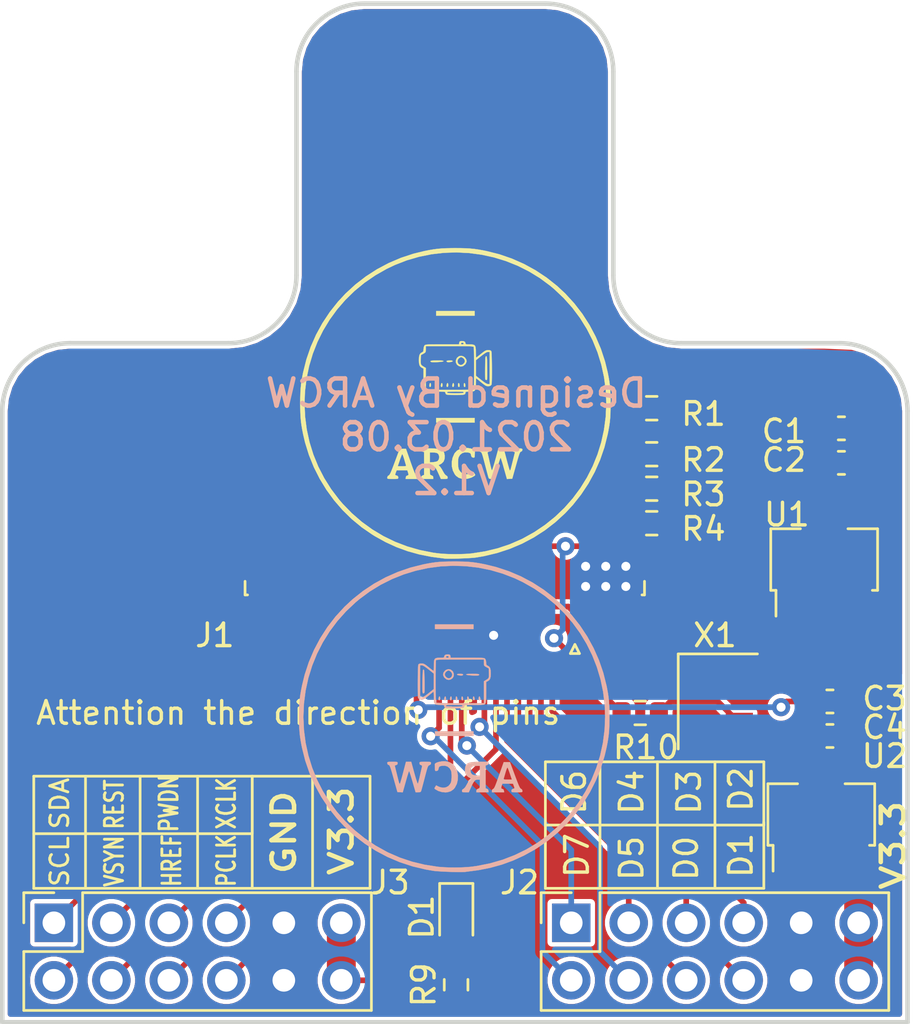
<source format=kicad_pcb>
(kicad_pcb (version 20171130) (host pcbnew "(5.1.8)-1")

  (general
    (thickness 1.6)
    (drawings 58)
    (tracks 167)
    (zones 0)
    (modules 19)
    (nets 25)
  )

  (page A4)
  (layers
    (0 F.Cu signal)
    (31 B.Cu signal)
    (32 B.Adhes user)
    (33 F.Adhes user)
    (34 B.Paste user)
    (35 F.Paste user)
    (36 B.SilkS user)
    (37 F.SilkS user)
    (38 B.Mask user)
    (39 F.Mask user)
    (40 Dwgs.User user)
    (41 Cmts.User user)
    (42 Eco1.User user)
    (43 Eco2.User user)
    (44 Edge.Cuts user)
    (45 Margin user)
    (46 B.CrtYd user)
    (47 F.CrtYd user)
    (48 B.Fab user hide)
    (49 F.Fab user hide)
  )

  (setup
    (last_trace_width 0.25)
    (user_trace_width 1)
    (trace_clearance 0.2)
    (zone_clearance 0.14)
    (zone_45_only no)
    (trace_min 0.2)
    (via_size 0.8)
    (via_drill 0.4)
    (via_min_size 0.4)
    (via_min_drill 0.3)
    (uvia_size 0.3)
    (uvia_drill 0.1)
    (uvias_allowed no)
    (uvia_min_size 0.2)
    (uvia_min_drill 0.1)
    (edge_width 0.05)
    (segment_width 0.2)
    (pcb_text_width 0.3)
    (pcb_text_size 1.5 1.5)
    (mod_edge_width 0.12)
    (mod_text_size 1 1)
    (mod_text_width 0.15)
    (pad_size 2.3 3.1)
    (pad_drill 0)
    (pad_to_mask_clearance 0)
    (aux_axis_origin 0 0)
    (visible_elements 7FFFEFFF)
    (pcbplotparams
      (layerselection 0x010fc_ffffffff)
      (usegerberextensions false)
      (usegerberattributes true)
      (usegerberadvancedattributes true)
      (creategerberjobfile true)
      (excludeedgelayer true)
      (linewidth 0.100000)
      (plotframeref false)
      (viasonmask false)
      (mode 1)
      (useauxorigin false)
      (hpglpennumber 1)
      (hpglpenspeed 20)
      (hpglpendiameter 15.000000)
      (psnegative false)
      (psa4output false)
      (plotreference true)
      (plotvalue true)
      (plotinvisibletext false)
      (padsonsilk false)
      (subtractmaskfromsilk false)
      (outputformat 1)
      (mirror false)
      (drillshape 0)
      (scaleselection 1)
      (outputdirectory "PMOD_Camera/"))
  )

  (net 0 "")
  (net 1 GND)
  (net 2 +2V8)
  (net 3 +1V5)
  (net 4 "Net-(D1-Pad2)")
  (net 5 /OV1_D2)
  (net 6 /OV1_D1)
  (net 7 /OV1_D3)
  (net 8 /OV1_D0)
  (net 9 /OV1_D4)
  (net 10 /OV1_PCLK)
  (net 11 /OV1_D5)
  (net 12 /OV1_D6)
  (net 13 /OV1_XCLK)
  (net 14 /OV1_D7)
  (net 15 /OV1_HREF)
  (net 16 /OV1_PWDN)
  (net 17 /OV1_VSYNC)
  (net 18 /OV1_RESET)
  (net 19 /OV1_SCL)
  (net 20 /OV1_SDA)
  (net 21 +3V3)
  (net 22 "Net-(R10-Pad2)")
  (net 23 "Net-(J1-Pad24)")
  (net 24 "Net-(X1-Pad1)")

  (net_class Default "This is the default net class."
    (clearance 0.2)
    (trace_width 0.25)
    (via_dia 0.8)
    (via_drill 0.4)
    (uvia_dia 0.3)
    (uvia_drill 0.1)
    (add_net +1V5)
    (add_net +2V8)
    (add_net +3V3)
    (add_net /OV1_D0)
    (add_net /OV1_D1)
    (add_net /OV1_D2)
    (add_net /OV1_D3)
    (add_net /OV1_D4)
    (add_net /OV1_D5)
    (add_net /OV1_D6)
    (add_net /OV1_D7)
    (add_net /OV1_HREF)
    (add_net /OV1_PCLK)
    (add_net /OV1_PWDN)
    (add_net /OV1_RESET)
    (add_net /OV1_SCL)
    (add_net /OV1_SDA)
    (add_net /OV1_VSYNC)
    (add_net /OV1_XCLK)
    (add_net GND)
    (add_net "Net-(D1-Pad2)")
    (add_net "Net-(J1-Pad24)")
    (add_net "Net-(R10-Pad2)")
    (add_net "Net-(X1-Pad1)")
  )

  (module Logo:ARCW_LOGO_R (layer B.Cu) (tedit 0) (tstamp 5FE945BA)
    (at 95.631 118.745 180)
    (fp_text reference G*** (at 0 0) (layer B.SilkS) hide
      (effects (font (size 1.524 1.524) (thickness 0.3)) (justify mirror))
    )
    (fp_text value LOGO (at 0.75 0) (layer B.SilkS) hide
      (effects (font (size 1.524 1.524) (thickness 0.3)) (justify mirror))
    )
    (fp_poly (pts (xy 1.333834 2.165299) (xy 1.343853 2.142059) (xy 1.351373 2.095927) (xy 1.356911 2.020849)
      (xy 1.360983 1.910772) (xy 1.364105 1.759644) (xy 1.365765 1.64465) (xy 1.367697 1.466643)
      (xy 1.367966 1.333217) (xy 1.366189 1.238168) (xy 1.361983 1.175294) (xy 1.354965 1.138391)
      (xy 1.344751 1.121256) (xy 1.333218 1.1176) (xy 1.291028 1.135636) (xy 1.281334 1.150099)
      (xy 1.277811 1.18463) (xy 1.275386 1.261558) (xy 1.274148 1.372488) (xy 1.274185 1.509026)
      (xy 1.275586 1.662779) (xy 1.275781 1.677149) (xy 1.278706 1.850087) (xy 1.282339 1.978455)
      (xy 1.287246 2.068485) (xy 1.293995 2.126406) (xy 1.303154 2.15845) (xy 1.315289 2.170846)
      (xy 1.3208 2.1717) (xy 1.333834 2.165299)) (layer B.SilkS) (width 0.01))
    (fp_poly (pts (xy -0.204404 1.977539) (xy -0.163363 1.965622) (xy -0.158619 1.94945) (xy -0.187616 1.930066)
      (xy -0.247567 1.915477) (xy -0.31869 1.907906) (xy -0.381205 1.909578) (xy -0.413696 1.920763)
      (xy -0.43129 1.952315) (xy -0.405917 1.97172) (xy -0.334653 1.980405) (xy -0.289984 1.9812)
      (xy -0.204404 1.977539)) (layer B.SilkS) (width 0.01))
    (fp_poly (pts (xy -0.716842 1.979859) (xy -0.62955 1.975379) (xy -0.580818 1.96708) (xy -0.564555 1.95428)
      (xy -0.5651 1.94945) (xy -0.592823 1.936506) (xy -0.658455 1.925079) (xy -0.749112 1.915822)
      (xy -0.85191 1.909386) (xy -0.953966 1.906422) (xy -1.042395 1.907582) (xy -1.104314 1.913518)
      (xy -1.125259 1.921126) (xy -1.140994 1.945678) (xy -1.127399 1.962815) (xy -1.079202 1.973684)
      (xy -0.991129 1.979428) (xy -0.857908 1.981196) (xy -0.848784 1.9812) (xy -0.716842 1.979859)) (layer B.SilkS) (width 0.01))
    (fp_poly (pts (xy 0.314649 2.161369) (xy 0.382953 2.110154) (xy 0.444179 2.021582) (xy 0.454802 1.930272)
      (xy 0.414793 1.838286) (xy 0.38735 1.804708) (xy 0.297895 1.734362) (xy 0.203637 1.713934)
      (xy 0.113684 1.736681) (xy 0.031384 1.79745) (xy -0.013509 1.882687) (xy -0.015818 1.927388)
      (xy 0.052489 1.927388) (xy 0.085139 1.8477) (xy 0.1016 1.8288) (xy 0.170292 1.784675)
      (xy 0.24364 1.788898) (xy 0.314074 1.830644) (xy 0.370119 1.90109) (xy 0.379389 1.979683)
      (xy 0.341885 2.054755) (xy 0.314074 2.080957) (xy 0.259178 2.1173) (xy 0.217457 2.133542)
      (xy 0.2159 2.1336) (xy 0.175707 2.118955) (xy 0.120935 2.083454) (xy 0.117725 2.080957)
      (xy 0.063687 2.010393) (xy 0.052489 1.927388) (xy -0.015818 1.927388) (xy -0.018536 1.979988)
      (xy 0.018765 2.076948) (xy 0.040357 2.106252) (xy 0.122963 2.17027) (xy 0.217841 2.188681)
      (xy 0.314649 2.161369)) (layer B.SilkS) (width 0.01))
    (fp_poly (pts (xy 0.639205 0.961204) (xy 0.655422 0.895714) (xy 0.655659 0.893394) (xy 0.654256 0.834442)
      (xy 0.631441 0.813343) (xy 0.623909 0.8128) (xy 0.595308 0.829629) (xy 0.584531 0.885527)
      (xy 0.5842 0.903817) (xy 0.593632 0.966708) (xy 0.615288 0.985353) (xy 0.639205 0.961204)) (layer B.SilkS) (width 0.01))
    (fp_poly (pts (xy 0.385205 0.961204) (xy 0.401422 0.895714) (xy 0.401659 0.893394) (xy 0.400256 0.834442)
      (xy 0.377441 0.813343) (xy 0.369909 0.8128) (xy 0.341308 0.829629) (xy 0.330531 0.885527)
      (xy 0.3302 0.903817) (xy 0.339632 0.966708) (xy 0.361288 0.985353) (xy 0.385205 0.961204)) (layer B.SilkS) (width 0.01))
    (fp_poly (pts (xy 0.131205 0.961204) (xy 0.147422 0.895714) (xy 0.147659 0.893394) (xy 0.146256 0.834442)
      (xy 0.123441 0.813343) (xy 0.115909 0.8128) (xy 0.087308 0.829629) (xy 0.076531 0.885527)
      (xy 0.0762 0.903817) (xy 0.085632 0.966708) (xy 0.107288 0.985353) (xy 0.131205 0.961204)) (layer B.SilkS) (width 0.01))
    (fp_poly (pts (xy -0.1115 0.967783) (xy -0.101608 0.906101) (xy -0.1016 0.903817) (xy -0.108942 0.838262)
      (xy -0.13333 0.813559) (xy -0.14131 0.8128) (xy -0.168908 0.827463) (xy -0.174313 0.877999)
      (xy -0.17306 0.893394) (xy -0.157188 0.959976) (xy -0.133347 0.985257) (xy -0.1115 0.967783)) (layer B.SilkS) (width 0.01))
    (fp_poly (pts (xy -0.3655 0.967783) (xy -0.355608 0.906101) (xy -0.3556 0.903817) (xy -0.362942 0.838262)
      (xy -0.38733 0.813559) (xy -0.39531 0.8128) (xy -0.422908 0.827463) (xy -0.428313 0.877999)
      (xy -0.42706 0.893394) (xy -0.411188 0.959976) (xy -0.387347 0.985257) (xy -0.3655 0.967783)) (layer B.SilkS) (width 0.01))
    (fp_poly (pts (xy -0.6195 0.967783) (xy -0.609608 0.906101) (xy -0.6096 0.903817) (xy -0.616942 0.838262)
      (xy -0.64133 0.813559) (xy -0.64931 0.8128) (xy -0.676908 0.827463) (xy -0.682313 0.877999)
      (xy -0.68106 0.893394) (xy -0.665188 0.959976) (xy -0.641347 0.985257) (xy -0.6195 0.967783)) (layer B.SilkS) (width 0.01))
    (fp_poly (pts (xy -0.8735 0.967783) (xy -0.863608 0.906101) (xy -0.8636 0.903817) (xy -0.870942 0.838262)
      (xy -0.89533 0.813559) (xy -0.90331 0.8128) (xy -0.930908 0.827463) (xy -0.936313 0.877999)
      (xy -0.93506 0.893394) (xy -0.919188 0.959976) (xy -0.895347 0.985257) (xy -0.8735 0.967783)) (layer B.SilkS) (width 0.01))
    (fp_poly (pts (xy -1.1275 0.967783) (xy -1.117608 0.906101) (xy -1.1176 0.903817) (xy -1.124942 0.838262)
      (xy -1.14933 0.813559) (xy -1.15731 0.8128) (xy -1.184908 0.827463) (xy -1.190313 0.877999)
      (xy -1.18906 0.893394) (xy -1.173188 0.959976) (xy -1.149347 0.985257) (xy -1.1275 0.967783)) (layer B.SilkS) (width 0.01))
    (fp_poly (pts (xy 0.8128 3.9624) (xy -0.889 3.9624) (xy -0.889 4.1656) (xy 0.8128 4.1656)
      (xy 0.8128 3.9624)) (layer B.SilkS) (width 0.01))
    (fp_poly (pts (xy 0.330952 2.83352) (xy 0.388773 2.797074) (xy 0.4064 2.74009) (xy 0.411773 2.715548)
      (xy 0.434853 2.701178) (xy 0.486074 2.694349) (xy 0.575874 2.692428) (xy 0.595459 2.6924)
      (xy 0.702572 2.689015) (xy 0.776696 2.673645) (xy 0.823846 2.638473) (xy 0.850037 2.575682)
      (xy 0.861282 2.477454) (xy 0.8636 2.343849) (xy 0.864803 2.24149) (xy 0.868034 2.161583)
      (xy 0.87272 2.115291) (xy 0.875651 2.1082) (xy 0.899183 2.123163) (xy 0.95322 2.163571)
      (xy 1.028947 2.222704) (xy 1.0922 2.2733) (xy 1.188367 2.349162) (xy 1.257719 2.397622)
      (xy 1.31174 2.424656) (xy 1.36191 2.43624) (xy 1.409455 2.4384) (xy 1.489431 2.43187)
      (xy 1.534426 2.408856) (xy 1.548506 2.38927) (xy 1.555025 2.352329) (xy 1.560731 2.272755)
      (xy 1.565567 2.158708) (xy 1.569473 2.018351) (xy 1.572393 1.859844) (xy 1.574267 1.691348)
      (xy 1.575039 1.521024) (xy 1.574649 1.357035) (xy 1.57304 1.20754) (xy 1.570153 1.080701)
      (xy 1.565931 0.984679) (xy 1.560315 0.927635) (xy 1.558954 0.921376) (xy 1.522772 0.874631)
      (xy 1.455126 0.848073) (xy 1.37282 0.84606) (xy 1.320535 0.85954) (xy 1.273438 0.886644)
      (xy 1.200773 0.938319) (xy 1.11501 1.005464) (xy 1.074611 1.039026) (xy 0.994061 1.106077)
      (xy 0.92842 1.158489) (xy 0.886932 1.188994) (xy 0.877761 1.1938) (xy 0.87161 1.170263)
      (xy 0.866808 1.107093) (xy 0.864026 1.015454) (xy 0.8636 0.958152) (xy 0.860995 0.818918)
      (xy 0.849171 0.722565) (xy 0.822114 0.661276) (xy 0.773809 0.627231) (xy 0.698242 0.612613)
      (xy 0.595459 0.6096) (xy 0.497861 0.608144) (xy 0.440703 0.602112) (xy 0.413666 0.589008)
      (xy 0.406432 0.566338) (xy 0.4064 0.56388) (xy 0.401738 0.525211) (xy 0.383209 0.49709)
      (xy 0.343993 0.477882) (xy 0.27727 0.465949) (xy 0.176223 0.459655) (xy 0.034031 0.457363)
      (xy -0.0381 0.4572) (xy -0.210991 0.458998) (xy -0.33584 0.464519) (xy -0.41528 0.473958)
      (xy -0.451946 0.487509) (xy -0.45212 0.48768) (xy -0.478962 0.538644) (xy -0.4826 0.56388)
      (xy -0.484171 0.5715) (xy -0.4064 0.5715) (xy -0.39939 0.556367) (xy -0.373579 0.545746)
      (xy -0.321801 0.538896) (xy -0.236889 0.535075) (xy -0.111675 0.533542) (xy -0.0381 0.5334)
      (xy 0.108189 0.534126) (xy 0.21086 0.536796) (xy 0.27708 0.542152) (xy 0.314016 0.550936)
      (xy 0.328836 0.563889) (xy 0.3302 0.5715) (xy 0.323189 0.586634) (xy 0.297378 0.597255)
      (xy 0.2456 0.604105) (xy 0.160688 0.607926) (xy 0.035474 0.609459) (xy -0.0381 0.6096)
      (xy -0.18439 0.608875) (xy -0.287061 0.606205) (xy -0.353281 0.600849) (xy -0.390217 0.592065)
      (xy -0.405037 0.579112) (xy -0.4064 0.5715) (xy -0.484171 0.5715) (xy -0.486008 0.580402)
      (xy -0.500859 0.592399) (xy -0.534098 0.600586) (xy -0.592669 0.605682) (xy -0.683515 0.608401)
      (xy -0.81358 0.609462) (xy -0.92566 0.6096) (xy -1.085656 0.60986) (xy -1.202522 0.611235)
      (xy -1.283932 0.614624) (xy -1.337554 0.620925) (xy -1.37106 0.631033) (xy -1.392122 0.645847)
      (xy -1.40826 0.666052) (xy -1.423056 0.696082) (xy -1.4338 0.742499) (xy -1.441067 0.81266)
      (xy -1.445428 0.913922) (xy -1.447459 1.053643) (xy -1.4478 1.1734) (xy -1.4478 1.624296)
      (xy -1.525092 1.664265) (xy -1.584582 1.706878) (xy -1.622913 1.767685) (xy -1.643784 1.856755)
      (xy -1.646536 1.906079) (xy -1.571921 1.906079) (xy -1.565904 1.834658) (xy -1.54522 1.786432)
      (xy -1.503691 1.747624) (xy -1.435141 1.704458) (xy -1.42875 1.700668) (xy -1.3462 1.651747)
      (xy -1.3462 0.6858) (xy -0.294818 0.6858) (xy -0.033919 0.685967) (xy 0.180693 0.686578)
      (xy 0.353529 0.687806) (xy 0.4891 0.689818) (xy 0.591918 0.692786) (xy 0.666494 0.696879)
      (xy 0.717341 0.702268) (xy 0.748969 0.709121) (xy 0.76589 0.717609) (xy 0.771982 0.725978)
      (xy 0.775951 0.761308) (xy 0.779315 0.84025) (xy 0.782076 0.955618) (xy 0.784232 1.100229)
      (xy 0.785785 1.266896) (xy 0.786733 1.448436) (xy 0.787078 1.637663) (xy 0.786818 1.827392)
      (xy 0.786033 1.9939) (xy 0.866652 1.9939) (xy 0.866652 1.3081) (xy 1.097709 1.12395)
      (xy 1.21765 1.032338) (xy 1.307204 0.973581) (xy 1.371719 0.944431) (xy 1.400982 0.9398)
      (xy 1.4732 0.9398) (xy 1.4732 2.3622) (xy 1.400982 2.3622) (xy 1.349079 2.349467)
      (xy 1.275389 2.309102) (xy 1.174564 2.237856) (xy 1.097709 2.17805) (xy 0.866652 1.9939)
      (xy 0.786033 1.9939) (xy 0.785954 2.010439) (xy 0.784486 2.17962) (xy 0.782414 2.327748)
      (xy 0.779738 2.447639) (xy 0.776458 2.532109) (xy 0.772574 2.573972) (xy 0.771982 2.576023)
      (xy 0.763809 2.585991) (xy 0.744657 2.594183) (xy 0.710015 2.60077) (xy 0.655371 2.605921)
      (xy 0.576213 2.609806) (xy 0.46803 2.612596) (xy 0.32631 2.61446) (xy 0.146543 2.615568)
      (xy -0.075785 2.61609) (xy -0.294818 2.6162) (xy -1.3462 2.6162) (xy -1.3462 2.478404)
      (xy -1.34815 2.397971) (xy -1.360635 2.350145) (xy -1.39361 2.316737) (xy -1.45415 2.281142)
      (xy -1.5621 2.221678) (xy -1.569447 2.014471) (xy -1.571921 1.906079) (xy -1.646536 1.906079)
      (xy -1.650893 1.984156) (xy -1.651 2.007059) (xy -1.644187 2.143097) (xy -1.62153 2.238352)
      (xy -1.579703 2.301271) (xy -1.520706 2.338165) (xy -1.473386 2.364672) (xy -1.452475 2.403874)
      (xy -1.4478 2.47393) (xy -1.438302 2.555939) (xy -1.414809 2.62514) (xy -1.40826 2.635949)
      (xy -1.395885 2.652138) (xy -1.380234 2.664892) (xy -1.355608 2.67462) (xy -1.316306 2.681733)
      (xy -1.256628 2.68664) (xy -1.170874 2.68975) (xy -1.053344 2.691473) (xy -0.898337 2.692219)
      (xy -0.700153 2.692397) (xy -0.622547 2.6924) (xy 0.123625 2.6924) (xy 0.128008 2.7305)
      (xy 0.2032 2.7305) (xy 0.22528 2.699858) (xy 0.2667 2.6924) (xy 0.317771 2.705649)
      (xy 0.3302 2.7305) (xy 0.308119 2.761143) (xy 0.2667 2.7686) (xy 0.215628 2.755352)
      (xy 0.2032 2.7305) (xy 0.128008 2.7305) (xy 0.131662 2.76225) (xy 0.143863 2.80905)
      (xy 0.176575 2.831303) (xy 0.236722 2.840089) (xy 0.330952 2.83352)) (layer B.SilkS) (width 0.01))
    (fp_poly (pts (xy 0.8128 -0.762) (xy -0.889 -0.762) (xy -0.889 -0.5588) (xy 0.8128 -0.5588)
      (xy 0.8128 -0.762)) (layer B.SilkS) (width 0.01))
    (fp_poly (pts (xy 2.800636 -1.905569) (xy 2.867843 -1.909009) (xy 2.903791 -1.917915) (xy 2.918252 -1.934884)
      (xy 2.920994 -1.962512) (xy 2.921 -1.965746) (xy 2.902844 -2.020233) (xy 2.862256 -2.041236)
      (xy 2.842569 -2.049982) (xy 2.823867 -2.069605) (xy 2.804003 -2.105913) (xy 2.780831 -2.164716)
      (xy 2.752202 -2.251823) (xy 2.715971 -2.373043) (xy 2.66999 -2.534185) (xy 2.638283 -2.64724)
      (xy 2.473055 -3.2385) (xy 2.356308 -3.246152) (xy 2.239562 -3.253805) (xy 2.201553 -3.119152)
      (xy 2.1801 -3.043071) (xy 2.148894 -2.932292) (xy 2.111934 -2.801023) (xy 2.073222 -2.663467)
      (xy 2.068856 -2.64795) (xy 2.033325 -2.525866) (xy 2.001291 -2.423544) (xy 1.975702 -2.349844)
      (xy 1.959507 -2.31363) (xy 1.956892 -2.3114) (xy 1.944845 -2.334612) (xy 1.921519 -2.39927)
      (xy 1.889342 -2.497902) (xy 1.850743 -2.623038) (xy 1.808153 -2.767209) (xy 1.804081 -2.7813)
      (xy 1.668546 -3.2512) (xy 1.557544 -3.2512) (xy 1.484204 -3.246528) (xy 1.445081 -3.227849)
      (xy 1.426099 -3.19405) (xy 1.413826 -3.153112) (xy 1.391122 -3.071116) (xy 1.360174 -2.956212)
      (xy 1.32317 -2.816547) (xy 1.2823 -2.660272) (xy 1.268335 -2.606439) (xy 1.222779 -2.43154)
      (xy 1.187263 -2.299488) (xy 1.159392 -2.203875) (xy 1.136769 -2.138294) (xy 1.116998 -2.096337)
      (xy 1.097683 -2.071598) (xy 1.076428 -2.057668) (xy 1.060807 -2.051504) (xy 1.005469 -2.016918)
      (xy 0.9906 -1.966015) (xy 0.992427 -1.938324) (xy 1.004091 -1.920608) (xy 1.034866 -1.91064)
      (xy 1.094023 -1.906193) (xy 1.190836 -1.905038) (xy 1.2446 -1.905) (xy 1.359867 -1.905396)
      (xy 1.433609 -1.908119) (xy 1.475101 -1.915471) (xy 1.493617 -1.929751) (xy 1.498432 -1.953261)
      (xy 1.4986 -1.968016) (xy 1.482963 -2.021898) (xy 1.434324 -2.047164) (xy 1.386699 -2.07178)
      (xy 1.382631 -2.104798) (xy 1.392446 -2.143688) (xy 1.410768 -2.222013) (xy 1.435259 -2.329578)
      (xy 1.463581 -2.45619) (xy 1.473698 -2.5019) (xy 1.503099 -2.630476) (xy 1.530352 -2.741218)
      (xy 1.552982 -2.824661) (xy 1.568511 -2.871342) (xy 1.571944 -2.877383) (xy 1.584239 -2.860228)
      (xy 1.607177 -2.800873) (xy 1.638492 -2.70625) (xy 1.675919 -2.583293) (xy 1.71719 -2.438932)
      (xy 1.727618 -2.401133) (xy 1.863529 -1.905) (xy 1.979514 -1.905108) (xy 2.0955 -1.905216)
      (xy 2.219678 -2.381358) (xy 2.259207 -2.530219) (xy 2.295638 -2.662384) (xy 2.326667 -2.769883)
      (xy 2.349988 -2.844747) (xy 2.363295 -2.879009) (xy 2.363879 -2.87978) (xy 2.38177 -2.87243)
      (xy 2.402725 -2.827366) (xy 2.409793 -2.80358) (xy 2.432192 -2.717077) (xy 2.459747 -2.608716)
      (xy 2.489914 -2.488758) (xy 2.520145 -2.367465) (xy 2.547892 -2.255098) (xy 2.57061 -2.161917)
      (xy 2.585751 -2.098184) (xy 2.5908 -2.074339) (xy 2.569416 -2.060434) (xy 2.5273 -2.046969)
      (xy 2.476735 -2.018544) (xy 2.4638 -1.968016) (xy 2.465673 -1.938184) (xy 2.477812 -1.919662)
      (xy 2.50999 -1.909754) (xy 2.571983 -1.905766) (xy 2.673566 -1.905002) (xy 2.6924 -1.905)
      (xy 2.800636 -1.905569)) (layer B.SilkS) (width 0.01))
    (fp_poly (pts (xy -0.969063 -1.908383) (xy -0.815234 -1.920426) (xy -0.700327 -1.94397) (xy -0.618569 -1.981853)
      (xy -0.564189 -2.036917) (xy -0.531414 -2.112002) (xy -0.514472 -2.209946) (xy -0.512911 -2.227126)
      (xy -0.518842 -2.371622) (xy -0.564076 -2.48495) (xy -0.64976 -2.569477) (xy -0.689826 -2.592853)
      (xy -0.785188 -2.641503) (xy -0.724709 -2.701981) (xy -0.681633 -2.756446) (xy -0.629509 -2.838246)
      (xy -0.585271 -2.91888) (xy -0.523113 -3.024235) (xy -0.465532 -3.086796) (xy -0.443655 -3.099121)
      (xy -0.392354 -3.138055) (xy -0.381 -3.187071) (xy -0.384244 -3.222901) (xy -0.402014 -3.242075)
      (xy -0.44637 -3.249779) (xy -0.529371 -3.251199) (xy -0.530117 -3.2512) (xy -0.679233 -3.2512)
      (xy -0.777164 -3.031419) (xy -0.839031 -2.89714) (xy -0.888866 -2.803335) (xy -0.932696 -2.742996)
      (xy -0.976546 -2.709115) (xy -1.026441 -2.694683) (xy -1.068644 -2.6924) (xy -1.1684 -2.6924)
      (xy -1.1684 -2.880415) (xy -1.167562 -2.97686) (xy -1.162127 -3.034834) (xy -1.147719 -3.066665)
      (xy -1.119958 -3.084683) (xy -1.0922 -3.094993) (xy -1.035158 -3.126714) (xy -1.01631 -3.175906)
      (xy -1.016 -3.186378) (xy -1.016 -3.2512) (xy -1.5494 -3.2512) (xy -1.5494 -3.187071)
      (xy -1.530655 -3.127672) (xy -1.4859 -3.0988) (xy -1.4224 -3.074657) (xy -1.4224 -2.0828)
      (xy -1.1684 -2.0828) (xy -1.1684 -2.520705) (xy -1.016952 -2.50975) (xy -0.904457 -2.493153)
      (xy -0.828732 -2.463719) (xy -0.816423 -2.454378) (xy -0.765166 -2.37587) (xy -0.752524 -2.276497)
      (xy -0.767415 -2.205186) (xy -0.801032 -2.142038) (xy -0.855051 -2.104021) (xy -0.94016 -2.086095)
      (xy -1.027031 -2.0828) (xy -1.1684 -2.0828) (xy -1.4224 -2.0828) (xy -1.4224 -2.062907)
      (xy -1.4859 -2.046969) (xy -1.536465 -2.018544) (xy -1.5494 -1.968016) (xy -1.5494 -1.905)
      (xy -1.167585 -1.905) (xy -0.969063 -1.908383)) (layer B.SilkS) (width 0.01))
    (fp_poly (pts (xy -2.020238 -2.499272) (xy -1.95381 -2.686758) (xy -1.900875 -2.831418) (xy -1.859077 -2.93869)
      (xy -1.826056 -3.014012) (xy -1.799453 -3.062821) (xy -1.776912 -3.090554) (xy -1.75895 -3.101704)
      (xy -1.711312 -3.141028) (xy -1.7018 -3.186881) (xy -1.7018 -3.2512) (xy -2.238575 -3.2512)
      (xy -2.230538 -3.18135) (xy -2.209491 -3.123914) (xy -2.16535 -3.103383) (xy -2.123738 -3.088696)
      (xy -2.110438 -3.053811) (xy -2.123485 -2.988446) (xy -2.136085 -2.95019) (xy -2.16397 -2.8702)
      (xy -2.633895 -2.8702) (xy -2.674344 -2.973174) (xy -2.697157 -3.042943) (xy -2.695246 -3.077737)
      (xy -2.684547 -3.085037) (xy -2.612344 -3.109376) (xy -2.577055 -3.133872) (xy -2.565938 -3.169415)
      (xy -2.5654 -3.186902) (xy -2.566992 -3.216689) (xy -2.578109 -3.235474) (xy -2.608268 -3.245795)
      (xy -2.666984 -3.250186) (xy -2.763773 -3.251183) (xy -2.8067 -3.2512) (xy -2.918485 -3.250772)
      (xy -2.988986 -3.247803) (xy -3.027718 -3.239765) (xy -3.044197 -3.224128) (xy -3.047939 -3.198362)
      (xy -3.048 -3.187071) (xy -3.028368 -3.126431) (xy -2.987973 -3.10012) (xy -2.966199 -3.086009)
      (xy -2.942543 -3.056502) (xy -2.914503 -3.006126) (xy -2.879579 -2.929404) (xy -2.835268 -2.820863)
      (xy -2.785763 -2.6924) (xy -2.587439 -2.6924) (xy -2.395902 -2.6924) (xy -2.29387 -2.6901)
      (xy -2.23595 -2.682434) (xy -2.21563 -2.668248) (xy -2.216509 -2.66065) (xy -2.228264 -2.623871)
      (xy -2.250189 -2.550265) (xy -2.278722 -2.451913) (xy -2.29925 -2.379993) (xy -2.330406 -2.278932)
      (xy -2.358974 -2.20195) (xy -2.381232 -2.15823) (xy -2.391379 -2.152618) (xy -2.407927 -2.184369)
      (xy -2.435881 -2.253442) (xy -2.470977 -2.348835) (xy -2.500174 -2.433274) (xy -2.587439 -2.6924)
      (xy -2.785763 -2.6924) (xy -2.779068 -2.675028) (xy -2.712589 -2.497498) (xy -2.497233 -1.9177)
      (xy -2.224376 -1.9177) (xy -2.020238 -2.499272)) (layer B.SilkS) (width 0.01))
    (fp_poly (pts (xy 0.535118 -1.889067) (xy 0.644452 -1.909706) (xy 0.736208 -1.939322) (xy 0.799492 -1.974355)
      (xy 0.823409 -2.011251) (xy 0.823383 -2.01295) (xy 0.821329 -2.0637) (xy 0.818507 -2.142329)
      (xy 0.817033 -2.186087) (xy 0.812869 -2.261683) (xy 0.801977 -2.29863) (xy 0.776991 -2.309073)
      (xy 0.743853 -2.306737) (xy 0.692207 -2.28982) (xy 0.665167 -2.244529) (xy 0.657897 -2.214861)
      (xy 0.642485 -2.150787) (xy 0.619858 -2.115941) (xy 0.574593 -2.095798) (xy 0.516362 -2.081568)
      (xy 0.381859 -2.073609) (xy 0.262208 -2.110375) (xy 0.165725 -2.187588) (xy 0.103291 -2.294003)
      (xy 0.086148 -2.372937) (xy 0.077926 -2.482681) (xy 0.078358 -2.604415) (xy 0.087179 -2.719316)
      (xy 0.104122 -2.808562) (xy 0.110846 -2.827751) (xy 0.154152 -2.899685) (xy 0.215886 -2.969423)
      (xy 0.227095 -2.979335) (xy 0.327846 -3.032858) (xy 0.450452 -3.049622) (xy 0.581124 -3.029065)
      (xy 0.660719 -2.997036) (xy 0.760615 -2.946073) (xy 0.804346 -3.012816) (xy 0.832271 -3.061069)
      (xy 0.829617 -3.089558) (xy 0.798688 -3.11729) (xy 0.668846 -3.190416) (xy 0.513818 -3.238094)
      (xy 0.354993 -3.255156) (xy 0.260084 -3.247421) (xy 0.110043 -3.199874) (xy -0.00873 -3.113922)
      (xy -0.06582 -3.044653) (xy -0.150306 -2.88007) (xy -0.194435 -2.695891) (xy -0.198233 -2.503337)
      (xy -0.161728 -2.313632) (xy -0.084944 -2.137998) (xy -0.063609 -2.103808) (xy 0.033539 -2.001102)
      (xy 0.165256 -1.927314) (xy 0.321487 -1.887086) (xy 0.4191 -1.880959) (xy 0.535118 -1.889067)) (layer B.SilkS) (width 0.01))
    (fp_poly (pts (xy 0.21582 6.943609) (xy 0.432294 6.937544) (xy 0.624579 6.92591) (xy 0.805936 6.907457)
      (xy 0.989623 6.880935) (xy 1.188901 6.845095) (xy 1.3335 6.816123) (xy 1.9035 6.672881)
      (xy 2.457379 6.48222) (xy 2.992094 6.245777) (xy 3.504607 5.965193) (xy 3.991878 5.642104)
      (xy 4.450865 5.27815) (xy 4.813689 4.94069) (xy 5.21083 4.507915) (xy 5.568488 4.044294)
      (xy 5.885022 3.552866) (xy 6.158796 3.036672) (xy 6.388171 2.498752) (xy 6.571508 1.942145)
      (xy 6.689122 1.4605) (xy 6.731708 1.243922) (xy 6.764161 1.051577) (xy 6.787732 0.870205)
      (xy 6.80367 0.686548) (xy 6.813223 0.487346) (xy 6.817641 0.259339) (xy 6.818352 0.0889)
      (xy 6.816608 -0.16502) (xy 6.810543 -0.381494) (xy 6.798909 -0.573779) (xy 6.780456 -0.755136)
      (xy 6.753934 -0.938823) (xy 6.718094 -1.138101) (xy 6.689122 -1.2827) (xy 6.54588 -1.8527)
      (xy 6.355219 -2.406579) (xy 6.118776 -2.941294) (xy 5.838192 -3.453807) (xy 5.515103 -3.941078)
      (xy 5.151149 -4.400065) (xy 4.813689 -4.762889) (xy 4.378966 -5.162144) (xy 3.915089 -5.520232)
      (xy 3.423886 -5.836243) (xy 2.907184 -6.10927) (xy 2.366808 -6.338404) (xy 1.804586 -6.522736)
      (xy 1.222344 -6.66136) (xy 0.8763 -6.720443) (xy 0.775239 -6.731774) (xy 0.636555 -6.74244)
      (xy 0.470858 -6.752088) (xy 0.288756 -6.760367) (xy 0.100861 -6.766922) (xy -0.082217 -6.771402)
      (xy -0.249869 -6.773453) (xy -0.391485 -6.772723) (xy -0.496454 -6.768859) (xy -0.5207 -6.76689)
      (xy -1.094968 -6.692296) (xy -1.635239 -6.584952) (xy -2.148086 -6.442685) (xy -2.640082 -6.26332)
      (xy -3.117801 -6.04468) (xy -3.587815 -5.784591) (xy -3.703761 -5.713539) (xy -4.173555 -5.39054)
      (xy -4.613632 -5.028001) (xy -5.021819 -4.62907) (xy -5.39594 -4.196894) (xy -5.733823 -3.734619)
      (xy -6.033292 -3.245392) (xy -6.292173 -2.732361) (xy -6.508291 -2.198671) (xy -6.679473 -1.647469)
      (xy -6.765323 -1.2827) (xy -6.807909 -1.066121) (xy -6.840362 -0.873776) (xy -6.863933 -0.692404)
      (xy -6.879871 -0.508747) (xy -6.889424 -0.309545) (xy -6.893842 -0.081538) (xy -6.894553 0.0889)
      (xy -6.705601 0.0889) (xy -6.680713 -0.494775) (xy -6.606657 -1.068255) (xy -6.484342 -1.629147)
      (xy -6.314674 -2.175063) (xy -6.098564 -2.703611) (xy -5.836919 -3.212402) (xy -5.530649 -3.699046)
      (xy -5.180661 -4.161151) (xy -5.018085 -4.350446) (xy -4.611932 -4.768703) (xy -4.175767 -5.146449)
      (xy -3.711487 -5.482697) (xy -3.220989 -5.776462) (xy -2.706174 -6.026759) (xy -2.168937 -6.232602)
      (xy -1.611178 -6.393005) (xy -1.034796 -6.506983) (xy -0.803421 -6.538874) (xy -0.593612 -6.557992)
      (xy -0.349486 -6.56991) (xy -0.087015 -6.574613) (xy 0.17783 -6.572084) (xy 0.429075 -6.562308)
      (xy 0.650748 -6.545266) (xy 0.695133 -6.540404) (xy 1.275573 -6.449661) (xy 1.830303 -6.315939)
      (xy 2.361827 -6.138507) (xy 2.87265 -5.916631) (xy 2.941086 -5.882768) (xy 3.448772 -5.600119)
      (xy 3.924714 -5.279198) (xy 4.367389 -4.922471) (xy 4.775273 -4.532404) (xy 5.146844 -4.111464)
      (xy 5.48058 -3.662115) (xy 5.774955 -3.186825) (xy 6.028449 -2.688058) (xy 6.239537 -2.16828)
      (xy 6.406697 -1.629958) (xy 6.528406 -1.075557) (xy 6.60314 -0.507544) (xy 6.629378 0.071617)
      (xy 6.6294 0.088901) (xy 6.604481 0.670256) (xy 6.530547 1.241556) (xy 6.408827 1.800219)
      (xy 6.240555 2.343662) (xy 6.02696 2.869305) (xy 5.769273 3.374565) (xy 5.468727 3.85686)
      (xy 5.126552 4.313609) (xy 4.74398 4.742229) (xy 4.322241 5.14014) (xy 4.1529 5.282001)
      (xy 3.695665 5.620553) (xy 3.214734 5.91573) (xy 2.713356 6.167194) (xy 2.194781 6.37461)
      (xy 1.66226 6.537639) (xy 1.119042 6.655945) (xy 0.568377 6.729191) (xy 0.013514 6.757039)
      (xy -0.542295 6.739154) (xy -1.095801 6.675197) (xy -1.643755 6.564833) (xy -2.182906 6.407724)
      (xy -2.710004 6.203532) (xy -3.072461 6.031171) (xy -3.578665 5.743185) (xy -4.052518 5.417405)
      (xy -4.492534 5.056255) (xy -4.897231 4.662163) (xy -5.265126 4.237554) (xy -5.594734 3.784856)
      (xy -5.884573 3.306493) (xy -6.133158 2.804893) (xy -6.339008 2.282481) (xy -6.500637 1.741684)
      (xy -6.616564 1.184927) (xy -6.685304 0.614638) (xy -6.705601 0.0889) (xy -6.894553 0.0889)
      (xy -6.892809 0.342821) (xy -6.886744 0.559295) (xy -6.87511 0.75158) (xy -6.856657 0.932937)
      (xy -6.830135 1.116624) (xy -6.794295 1.315902) (xy -6.765323 1.4605) (xy -6.622081 2.030501)
      (xy -6.43142 2.58438) (xy -6.194977 3.119095) (xy -5.914393 3.631608) (xy -5.591304 4.118879)
      (xy -5.22735 4.577866) (xy -4.88989 4.94069) (xy -4.457115 5.337831) (xy -3.993494 5.695489)
      (xy -3.502066 6.012023) (xy -2.985872 6.285797) (xy -2.447952 6.515172) (xy -1.891345 6.698509)
      (xy -1.4097 6.816123) (xy -1.193122 6.858709) (xy -1.000777 6.891162) (xy -0.819405 6.914733)
      (xy -0.635748 6.930671) (xy -0.436546 6.940224) (xy -0.208539 6.944642) (xy -0.0381 6.945353)
      (xy 0.21582 6.943609)) (layer B.SilkS) (width 0.01))
  )

  (module Logo:ARCW_LOGO_R (layer F.Cu) (tedit 0) (tstamp 5FE94879)
    (at 95.758 104.902)
    (fp_text reference G*** (at 0 0) (layer F.SilkS) hide
      (effects (font (size 1.524 1.524) (thickness 0.3)))
    )
    (fp_text value LOGO (at 0.75 0) (layer F.SilkS) hide
      (effects (font (size 1.524 1.524) (thickness 0.3)))
    )
    (fp_poly (pts (xy 1.333834 -2.165299) (xy 1.343853 -2.142059) (xy 1.351373 -2.095927) (xy 1.356911 -2.020849)
      (xy 1.360983 -1.910772) (xy 1.364105 -1.759644) (xy 1.365765 -1.64465) (xy 1.367697 -1.466643)
      (xy 1.367966 -1.333217) (xy 1.366189 -1.238168) (xy 1.361983 -1.175294) (xy 1.354965 -1.138391)
      (xy 1.344751 -1.121256) (xy 1.333218 -1.1176) (xy 1.291028 -1.135636) (xy 1.281334 -1.150099)
      (xy 1.277811 -1.18463) (xy 1.275386 -1.261558) (xy 1.274148 -1.372488) (xy 1.274185 -1.509026)
      (xy 1.275586 -1.662779) (xy 1.275781 -1.677149) (xy 1.278706 -1.850087) (xy 1.282339 -1.978455)
      (xy 1.287246 -2.068485) (xy 1.293995 -2.126406) (xy 1.303154 -2.15845) (xy 1.315289 -2.170846)
      (xy 1.3208 -2.1717) (xy 1.333834 -2.165299)) (layer F.SilkS) (width 0.01))
    (fp_poly (pts (xy -0.204404 -1.977539) (xy -0.163363 -1.965622) (xy -0.158619 -1.94945) (xy -0.187616 -1.930066)
      (xy -0.247567 -1.915477) (xy -0.31869 -1.907906) (xy -0.381205 -1.909578) (xy -0.413696 -1.920763)
      (xy -0.43129 -1.952315) (xy -0.405917 -1.97172) (xy -0.334653 -1.980405) (xy -0.289984 -1.9812)
      (xy -0.204404 -1.977539)) (layer F.SilkS) (width 0.01))
    (fp_poly (pts (xy -0.716842 -1.979859) (xy -0.62955 -1.975379) (xy -0.580818 -1.96708) (xy -0.564555 -1.95428)
      (xy -0.5651 -1.94945) (xy -0.592823 -1.936506) (xy -0.658455 -1.925079) (xy -0.749112 -1.915822)
      (xy -0.85191 -1.909386) (xy -0.953966 -1.906422) (xy -1.042395 -1.907582) (xy -1.104314 -1.913518)
      (xy -1.125259 -1.921126) (xy -1.140994 -1.945678) (xy -1.127399 -1.962815) (xy -1.079202 -1.973684)
      (xy -0.991129 -1.979428) (xy -0.857908 -1.981196) (xy -0.848784 -1.9812) (xy -0.716842 -1.979859)) (layer F.SilkS) (width 0.01))
    (fp_poly (pts (xy 0.314649 -2.161369) (xy 0.382953 -2.110154) (xy 0.444179 -2.021582) (xy 0.454802 -1.930272)
      (xy 0.414793 -1.838286) (xy 0.38735 -1.804708) (xy 0.297895 -1.734362) (xy 0.203637 -1.713934)
      (xy 0.113684 -1.736681) (xy 0.031384 -1.79745) (xy -0.013509 -1.882687) (xy -0.015818 -1.927388)
      (xy 0.052489 -1.927388) (xy 0.085139 -1.8477) (xy 0.1016 -1.8288) (xy 0.170292 -1.784675)
      (xy 0.24364 -1.788898) (xy 0.314074 -1.830644) (xy 0.370119 -1.90109) (xy 0.379389 -1.979683)
      (xy 0.341885 -2.054755) (xy 0.314074 -2.080957) (xy 0.259178 -2.1173) (xy 0.217457 -2.133542)
      (xy 0.2159 -2.1336) (xy 0.175707 -2.118955) (xy 0.120935 -2.083454) (xy 0.117725 -2.080957)
      (xy 0.063687 -2.010393) (xy 0.052489 -1.927388) (xy -0.015818 -1.927388) (xy -0.018536 -1.979988)
      (xy 0.018765 -2.076948) (xy 0.040357 -2.106252) (xy 0.122963 -2.17027) (xy 0.217841 -2.188681)
      (xy 0.314649 -2.161369)) (layer F.SilkS) (width 0.01))
    (fp_poly (pts (xy 0.639205 -0.961204) (xy 0.655422 -0.895714) (xy 0.655659 -0.893394) (xy 0.654256 -0.834442)
      (xy 0.631441 -0.813343) (xy 0.623909 -0.8128) (xy 0.595308 -0.829629) (xy 0.584531 -0.885527)
      (xy 0.5842 -0.903817) (xy 0.593632 -0.966708) (xy 0.615288 -0.985353) (xy 0.639205 -0.961204)) (layer F.SilkS) (width 0.01))
    (fp_poly (pts (xy 0.385205 -0.961204) (xy 0.401422 -0.895714) (xy 0.401659 -0.893394) (xy 0.400256 -0.834442)
      (xy 0.377441 -0.813343) (xy 0.369909 -0.8128) (xy 0.341308 -0.829629) (xy 0.330531 -0.885527)
      (xy 0.3302 -0.903817) (xy 0.339632 -0.966708) (xy 0.361288 -0.985353) (xy 0.385205 -0.961204)) (layer F.SilkS) (width 0.01))
    (fp_poly (pts (xy 0.131205 -0.961204) (xy 0.147422 -0.895714) (xy 0.147659 -0.893394) (xy 0.146256 -0.834442)
      (xy 0.123441 -0.813343) (xy 0.115909 -0.8128) (xy 0.087308 -0.829629) (xy 0.076531 -0.885527)
      (xy 0.0762 -0.903817) (xy 0.085632 -0.966708) (xy 0.107288 -0.985353) (xy 0.131205 -0.961204)) (layer F.SilkS) (width 0.01))
    (fp_poly (pts (xy -0.1115 -0.967783) (xy -0.101608 -0.906101) (xy -0.1016 -0.903817) (xy -0.108942 -0.838262)
      (xy -0.13333 -0.813559) (xy -0.14131 -0.8128) (xy -0.168908 -0.827463) (xy -0.174313 -0.877999)
      (xy -0.17306 -0.893394) (xy -0.157188 -0.959976) (xy -0.133347 -0.985257) (xy -0.1115 -0.967783)) (layer F.SilkS) (width 0.01))
    (fp_poly (pts (xy -0.3655 -0.967783) (xy -0.355608 -0.906101) (xy -0.3556 -0.903817) (xy -0.362942 -0.838262)
      (xy -0.38733 -0.813559) (xy -0.39531 -0.8128) (xy -0.422908 -0.827463) (xy -0.428313 -0.877999)
      (xy -0.42706 -0.893394) (xy -0.411188 -0.959976) (xy -0.387347 -0.985257) (xy -0.3655 -0.967783)) (layer F.SilkS) (width 0.01))
    (fp_poly (pts (xy -0.6195 -0.967783) (xy -0.609608 -0.906101) (xy -0.6096 -0.903817) (xy -0.616942 -0.838262)
      (xy -0.64133 -0.813559) (xy -0.64931 -0.8128) (xy -0.676908 -0.827463) (xy -0.682313 -0.877999)
      (xy -0.68106 -0.893394) (xy -0.665188 -0.959976) (xy -0.641347 -0.985257) (xy -0.6195 -0.967783)) (layer F.SilkS) (width 0.01))
    (fp_poly (pts (xy -0.8735 -0.967783) (xy -0.863608 -0.906101) (xy -0.8636 -0.903817) (xy -0.870942 -0.838262)
      (xy -0.89533 -0.813559) (xy -0.90331 -0.8128) (xy -0.930908 -0.827463) (xy -0.936313 -0.877999)
      (xy -0.93506 -0.893394) (xy -0.919188 -0.959976) (xy -0.895347 -0.985257) (xy -0.8735 -0.967783)) (layer F.SilkS) (width 0.01))
    (fp_poly (pts (xy -1.1275 -0.967783) (xy -1.117608 -0.906101) (xy -1.1176 -0.903817) (xy -1.124942 -0.838262)
      (xy -1.14933 -0.813559) (xy -1.15731 -0.8128) (xy -1.184908 -0.827463) (xy -1.190313 -0.877999)
      (xy -1.18906 -0.893394) (xy -1.173188 -0.959976) (xy -1.149347 -0.985257) (xy -1.1275 -0.967783)) (layer F.SilkS) (width 0.01))
    (fp_poly (pts (xy 0.8128 -3.9624) (xy -0.889 -3.9624) (xy -0.889 -4.1656) (xy 0.8128 -4.1656)
      (xy 0.8128 -3.9624)) (layer F.SilkS) (width 0.01))
    (fp_poly (pts (xy 0.330952 -2.83352) (xy 0.388773 -2.797074) (xy 0.4064 -2.74009) (xy 0.411773 -2.715548)
      (xy 0.434853 -2.701178) (xy 0.486074 -2.694349) (xy 0.575874 -2.692428) (xy 0.595459 -2.6924)
      (xy 0.702572 -2.689015) (xy 0.776696 -2.673645) (xy 0.823846 -2.638473) (xy 0.850037 -2.575682)
      (xy 0.861282 -2.477454) (xy 0.8636 -2.343849) (xy 0.864803 -2.24149) (xy 0.868034 -2.161583)
      (xy 0.87272 -2.115291) (xy 0.875651 -2.1082) (xy 0.899183 -2.123163) (xy 0.95322 -2.163571)
      (xy 1.028947 -2.222704) (xy 1.0922 -2.2733) (xy 1.188367 -2.349162) (xy 1.257719 -2.397622)
      (xy 1.31174 -2.424656) (xy 1.36191 -2.43624) (xy 1.409455 -2.4384) (xy 1.489431 -2.43187)
      (xy 1.534426 -2.408856) (xy 1.548506 -2.38927) (xy 1.555025 -2.352329) (xy 1.560731 -2.272755)
      (xy 1.565567 -2.158708) (xy 1.569473 -2.018351) (xy 1.572393 -1.859844) (xy 1.574267 -1.691348)
      (xy 1.575039 -1.521024) (xy 1.574649 -1.357035) (xy 1.57304 -1.20754) (xy 1.570153 -1.080701)
      (xy 1.565931 -0.984679) (xy 1.560315 -0.927635) (xy 1.558954 -0.921376) (xy 1.522772 -0.874631)
      (xy 1.455126 -0.848073) (xy 1.37282 -0.84606) (xy 1.320535 -0.85954) (xy 1.273438 -0.886644)
      (xy 1.200773 -0.938319) (xy 1.11501 -1.005464) (xy 1.074611 -1.039026) (xy 0.994061 -1.106077)
      (xy 0.92842 -1.158489) (xy 0.886932 -1.188994) (xy 0.877761 -1.1938) (xy 0.87161 -1.170263)
      (xy 0.866808 -1.107093) (xy 0.864026 -1.015454) (xy 0.8636 -0.958152) (xy 0.860995 -0.818918)
      (xy 0.849171 -0.722565) (xy 0.822114 -0.661276) (xy 0.773809 -0.627231) (xy 0.698242 -0.612613)
      (xy 0.595459 -0.6096) (xy 0.497861 -0.608144) (xy 0.440703 -0.602112) (xy 0.413666 -0.589008)
      (xy 0.406432 -0.566338) (xy 0.4064 -0.56388) (xy 0.401738 -0.525211) (xy 0.383209 -0.49709)
      (xy 0.343993 -0.477882) (xy 0.27727 -0.465949) (xy 0.176223 -0.459655) (xy 0.034031 -0.457363)
      (xy -0.0381 -0.4572) (xy -0.210991 -0.458998) (xy -0.33584 -0.464519) (xy -0.41528 -0.473958)
      (xy -0.451946 -0.487509) (xy -0.45212 -0.48768) (xy -0.478962 -0.538644) (xy -0.4826 -0.56388)
      (xy -0.484171 -0.5715) (xy -0.4064 -0.5715) (xy -0.39939 -0.556367) (xy -0.373579 -0.545746)
      (xy -0.321801 -0.538896) (xy -0.236889 -0.535075) (xy -0.111675 -0.533542) (xy -0.0381 -0.5334)
      (xy 0.108189 -0.534126) (xy 0.21086 -0.536796) (xy 0.27708 -0.542152) (xy 0.314016 -0.550936)
      (xy 0.328836 -0.563889) (xy 0.3302 -0.5715) (xy 0.323189 -0.586634) (xy 0.297378 -0.597255)
      (xy 0.2456 -0.604105) (xy 0.160688 -0.607926) (xy 0.035474 -0.609459) (xy -0.0381 -0.6096)
      (xy -0.18439 -0.608875) (xy -0.287061 -0.606205) (xy -0.353281 -0.600849) (xy -0.390217 -0.592065)
      (xy -0.405037 -0.579112) (xy -0.4064 -0.5715) (xy -0.484171 -0.5715) (xy -0.486008 -0.580402)
      (xy -0.500859 -0.592399) (xy -0.534098 -0.600586) (xy -0.592669 -0.605682) (xy -0.683515 -0.608401)
      (xy -0.81358 -0.609462) (xy -0.92566 -0.6096) (xy -1.085656 -0.60986) (xy -1.202522 -0.611235)
      (xy -1.283932 -0.614624) (xy -1.337554 -0.620925) (xy -1.37106 -0.631033) (xy -1.392122 -0.645847)
      (xy -1.40826 -0.666052) (xy -1.423056 -0.696082) (xy -1.4338 -0.742499) (xy -1.441067 -0.81266)
      (xy -1.445428 -0.913922) (xy -1.447459 -1.053643) (xy -1.4478 -1.1734) (xy -1.4478 -1.624296)
      (xy -1.525092 -1.664265) (xy -1.584582 -1.706878) (xy -1.622913 -1.767685) (xy -1.643784 -1.856755)
      (xy -1.646536 -1.906079) (xy -1.571921 -1.906079) (xy -1.565904 -1.834658) (xy -1.54522 -1.786432)
      (xy -1.503691 -1.747624) (xy -1.435141 -1.704458) (xy -1.42875 -1.700668) (xy -1.3462 -1.651747)
      (xy -1.3462 -0.6858) (xy -0.294818 -0.6858) (xy -0.033919 -0.685967) (xy 0.180693 -0.686578)
      (xy 0.353529 -0.687806) (xy 0.4891 -0.689818) (xy 0.591918 -0.692786) (xy 0.666494 -0.696879)
      (xy 0.717341 -0.702268) (xy 0.748969 -0.709121) (xy 0.76589 -0.717609) (xy 0.771982 -0.725978)
      (xy 0.775951 -0.761308) (xy 0.779315 -0.84025) (xy 0.782076 -0.955618) (xy 0.784232 -1.100229)
      (xy 0.785785 -1.266896) (xy 0.786733 -1.448436) (xy 0.787078 -1.637663) (xy 0.786818 -1.827392)
      (xy 0.786033 -1.9939) (xy 0.866652 -1.9939) (xy 0.866652 -1.3081) (xy 1.097709 -1.12395)
      (xy 1.21765 -1.032338) (xy 1.307204 -0.973581) (xy 1.371719 -0.944431) (xy 1.400982 -0.9398)
      (xy 1.4732 -0.9398) (xy 1.4732 -2.3622) (xy 1.400982 -2.3622) (xy 1.349079 -2.349467)
      (xy 1.275389 -2.309102) (xy 1.174564 -2.237856) (xy 1.097709 -2.17805) (xy 0.866652 -1.9939)
      (xy 0.786033 -1.9939) (xy 0.785954 -2.010439) (xy 0.784486 -2.17962) (xy 0.782414 -2.327748)
      (xy 0.779738 -2.447639) (xy 0.776458 -2.532109) (xy 0.772574 -2.573972) (xy 0.771982 -2.576023)
      (xy 0.763809 -2.585991) (xy 0.744657 -2.594183) (xy 0.710015 -2.60077) (xy 0.655371 -2.605921)
      (xy 0.576213 -2.609806) (xy 0.46803 -2.612596) (xy 0.32631 -2.61446) (xy 0.146543 -2.615568)
      (xy -0.075785 -2.61609) (xy -0.294818 -2.6162) (xy -1.3462 -2.6162) (xy -1.3462 -2.478404)
      (xy -1.34815 -2.397971) (xy -1.360635 -2.350145) (xy -1.39361 -2.316737) (xy -1.45415 -2.281142)
      (xy -1.5621 -2.221678) (xy -1.569447 -2.014471) (xy -1.571921 -1.906079) (xy -1.646536 -1.906079)
      (xy -1.650893 -1.984156) (xy -1.651 -2.007059) (xy -1.644187 -2.143097) (xy -1.62153 -2.238352)
      (xy -1.579703 -2.301271) (xy -1.520706 -2.338165) (xy -1.473386 -2.364672) (xy -1.452475 -2.403874)
      (xy -1.4478 -2.47393) (xy -1.438302 -2.555939) (xy -1.414809 -2.62514) (xy -1.40826 -2.635949)
      (xy -1.395885 -2.652138) (xy -1.380234 -2.664892) (xy -1.355608 -2.67462) (xy -1.316306 -2.681733)
      (xy -1.256628 -2.68664) (xy -1.170874 -2.68975) (xy -1.053344 -2.691473) (xy -0.898337 -2.692219)
      (xy -0.700153 -2.692397) (xy -0.622547 -2.6924) (xy 0.123625 -2.6924) (xy 0.128008 -2.7305)
      (xy 0.2032 -2.7305) (xy 0.22528 -2.699858) (xy 0.2667 -2.6924) (xy 0.317771 -2.705649)
      (xy 0.3302 -2.7305) (xy 0.308119 -2.761143) (xy 0.2667 -2.7686) (xy 0.215628 -2.755352)
      (xy 0.2032 -2.7305) (xy 0.128008 -2.7305) (xy 0.131662 -2.76225) (xy 0.143863 -2.80905)
      (xy 0.176575 -2.831303) (xy 0.236722 -2.840089) (xy 0.330952 -2.83352)) (layer F.SilkS) (width 0.01))
    (fp_poly (pts (xy 0.8128 0.762) (xy -0.889 0.762) (xy -0.889 0.5588) (xy 0.8128 0.5588)
      (xy 0.8128 0.762)) (layer F.SilkS) (width 0.01))
    (fp_poly (pts (xy 2.800636 1.905569) (xy 2.867843 1.909009) (xy 2.903791 1.917915) (xy 2.918252 1.934884)
      (xy 2.920994 1.962512) (xy 2.921 1.965746) (xy 2.902844 2.020233) (xy 2.862256 2.041236)
      (xy 2.842569 2.049982) (xy 2.823867 2.069605) (xy 2.804003 2.105913) (xy 2.780831 2.164716)
      (xy 2.752202 2.251823) (xy 2.715971 2.373043) (xy 2.66999 2.534185) (xy 2.638283 2.64724)
      (xy 2.473055 3.2385) (xy 2.356308 3.246152) (xy 2.239562 3.253805) (xy 2.201553 3.119152)
      (xy 2.1801 3.043071) (xy 2.148894 2.932292) (xy 2.111934 2.801023) (xy 2.073222 2.663467)
      (xy 2.068856 2.64795) (xy 2.033325 2.525866) (xy 2.001291 2.423544) (xy 1.975702 2.349844)
      (xy 1.959507 2.31363) (xy 1.956892 2.3114) (xy 1.944845 2.334612) (xy 1.921519 2.39927)
      (xy 1.889342 2.497902) (xy 1.850743 2.623038) (xy 1.808153 2.767209) (xy 1.804081 2.7813)
      (xy 1.668546 3.2512) (xy 1.557544 3.2512) (xy 1.484204 3.246528) (xy 1.445081 3.227849)
      (xy 1.426099 3.19405) (xy 1.413826 3.153112) (xy 1.391122 3.071116) (xy 1.360174 2.956212)
      (xy 1.32317 2.816547) (xy 1.2823 2.660272) (xy 1.268335 2.606439) (xy 1.222779 2.43154)
      (xy 1.187263 2.299488) (xy 1.159392 2.203875) (xy 1.136769 2.138294) (xy 1.116998 2.096337)
      (xy 1.097683 2.071598) (xy 1.076428 2.057668) (xy 1.060807 2.051504) (xy 1.005469 2.016918)
      (xy 0.9906 1.966015) (xy 0.992427 1.938324) (xy 1.004091 1.920608) (xy 1.034866 1.91064)
      (xy 1.094023 1.906193) (xy 1.190836 1.905038) (xy 1.2446 1.905) (xy 1.359867 1.905396)
      (xy 1.433609 1.908119) (xy 1.475101 1.915471) (xy 1.493617 1.929751) (xy 1.498432 1.953261)
      (xy 1.4986 1.968016) (xy 1.482963 2.021898) (xy 1.434324 2.047164) (xy 1.386699 2.07178)
      (xy 1.382631 2.104798) (xy 1.392446 2.143688) (xy 1.410768 2.222013) (xy 1.435259 2.329578)
      (xy 1.463581 2.45619) (xy 1.473698 2.5019) (xy 1.503099 2.630476) (xy 1.530352 2.741218)
      (xy 1.552982 2.824661) (xy 1.568511 2.871342) (xy 1.571944 2.877383) (xy 1.584239 2.860228)
      (xy 1.607177 2.800873) (xy 1.638492 2.70625) (xy 1.675919 2.583293) (xy 1.71719 2.438932)
      (xy 1.727618 2.401133) (xy 1.863529 1.905) (xy 1.979514 1.905108) (xy 2.0955 1.905216)
      (xy 2.219678 2.381358) (xy 2.259207 2.530219) (xy 2.295638 2.662384) (xy 2.326667 2.769883)
      (xy 2.349988 2.844747) (xy 2.363295 2.879009) (xy 2.363879 2.87978) (xy 2.38177 2.87243)
      (xy 2.402725 2.827366) (xy 2.409793 2.80358) (xy 2.432192 2.717077) (xy 2.459747 2.608716)
      (xy 2.489914 2.488758) (xy 2.520145 2.367465) (xy 2.547892 2.255098) (xy 2.57061 2.161917)
      (xy 2.585751 2.098184) (xy 2.5908 2.074339) (xy 2.569416 2.060434) (xy 2.5273 2.046969)
      (xy 2.476735 2.018544) (xy 2.4638 1.968016) (xy 2.465673 1.938184) (xy 2.477812 1.919662)
      (xy 2.50999 1.909754) (xy 2.571983 1.905766) (xy 2.673566 1.905002) (xy 2.6924 1.905)
      (xy 2.800636 1.905569)) (layer F.SilkS) (width 0.01))
    (fp_poly (pts (xy -0.969063 1.908383) (xy -0.815234 1.920426) (xy -0.700327 1.94397) (xy -0.618569 1.981853)
      (xy -0.564189 2.036917) (xy -0.531414 2.112002) (xy -0.514472 2.209946) (xy -0.512911 2.227126)
      (xy -0.518842 2.371622) (xy -0.564076 2.48495) (xy -0.64976 2.569477) (xy -0.689826 2.592853)
      (xy -0.785188 2.641503) (xy -0.724709 2.701981) (xy -0.681633 2.756446) (xy -0.629509 2.838246)
      (xy -0.585271 2.91888) (xy -0.523113 3.024235) (xy -0.465532 3.086796) (xy -0.443655 3.099121)
      (xy -0.392354 3.138055) (xy -0.381 3.187071) (xy -0.384244 3.222901) (xy -0.402014 3.242075)
      (xy -0.44637 3.249779) (xy -0.529371 3.251199) (xy -0.530117 3.2512) (xy -0.679233 3.2512)
      (xy -0.777164 3.031419) (xy -0.839031 2.89714) (xy -0.888866 2.803335) (xy -0.932696 2.742996)
      (xy -0.976546 2.709115) (xy -1.026441 2.694683) (xy -1.068644 2.6924) (xy -1.1684 2.6924)
      (xy -1.1684 2.880415) (xy -1.167562 2.97686) (xy -1.162127 3.034834) (xy -1.147719 3.066665)
      (xy -1.119958 3.084683) (xy -1.0922 3.094993) (xy -1.035158 3.126714) (xy -1.01631 3.175906)
      (xy -1.016 3.186378) (xy -1.016 3.2512) (xy -1.5494 3.2512) (xy -1.5494 3.187071)
      (xy -1.530655 3.127672) (xy -1.4859 3.0988) (xy -1.4224 3.074657) (xy -1.4224 2.0828)
      (xy -1.1684 2.0828) (xy -1.1684 2.520705) (xy -1.016952 2.50975) (xy -0.904457 2.493153)
      (xy -0.828732 2.463719) (xy -0.816423 2.454378) (xy -0.765166 2.37587) (xy -0.752524 2.276497)
      (xy -0.767415 2.205186) (xy -0.801032 2.142038) (xy -0.855051 2.104021) (xy -0.94016 2.086095)
      (xy -1.027031 2.0828) (xy -1.1684 2.0828) (xy -1.4224 2.0828) (xy -1.4224 2.062907)
      (xy -1.4859 2.046969) (xy -1.536465 2.018544) (xy -1.5494 1.968016) (xy -1.5494 1.905)
      (xy -1.167585 1.905) (xy -0.969063 1.908383)) (layer F.SilkS) (width 0.01))
    (fp_poly (pts (xy -2.020238 2.499272) (xy -1.95381 2.686758) (xy -1.900875 2.831418) (xy -1.859077 2.93869)
      (xy -1.826056 3.014012) (xy -1.799453 3.062821) (xy -1.776912 3.090554) (xy -1.75895 3.101704)
      (xy -1.711312 3.141028) (xy -1.7018 3.186881) (xy -1.7018 3.2512) (xy -2.238575 3.2512)
      (xy -2.230538 3.18135) (xy -2.209491 3.123914) (xy -2.16535 3.103383) (xy -2.123738 3.088696)
      (xy -2.110438 3.053811) (xy -2.123485 2.988446) (xy -2.136085 2.95019) (xy -2.16397 2.8702)
      (xy -2.633895 2.8702) (xy -2.674344 2.973174) (xy -2.697157 3.042943) (xy -2.695246 3.077737)
      (xy -2.684547 3.085037) (xy -2.612344 3.109376) (xy -2.577055 3.133872) (xy -2.565938 3.169415)
      (xy -2.5654 3.186902) (xy -2.566992 3.216689) (xy -2.578109 3.235474) (xy -2.608268 3.245795)
      (xy -2.666984 3.250186) (xy -2.763773 3.251183) (xy -2.8067 3.2512) (xy -2.918485 3.250772)
      (xy -2.988986 3.247803) (xy -3.027718 3.239765) (xy -3.044197 3.224128) (xy -3.047939 3.198362)
      (xy -3.048 3.187071) (xy -3.028368 3.126431) (xy -2.987973 3.10012) (xy -2.966199 3.086009)
      (xy -2.942543 3.056502) (xy -2.914503 3.006126) (xy -2.879579 2.929404) (xy -2.835268 2.820863)
      (xy -2.785763 2.6924) (xy -2.587439 2.6924) (xy -2.395902 2.6924) (xy -2.29387 2.6901)
      (xy -2.23595 2.682434) (xy -2.21563 2.668248) (xy -2.216509 2.66065) (xy -2.228264 2.623871)
      (xy -2.250189 2.550265) (xy -2.278722 2.451913) (xy -2.29925 2.379993) (xy -2.330406 2.278932)
      (xy -2.358974 2.20195) (xy -2.381232 2.15823) (xy -2.391379 2.152618) (xy -2.407927 2.184369)
      (xy -2.435881 2.253442) (xy -2.470977 2.348835) (xy -2.500174 2.433274) (xy -2.587439 2.6924)
      (xy -2.785763 2.6924) (xy -2.779068 2.675028) (xy -2.712589 2.497498) (xy -2.497233 1.9177)
      (xy -2.224376 1.9177) (xy -2.020238 2.499272)) (layer F.SilkS) (width 0.01))
    (fp_poly (pts (xy 0.535118 1.889067) (xy 0.644452 1.909706) (xy 0.736208 1.939322) (xy 0.799492 1.974355)
      (xy 0.823409 2.011251) (xy 0.823383 2.01295) (xy 0.821329 2.0637) (xy 0.818507 2.142329)
      (xy 0.817033 2.186087) (xy 0.812869 2.261683) (xy 0.801977 2.29863) (xy 0.776991 2.309073)
      (xy 0.743853 2.306737) (xy 0.692207 2.28982) (xy 0.665167 2.244529) (xy 0.657897 2.214861)
      (xy 0.642485 2.150787) (xy 0.619858 2.115941) (xy 0.574593 2.095798) (xy 0.516362 2.081568)
      (xy 0.381859 2.073609) (xy 0.262208 2.110375) (xy 0.165725 2.187588) (xy 0.103291 2.294003)
      (xy 0.086148 2.372937) (xy 0.077926 2.482681) (xy 0.078358 2.604415) (xy 0.087179 2.719316)
      (xy 0.104122 2.808562) (xy 0.110846 2.827751) (xy 0.154152 2.899685) (xy 0.215886 2.969423)
      (xy 0.227095 2.979335) (xy 0.327846 3.032858) (xy 0.450452 3.049622) (xy 0.581124 3.029065)
      (xy 0.660719 2.997036) (xy 0.760615 2.946073) (xy 0.804346 3.012816) (xy 0.832271 3.061069)
      (xy 0.829617 3.089558) (xy 0.798688 3.11729) (xy 0.668846 3.190416) (xy 0.513818 3.238094)
      (xy 0.354993 3.255156) (xy 0.260084 3.247421) (xy 0.110043 3.199874) (xy -0.00873 3.113922)
      (xy -0.06582 3.044653) (xy -0.150306 2.88007) (xy -0.194435 2.695891) (xy -0.198233 2.503337)
      (xy -0.161728 2.313632) (xy -0.084944 2.137998) (xy -0.063609 2.103808) (xy 0.033539 2.001102)
      (xy 0.165256 1.927314) (xy 0.321487 1.887086) (xy 0.4191 1.880959) (xy 0.535118 1.889067)) (layer F.SilkS) (width 0.01))
    (fp_poly (pts (xy 0.21582 -6.943609) (xy 0.432294 -6.937544) (xy 0.624579 -6.92591) (xy 0.805936 -6.907457)
      (xy 0.989623 -6.880935) (xy 1.188901 -6.845095) (xy 1.3335 -6.816123) (xy 1.9035 -6.672881)
      (xy 2.457379 -6.48222) (xy 2.992094 -6.245777) (xy 3.504607 -5.965193) (xy 3.991878 -5.642104)
      (xy 4.450865 -5.27815) (xy 4.813689 -4.94069) (xy 5.21083 -4.507915) (xy 5.568488 -4.044294)
      (xy 5.885022 -3.552866) (xy 6.158796 -3.036672) (xy 6.388171 -2.498752) (xy 6.571508 -1.942145)
      (xy 6.689122 -1.4605) (xy 6.731708 -1.243922) (xy 6.764161 -1.051577) (xy 6.787732 -0.870205)
      (xy 6.80367 -0.686548) (xy 6.813223 -0.487346) (xy 6.817641 -0.259339) (xy 6.818352 -0.0889)
      (xy 6.816608 0.16502) (xy 6.810543 0.381494) (xy 6.798909 0.573779) (xy 6.780456 0.755136)
      (xy 6.753934 0.938823) (xy 6.718094 1.138101) (xy 6.689122 1.2827) (xy 6.54588 1.8527)
      (xy 6.355219 2.406579) (xy 6.118776 2.941294) (xy 5.838192 3.453807) (xy 5.515103 3.941078)
      (xy 5.151149 4.400065) (xy 4.813689 4.762889) (xy 4.378966 5.162144) (xy 3.915089 5.520232)
      (xy 3.423886 5.836243) (xy 2.907184 6.10927) (xy 2.366808 6.338404) (xy 1.804586 6.522736)
      (xy 1.222344 6.66136) (xy 0.8763 6.720443) (xy 0.775239 6.731774) (xy 0.636555 6.74244)
      (xy 0.470858 6.752088) (xy 0.288756 6.760367) (xy 0.100861 6.766922) (xy -0.082217 6.771402)
      (xy -0.249869 6.773453) (xy -0.391485 6.772723) (xy -0.496454 6.768859) (xy -0.5207 6.76689)
      (xy -1.094968 6.692296) (xy -1.635239 6.584952) (xy -2.148086 6.442685) (xy -2.640082 6.26332)
      (xy -3.117801 6.04468) (xy -3.587815 5.784591) (xy -3.703761 5.713539) (xy -4.173555 5.39054)
      (xy -4.613632 5.028001) (xy -5.021819 4.62907) (xy -5.39594 4.196894) (xy -5.733823 3.734619)
      (xy -6.033292 3.245392) (xy -6.292173 2.732361) (xy -6.508291 2.198671) (xy -6.679473 1.647469)
      (xy -6.765323 1.2827) (xy -6.807909 1.066121) (xy -6.840362 0.873776) (xy -6.863933 0.692404)
      (xy -6.879871 0.508747) (xy -6.889424 0.309545) (xy -6.893842 0.081538) (xy -6.894553 -0.0889)
      (xy -6.705601 -0.0889) (xy -6.680713 0.494775) (xy -6.606657 1.068255) (xy -6.484342 1.629147)
      (xy -6.314674 2.175063) (xy -6.098564 2.703611) (xy -5.836919 3.212402) (xy -5.530649 3.699046)
      (xy -5.180661 4.161151) (xy -5.018085 4.350446) (xy -4.611932 4.768703) (xy -4.175767 5.146449)
      (xy -3.711487 5.482697) (xy -3.220989 5.776462) (xy -2.706174 6.026759) (xy -2.168937 6.232602)
      (xy -1.611178 6.393005) (xy -1.034796 6.506983) (xy -0.803421 6.538874) (xy -0.593612 6.557992)
      (xy -0.349486 6.56991) (xy -0.087015 6.574613) (xy 0.17783 6.572084) (xy 0.429075 6.562308)
      (xy 0.650748 6.545266) (xy 0.695133 6.540404) (xy 1.275573 6.449661) (xy 1.830303 6.315939)
      (xy 2.361827 6.138507) (xy 2.87265 5.916631) (xy 2.941086 5.882768) (xy 3.448772 5.600119)
      (xy 3.924714 5.279198) (xy 4.367389 4.922471) (xy 4.775273 4.532404) (xy 5.146844 4.111464)
      (xy 5.48058 3.662115) (xy 5.774955 3.186825) (xy 6.028449 2.688058) (xy 6.239537 2.16828)
      (xy 6.406697 1.629958) (xy 6.528406 1.075557) (xy 6.60314 0.507544) (xy 6.629378 -0.071617)
      (xy 6.6294 -0.088901) (xy 6.604481 -0.670256) (xy 6.530547 -1.241556) (xy 6.408827 -1.800219)
      (xy 6.240555 -2.343662) (xy 6.02696 -2.869305) (xy 5.769273 -3.374565) (xy 5.468727 -3.85686)
      (xy 5.126552 -4.313609) (xy 4.74398 -4.742229) (xy 4.322241 -5.14014) (xy 4.1529 -5.282001)
      (xy 3.695665 -5.620553) (xy 3.214734 -5.91573) (xy 2.713356 -6.167194) (xy 2.194781 -6.37461)
      (xy 1.66226 -6.537639) (xy 1.119042 -6.655945) (xy 0.568377 -6.729191) (xy 0.013514 -6.757039)
      (xy -0.542295 -6.739154) (xy -1.095801 -6.675197) (xy -1.643755 -6.564833) (xy -2.182906 -6.407724)
      (xy -2.710004 -6.203532) (xy -3.072461 -6.031171) (xy -3.578665 -5.743185) (xy -4.052518 -5.417405)
      (xy -4.492534 -5.056255) (xy -4.897231 -4.662163) (xy -5.265126 -4.237554) (xy -5.594734 -3.784856)
      (xy -5.884573 -3.306493) (xy -6.133158 -2.804893) (xy -6.339008 -2.282481) (xy -6.500637 -1.741684)
      (xy -6.616564 -1.184927) (xy -6.685304 -0.614638) (xy -6.705601 -0.0889) (xy -6.894553 -0.0889)
      (xy -6.892809 -0.342821) (xy -6.886744 -0.559295) (xy -6.87511 -0.75158) (xy -6.856657 -0.932937)
      (xy -6.830135 -1.116624) (xy -6.794295 -1.315902) (xy -6.765323 -1.4605) (xy -6.622081 -2.030501)
      (xy -6.43142 -2.58438) (xy -6.194977 -3.119095) (xy -5.914393 -3.631608) (xy -5.591304 -4.118879)
      (xy -5.22735 -4.577866) (xy -4.88989 -4.94069) (xy -4.457115 -5.337831) (xy -3.993494 -5.695489)
      (xy -3.502066 -6.012023) (xy -2.985872 -6.285797) (xy -2.447952 -6.515172) (xy -1.891345 -6.698509)
      (xy -1.4097 -6.816123) (xy -1.193122 -6.858709) (xy -1.000777 -6.891162) (xy -0.819405 -6.914733)
      (xy -0.635748 -6.930671) (xy -0.436546 -6.940224) (xy -0.208539 -6.944642) (xy -0.0381 -6.945353)
      (xy 0.21582 -6.943609)) (layer F.SilkS) (width 0.01))
  )

  (module Connector_FFC-FPC:TE_2-1734839-4_1x24-1MP_P0.5mm_Horizontal (layer F.Cu) (tedit 604B1D64) (tstamp 5FDB8B07)
    (at 95.25 115.316 180)
    (descr "TE FPC connector, 24 top-side contacts, 0.5mm pitch, SMT, https://www.te.com/commerce/DocumentDelivery/DDEController?Action=showdoc&DocId=Customer+Drawing%7F1734839%7FC%7Fpdf%7FEnglish%7FENG_CD_1734839_C_C_1734839.pdf%7F4-1734839-0")
    (tags "te fpc 1734839")
    (path /5FC15F44)
    (attr smd)
    (fp_text reference J1 (at 10.16 0.254) (layer F.SilkS)
      (effects (font (size 1 1) (thickness 0.15)))
    )
    (fp_text value Conn_01x24_MountingPin (at 0 3.25) (layer Dwgs.User)
      (effects (font (size 0.5 0.5) (thickness 0.08)))
    )
    (fp_line (start 9.22 -2.4) (end -9.22 -2.4) (layer F.CrtYd) (width 0.05))
    (fp_line (start 9.22 4.25) (end 9.22 -2.4) (layer F.CrtYd) (width 0.05))
    (fp_line (start -9.22 4.25) (end 9.22 4.25) (layer F.CrtYd) (width 0.05))
    (fp_line (start -9.22 -2.4) (end -9.22 4.25) (layer F.CrtYd) (width 0.05))
    (fp_line (start 8.605 2.75) (end -8.605 2.75) (layer Dwgs.User) (width 0.1))
    (fp_line (start -5.55 -0.55) (end -5.95 -0.55) (layer F.SilkS) (width 0.12))
    (fp_line (start -5.75 -0.15) (end -5.55 -0.55) (layer F.SilkS) (width 0.12))
    (fp_line (start -5.95 -0.55) (end -5.75 -0.15) (layer F.SilkS) (width 0.12))
    (fp_line (start 8.825 2.04) (end 8.825 2.64) (layer F.SilkS) (width 0.12))
    (fp_line (start 8.715 2.04) (end 8.825 2.04) (layer F.SilkS) (width 0.12))
    (fp_line (start -8.825 2.04) (end -8.825 2.64) (layer F.SilkS) (width 0.12))
    (fp_line (start -8.715 2.04) (end -8.825 2.04) (layer F.SilkS) (width 0.12))
    (fp_line (start -5.75 0.15) (end -5.35 -0.65) (layer F.Fab) (width 0.1))
    (fp_line (start -6.15 -0.65) (end -5.75 0.15) (layer F.Fab) (width 0.1))
    (fp_line (start -8.06 2.15) (end -8.06 -0.65) (layer F.Fab) (width 0.1))
    (fp_line (start -8.715 2.15) (end -8.06 2.15) (layer F.Fab) (width 0.1))
    (fp_line (start -8.715 3.75) (end -8.715 2.15) (layer F.Fab) (width 0.1))
    (fp_line (start 8.715 3.75) (end -8.715 3.75) (layer F.Fab) (width 0.1))
    (fp_line (start 8.715 2.15) (end 8.715 3.75) (layer F.Fab) (width 0.1))
    (fp_line (start 8.06 2.15) (end 8.715 2.15) (layer F.Fab) (width 0.1))
    (fp_line (start 8.06 -0.65) (end 8.06 2.15) (layer F.Fab) (width 0.1))
    (fp_line (start -8.06 -0.65) (end 8.06 -0.65) (layer F.Fab) (width 0.1))
    (fp_text user %R (at 0 1.55) (layer F.Fab)
      (effects (font (size 1 1) (thickness 0.15)))
    )
    (pad MP smd rect (at 7.42 0.35 180) (size 2.3 3.1) (layers F.Cu F.Paste F.Mask)
      (net 1 GND))
    (pad MP smd rect (at -8.42 0.35 180) (size 2.3 3.1) (layers F.Cu F.Paste F.Mask)
      (net 1 GND))
    (pad 24 smd rect (at 5.75 -1.35 180) (size 0.3 1.1) (layers F.Cu F.Paste F.Mask)
      (net 23 "Net-(J1-Pad24)"))
    (pad 23 smd rect (at 5.25 -1.35 180) (size 0.3 1.1) (layers F.Cu F.Paste F.Mask)
      (net 1 GND))
    (pad 22 smd rect (at 4.75 -1.35 180) (size 0.3 1.1) (layers F.Cu F.Paste F.Mask)
      (net 20 /OV1_SDA))
    (pad 21 smd rect (at 4.25 -1.35 180) (size 0.3 1.1) (layers F.Cu F.Paste F.Mask)
      (net 2 +2V8))
    (pad 20 smd rect (at 3.75 -1.35 180) (size 0.3 1.1) (layers F.Cu F.Paste F.Mask)
      (net 19 /OV1_SCL))
    (pad 19 smd rect (at 3.25 -1.35 180) (size 0.3 1.1) (layers F.Cu F.Paste F.Mask)
      (net 18 /OV1_RESET))
    (pad 18 smd rect (at 2.75 -1.35 180) (size 0.3 1.1) (layers F.Cu F.Paste F.Mask)
      (net 17 /OV1_VSYNC))
    (pad 17 smd rect (at 2.25 -1.35 180) (size 0.3 1.1) (layers F.Cu F.Paste F.Mask)
      (net 16 /OV1_PWDN))
    (pad 16 smd rect (at 1.75 -1.35 180) (size 0.3 1.1) (layers F.Cu F.Paste F.Mask)
      (net 15 /OV1_HREF))
    (pad 15 smd rect (at 1.25 -1.35 180) (size 0.3 1.1) (layers F.Cu F.Paste F.Mask)
      (net 3 +1V5))
    (pad 14 smd rect (at 0.75 -1.35 180) (size 0.3 1.1) (layers F.Cu F.Paste F.Mask)
      (net 2 +2V8))
    (pad 13 smd rect (at 0.25 -1.35 180) (size 0.3 1.1) (layers F.Cu F.Paste F.Mask)
      (net 14 /OV1_D7))
    (pad 12 smd rect (at -0.25 -1.35 180) (size 0.3 1.1) (layers F.Cu F.Paste F.Mask)
      (net 13 /OV1_XCLK))
    (pad 11 smd rect (at -0.75 -1.35 180) (size 0.3 1.1) (layers F.Cu F.Paste F.Mask)
      (net 12 /OV1_D6))
    (pad 10 smd rect (at -1.25 -1.35 180) (size 0.3 1.1) (layers F.Cu F.Paste F.Mask)
      (net 1 GND))
    (pad 9 smd rect (at -1.75 -1.35 180) (size 0.3 1.1) (layers F.Cu F.Paste F.Mask)
      (net 11 /OV1_D5))
    (pad 8 smd rect (at -2.25 -1.35 180) (size 0.3 1.1) (layers F.Cu F.Paste F.Mask)
      (net 10 /OV1_PCLK))
    (pad 7 smd rect (at -2.75 -1.35 180) (size 0.3 1.1) (layers F.Cu F.Paste F.Mask)
      (net 9 /OV1_D4))
    (pad 6 smd rect (at -3.25 -1.35 180) (size 0.3 1.1) (layers F.Cu F.Paste F.Mask)
      (net 8 /OV1_D0))
    (pad 5 smd rect (at -3.75 -1.35 180) (size 0.3 1.1) (layers F.Cu F.Paste F.Mask)
      (net 7 /OV1_D3))
    (pad 4 smd rect (at -4.25 -1.35 180) (size 0.3 1.1) (layers F.Cu F.Paste F.Mask)
      (net 6 /OV1_D1))
    (pad 3 smd rect (at -4.75 -1.35 180) (size 0.3 1.1) (layers F.Cu F.Paste F.Mask)
      (net 5 /OV1_D2))
    (pad 2 smd rect (at -5.25 -1.35 180) (size 0.3 1.1) (layers F.Cu F.Paste F.Mask)
      (net 2 +2V8))
    (pad 1 smd rect (at -5.75 -1.35 180) (size 0.3 1.1) (layers F.Cu F.Paste F.Mask)
      (net 1 GND))
    (model ${KISYS3DMOD}/Connector_FFC-FPC.3dshapes/TE_2-1734839-4_1x24-1MP_P0.5mm_Horizontal.wrl
      (at (xyz 0 0 0))
      (scale (xyz 1 1 1))
      (rotate (xyz 0 0 0))
    )
  )

  (module Package_TO_SOT_SMD:SOT-89-3 (layer F.Cu) (tedit 5C33D6E8) (tstamp 5FE4BC18)
    (at 111.887 123.2785 90)
    (descr "SOT-89-3, http://ww1.microchip.com/downloads/en/DeviceDoc/3L_SOT-89_MB_C04-029C.pdf")
    (tags SOT-89-3)
    (path /5FE5058D)
    (attr smd)
    (fp_text reference U2 (at 2.8825 2.794 180) (layer F.SilkS)
      (effects (font (size 1 1) (thickness 0.15)))
    )
    (fp_text value AMS1117-1.5 (at 0.3 3.5 90) (layer F.Fab)
      (effects (font (size 1 1) (thickness 0.15)))
    )
    (fp_line (start 1.66 1.05) (end 1.66 2.36) (layer F.SilkS) (width 0.12))
    (fp_line (start 1.66 2.36) (end -1.06 2.36) (layer F.SilkS) (width 0.12))
    (fp_line (start -2.2 -2.13) (end -1.06 -2.13) (layer F.SilkS) (width 0.12))
    (fp_line (start 1.66 -2.36) (end 1.66 -1.05) (layer F.SilkS) (width 0.12))
    (fp_line (start -0.95 -1.25) (end 0.05 -2.25) (layer F.Fab) (width 0.1))
    (fp_line (start 1.55 -2.25) (end 1.55 2.25) (layer F.Fab) (width 0.1))
    (fp_line (start 1.55 2.25) (end -0.95 2.25) (layer F.Fab) (width 0.1))
    (fp_line (start -0.95 2.25) (end -0.95 -1.25) (layer F.Fab) (width 0.1))
    (fp_line (start 0.05 -2.25) (end 1.55 -2.25) (layer F.Fab) (width 0.1))
    (fp_line (start 2.55 -2.5) (end 2.55 2.5) (layer F.CrtYd) (width 0.05))
    (fp_line (start 2.55 -2.5) (end -2.55 -2.5) (layer F.CrtYd) (width 0.05))
    (fp_line (start -2.55 2.5) (end 2.55 2.5) (layer F.CrtYd) (width 0.05))
    (fp_line (start -2.55 2.5) (end -2.55 -2.5) (layer F.CrtYd) (width 0.05))
    (fp_line (start -1.06 -2.36) (end 1.66 -2.36) (layer F.SilkS) (width 0.12))
    (fp_line (start -1.06 -2.36) (end -1.06 -2.13) (layer F.SilkS) (width 0.12))
    (fp_line (start -1.06 2.36) (end -1.06 2.13) (layer F.SilkS) (width 0.12))
    (fp_text user %R (at 0.5 0) (layer F.Fab)
      (effects (font (size 1 1) (thickness 0.15)))
    )
    (pad 2 smd custom (at -1.5625 0 90) (size 1.475 0.9) (layers F.Cu F.Paste F.Mask)
      (net 3 +1V5) (zone_connect 2)
      (options (clearance outline) (anchor rect))
      (primitives
        (gr_poly (pts
           (xy 0.7375 -0.8665) (xy 3.8625 -0.8665) (xy 3.8625 0.8665) (xy 0.7375 0.8665)) (width 0))
      ))
    (pad 3 smd rect (at -1.65 1.5 90) (size 1.3 0.9) (layers F.Cu F.Paste F.Mask)
      (net 21 +3V3))
    (pad 1 smd rect (at -1.65 -1.5 90) (size 1.3 0.9) (layers F.Cu F.Paste F.Mask)
      (net 1 GND))
    (model ${KISYS3DMOD}/Package_TO_SOT_SMD.3dshapes/SOT-89-3.wrl
      (at (xyz 0 0 0))
      (scale (xyz 1 1 1))
      (rotate (xyz 0 0 0))
    )
  )

  (module Package_TO_SOT_SMD:SOT-89-3 (layer F.Cu) (tedit 5FF04272) (tstamp 5FE4BC00)
    (at 112.014 112.014 90)
    (descr "SOT-89-3, http://ww1.microchip.com/downloads/en/DeviceDoc/3L_SOT-89_MB_C04-029C.pdf")
    (tags SOT-89-3)
    (path /5FE4DD8E)
    (attr smd)
    (fp_text reference U1 (at 2.286 -1.651 180) (layer F.SilkS)
      (effects (font (size 1 1) (thickness 0.15)))
    )
    (fp_text value AMS1117-2.85 (at 0.3 3.5 90) (layer F.Fab)
      (effects (font (size 1 1) (thickness 0.15)))
    )
    (fp_line (start 1.66 1.05) (end 1.66 2.36) (layer F.SilkS) (width 0.12))
    (fp_line (start 1.66 2.36) (end -1.06 2.36) (layer F.SilkS) (width 0.12))
    (fp_line (start -2.2 -2.13) (end -1.06 -2.13) (layer F.SilkS) (width 0.12))
    (fp_line (start 1.66 -2.36) (end 1.66 -1.05) (layer F.SilkS) (width 0.12))
    (fp_line (start -0.95 -1.25) (end 0.05 -2.25) (layer F.Fab) (width 0.1))
    (fp_line (start 1.55 -2.25) (end 1.55 2.25) (layer F.Fab) (width 0.1))
    (fp_line (start 1.55 2.25) (end -0.95 2.25) (layer F.Fab) (width 0.1))
    (fp_line (start -0.95 2.25) (end -0.95 -1.25) (layer F.Fab) (width 0.1))
    (fp_line (start 0.05 -2.25) (end 1.55 -2.25) (layer F.Fab) (width 0.1))
    (fp_line (start 2.55 -2.5) (end 2.55 2.5) (layer F.CrtYd) (width 0.05))
    (fp_line (start 2.55 -2.5) (end -2.55 -2.5) (layer F.CrtYd) (width 0.05))
    (fp_line (start -2.55 2.5) (end 2.55 2.5) (layer F.CrtYd) (width 0.05))
    (fp_line (start -2.55 2.5) (end -2.55 -2.5) (layer F.CrtYd) (width 0.05))
    (fp_line (start -1.06 -2.36) (end 1.66 -2.36) (layer F.SilkS) (width 0.12))
    (fp_line (start -1.06 -2.36) (end -1.06 -2.13) (layer F.SilkS) (width 0.12))
    (fp_line (start -1.06 2.36) (end -1.06 2.13) (layer F.SilkS) (width 0.12))
    (fp_text user %R (at 0.5 0) (layer F.Fab)
      (effects (font (size 1 1) (thickness 0.15)))
    )
    (pad 2 smd custom (at -1.5625 0 90) (size 1.475 0.9) (layers F.Cu F.Paste F.Mask)
      (net 21 +3V3) (zone_connect 2)
      (options (clearance outline) (anchor rect))
      (primitives
        (gr_poly (pts
           (xy 0.7375 -0.8665) (xy 3.8625 -0.8665) (xy 3.8625 0.8665) (xy 0.7375 0.8665)) (width 0))
      ))
    (pad 3 smd rect (at -1.65 1.5 90) (size 1.3 0.9) (layers F.Cu F.Paste F.Mask)
      (net 2 +2V8))
    (pad 1 smd rect (at -1.65 -1.5 90) (size 1.3 0.9) (layers F.Cu F.Paste F.Mask)
      (net 1 GND))
    (model ${KISYS3DMOD}/Package_TO_SOT_SMD.3dshapes/SOT-89-3.wrl
      (at (xyz 0 0 0))
      (scale (xyz 1 1 1))
      (rotate (xyz 0 0 0))
    )
  )

  (module Connector_PinSocket_2.54mm:PinSocket_2x06_P2.54mm_Vertical (layer F.Cu) (tedit 5A19A42B) (tstamp 5FDB8B80)
    (at 100.838 127.762 90)
    (descr "Through hole straight socket strip, 2x06, 2.54mm pitch, double cols (from Kicad 4.0.7), script generated")
    (tags "Through hole socket strip THT 2x06 2.54mm double row")
    (path /5FEEEDF7)
    (fp_text reference J2 (at 1.778 -2.286 180) (layer F.SilkS)
      (effects (font (size 1 1) (thickness 0.15)))
    )
    (fp_text value Conn_02x06_Odd_Even (at -1.27 15.47 90) (layer F.Fab)
      (effects (font (size 1 1) (thickness 0.15)))
    )
    (fp_line (start -4.34 14.45) (end -4.34 -1.8) (layer F.CrtYd) (width 0.05))
    (fp_line (start 1.76 14.45) (end -4.34 14.45) (layer F.CrtYd) (width 0.05))
    (fp_line (start 1.76 -1.8) (end 1.76 14.45) (layer F.CrtYd) (width 0.05))
    (fp_line (start -4.34 -1.8) (end 1.76 -1.8) (layer F.CrtYd) (width 0.05))
    (fp_line (start 0 -1.33) (end 1.33 -1.33) (layer F.SilkS) (width 0.12))
    (fp_line (start 1.33 -1.33) (end 1.33 0) (layer F.SilkS) (width 0.12))
    (fp_line (start -1.27 -1.33) (end -1.27 1.27) (layer F.SilkS) (width 0.12))
    (fp_line (start -1.27 1.27) (end 1.33 1.27) (layer F.SilkS) (width 0.12))
    (fp_line (start 1.33 1.27) (end 1.33 14.03) (layer F.SilkS) (width 0.12))
    (fp_line (start -3.87 14.03) (end 1.33 14.03) (layer F.SilkS) (width 0.12))
    (fp_line (start -3.87 -1.33) (end -3.87 14.03) (layer F.SilkS) (width 0.12))
    (fp_line (start -3.87 -1.33) (end -1.27 -1.33) (layer F.SilkS) (width 0.12))
    (fp_line (start -3.81 13.97) (end -3.81 -1.27) (layer F.Fab) (width 0.1))
    (fp_line (start 1.27 13.97) (end -3.81 13.97) (layer F.Fab) (width 0.1))
    (fp_line (start 1.27 -0.27) (end 1.27 13.97) (layer F.Fab) (width 0.1))
    (fp_line (start 0.27 -1.27) (end 1.27 -0.27) (layer F.Fab) (width 0.1))
    (fp_line (start -3.81 -1.27) (end 0.27 -1.27) (layer F.Fab) (width 0.1))
    (fp_text user %R (at -1.27 6.35) (layer F.Fab)
      (effects (font (size 1 1) (thickness 0.15)))
    )
    (pad 12 thru_hole oval (at -2.54 12.7 90) (size 1.7 1.7) (drill 1) (layers *.Cu *.Mask)
      (net 21 +3V3))
    (pad 11 thru_hole oval (at 0 12.7 90) (size 1.7 1.7) (drill 1) (layers *.Cu *.Mask)
      (net 21 +3V3))
    (pad 10 thru_hole oval (at -2.54 10.16 90) (size 1.7 1.7) (drill 1) (layers *.Cu *.Mask)
      (net 1 GND))
    (pad 9 thru_hole oval (at 0 10.16 90) (size 1.7 1.7) (drill 1) (layers *.Cu *.Mask)
      (net 1 GND))
    (pad 8 thru_hole oval (at -2.54 7.62 90) (size 1.7 1.7) (drill 1) (layers *.Cu *.Mask)
      (net 6 /OV1_D1))
    (pad 7 thru_hole oval (at 0 7.62 90) (size 1.7 1.7) (drill 1) (layers *.Cu *.Mask)
      (net 5 /OV1_D2))
    (pad 6 thru_hole oval (at -2.54 5.08 90) (size 1.7 1.7) (drill 1) (layers *.Cu *.Mask)
      (net 8 /OV1_D0))
    (pad 5 thru_hole oval (at 0 5.08 90) (size 1.7 1.7) (drill 1) (layers *.Cu *.Mask)
      (net 7 /OV1_D3))
    (pad 4 thru_hole oval (at -2.54 2.54 90) (size 1.7 1.7) (drill 1) (layers *.Cu *.Mask)
      (net 11 /OV1_D5))
    (pad 3 thru_hole oval (at 0 2.54 90) (size 1.7 1.7) (drill 1) (layers *.Cu *.Mask)
      (net 9 /OV1_D4))
    (pad 2 thru_hole oval (at -2.54 0 90) (size 1.7 1.7) (drill 1) (layers *.Cu *.Mask)
      (net 14 /OV1_D7))
    (pad 1 thru_hole rect (at 0 0 90) (size 1.7 1.7) (drill 1) (layers *.Cu *.Mask)
      (net 12 /OV1_D6))
    (model ${KISYS3DMOD}/Connector_PinSocket_2.54mm.3dshapes/PinSocket_2x06_P2.54mm_Vertical.wrl
      (at (xyz 0 0 0))
      (scale (xyz 1 1 1))
      (rotate (xyz 0 0 0))
    )
  )

  (module Connector_PinSocket_2.54mm:PinSocket_2x06_P2.54mm_Vertical (layer F.Cu) (tedit 5A19A42B) (tstamp 5FDB8BF9)
    (at 77.978 127.762 90)
    (descr "Through hole straight socket strip, 2x06, 2.54mm pitch, double cols (from Kicad 4.0.7), script generated")
    (tags "Through hole socket strip THT 2x06 2.54mm double row")
    (path /5FEF1E83)
    (fp_text reference J3 (at 1.778 14.859) (layer F.SilkS)
      (effects (font (size 1 1) (thickness 0.15)))
    )
    (fp_text value Conn_02x06_Odd_Even (at -1.27 15.47 90) (layer F.Fab)
      (effects (font (size 1 1) (thickness 0.15)))
    )
    (fp_line (start -4.34 14.45) (end -4.34 -1.8) (layer F.CrtYd) (width 0.05))
    (fp_line (start 1.76 14.45) (end -4.34 14.45) (layer F.CrtYd) (width 0.05))
    (fp_line (start 1.76 -1.8) (end 1.76 14.45) (layer F.CrtYd) (width 0.05))
    (fp_line (start -4.34 -1.8) (end 1.76 -1.8) (layer F.CrtYd) (width 0.05))
    (fp_line (start 0 -1.33) (end 1.33 -1.33) (layer F.SilkS) (width 0.12))
    (fp_line (start 1.33 -1.33) (end 1.33 0) (layer F.SilkS) (width 0.12))
    (fp_line (start -1.27 -1.33) (end -1.27 1.27) (layer F.SilkS) (width 0.12))
    (fp_line (start -1.27 1.27) (end 1.33 1.27) (layer F.SilkS) (width 0.12))
    (fp_line (start 1.33 1.27) (end 1.33 14.03) (layer F.SilkS) (width 0.12))
    (fp_line (start -3.87 14.03) (end 1.33 14.03) (layer F.SilkS) (width 0.12))
    (fp_line (start -3.87 -1.33) (end -3.87 14.03) (layer F.SilkS) (width 0.12))
    (fp_line (start -3.87 -1.33) (end -1.27 -1.33) (layer F.SilkS) (width 0.12))
    (fp_line (start -3.81 13.97) (end -3.81 -1.27) (layer F.Fab) (width 0.1))
    (fp_line (start 1.27 13.97) (end -3.81 13.97) (layer F.Fab) (width 0.1))
    (fp_line (start 1.27 -0.27) (end 1.27 13.97) (layer F.Fab) (width 0.1))
    (fp_line (start 0.27 -1.27) (end 1.27 -0.27) (layer F.Fab) (width 0.1))
    (fp_line (start -3.81 -1.27) (end 0.27 -1.27) (layer F.Fab) (width 0.1))
    (fp_text user %R (at -1.27 6.35) (layer F.Fab)
      (effects (font (size 1 1) (thickness 0.15)))
    )
    (pad 12 thru_hole oval (at -2.54 12.7 90) (size 1.7 1.7) (drill 1) (layers *.Cu *.Mask)
      (net 21 +3V3))
    (pad 11 thru_hole oval (at 0 12.7 90) (size 1.7 1.7) (drill 1) (layers *.Cu *.Mask)
      (net 21 +3V3))
    (pad 10 thru_hole oval (at -2.54 10.16 90) (size 1.7 1.7) (drill 1) (layers *.Cu *.Mask)
      (net 1 GND))
    (pad 9 thru_hole oval (at 0 10.16 90) (size 1.7 1.7) (drill 1) (layers *.Cu *.Mask)
      (net 1 GND))
    (pad 8 thru_hole oval (at -2.54 7.62 90) (size 1.7 1.7) (drill 1) (layers *.Cu *.Mask)
      (net 10 /OV1_PCLK))
    (pad 7 thru_hole oval (at 0 7.62 90) (size 1.7 1.7) (drill 1) (layers *.Cu *.Mask)
      (net 13 /OV1_XCLK))
    (pad 6 thru_hole oval (at -2.54 5.08 90) (size 1.7 1.7) (drill 1) (layers *.Cu *.Mask)
      (net 15 /OV1_HREF))
    (pad 5 thru_hole oval (at 0 5.08 90) (size 1.7 1.7) (drill 1) (layers *.Cu *.Mask)
      (net 16 /OV1_PWDN))
    (pad 4 thru_hole oval (at -2.54 2.54 90) (size 1.7 1.7) (drill 1) (layers *.Cu *.Mask)
      (net 17 /OV1_VSYNC))
    (pad 3 thru_hole oval (at 0 2.54 90) (size 1.7 1.7) (drill 1) (layers *.Cu *.Mask)
      (net 18 /OV1_RESET))
    (pad 2 thru_hole oval (at -2.54 0 90) (size 1.7 1.7) (drill 1) (layers *.Cu *.Mask)
      (net 19 /OV1_SCL))
    (pad 1 thru_hole rect (at 0 0 90) (size 1.7 1.7) (drill 1) (layers *.Cu *.Mask)
      (net 20 /OV1_SDA))
    (model ${KISYS3DMOD}/Connector_PinSocket_2.54mm.3dshapes/PinSocket_2x06_P2.54mm_Vertical.wrl
      (at (xyz 0 0 0))
      (scale (xyz 1 1 1))
      (rotate (xyz 0 0 0))
    )
  )

  (module Oscillator:Oscillator_SMD_SeikoEpson_SG8002CE-4Pin_3.2x2.5mm (layer F.Cu) (tedit 58CD3345) (tstamp 5FDB8CA5)
    (at 107.315 117.983 270)
    (descr "SMD Crystal Oscillator Seiko Epson SG-8002CE https://support.epson.biz/td/api/doc_check.php?mode=dl&lang=en&Parts=SG-8002DC, 3.2x2.5mm^2 package")
    (tags "SMD SMT crystal oscillator")
    (path /5FDBCBA9)
    (attr smd)
    (fp_text reference X1 (at -2.921 0.127) (layer F.SilkS)
      (effects (font (size 1 1) (thickness 0.15)))
    )
    (fp_text value SG-5032CAN (at 0 2.55 90) (layer F.Fab)
      (effects (font (size 1 1) (thickness 0.15)))
    )
    (fp_circle (center 0 0) (end 0.058333 0) (layer F.Adhes) (width 0.116667))
    (fp_circle (center 0 0) (end 0.133333 0) (layer F.Adhes) (width 0.083333))
    (fp_circle (center 0 0) (end 0.208333 0) (layer F.Adhes) (width 0.083333))
    (fp_circle (center 0 0) (end 0.25 0) (layer F.Adhes) (width 0.1))
    (fp_line (start 2.2 -1.8) (end -2.2 -1.8) (layer F.CrtYd) (width 0.05))
    (fp_line (start 2.2 1.8) (end 2.2 -1.8) (layer F.CrtYd) (width 0.05))
    (fp_line (start -2.2 1.8) (end 2.2 1.8) (layer F.CrtYd) (width 0.05))
    (fp_line (start -2.2 -1.8) (end -2.2 1.8) (layer F.CrtYd) (width 0.05))
    (fp_line (start -2.1 1.75) (end 2.1 1.75) (layer F.SilkS) (width 0.12))
    (fp_line (start -2.1 -1.75) (end -2.1 1.75) (layer F.SilkS) (width 0.12))
    (fp_line (start -1.6 0.25) (end -0.6 1.25) (layer F.Fab) (width 0.1))
    (fp_line (start -1.6 -1.15) (end -1.5 -1.25) (layer F.Fab) (width 0.1))
    (fp_line (start -1.6 1.15) (end -1.6 -1.15) (layer F.Fab) (width 0.1))
    (fp_line (start -1.5 1.25) (end -1.6 1.15) (layer F.Fab) (width 0.1))
    (fp_line (start 1.5 1.25) (end -1.5 1.25) (layer F.Fab) (width 0.1))
    (fp_line (start 1.6 1.15) (end 1.5 1.25) (layer F.Fab) (width 0.1))
    (fp_line (start 1.6 -1.15) (end 1.6 1.15) (layer F.Fab) (width 0.1))
    (fp_line (start 1.5 -1.25) (end 1.6 -1.15) (layer F.Fab) (width 0.1))
    (fp_line (start -1.5 -1.25) (end 1.5 -1.25) (layer F.Fab) (width 0.1))
    (fp_text user %R (at 0 0 90) (layer F.Fab)
      (effects (font (size 0.7 0.7) (thickness 0.105)))
    )
    (pad 4 smd rect (at -1.2 -0.95 270) (size 1.4 1.2) (layers F.Cu F.Paste F.Mask)
      (net 2 +2V8))
    (pad 3 smd rect (at 1.2 -0.95 270) (size 1.4 1.2) (layers F.Cu F.Paste F.Mask)
      (net 22 "Net-(R10-Pad2)"))
    (pad 2 smd rect (at 1.2 0.95 270) (size 1.4 1.2) (layers F.Cu F.Paste F.Mask)
      (net 1 GND))
    (pad 1 smd rect (at -1.2 0.95 270) (size 1.4 1.2) (layers F.Cu F.Paste F.Mask)
      (net 24 "Net-(X1-Pad1)"))
    (model ${KISYS3DMOD}/Oscillator.3dshapes/Oscillator_SMD_SeikoEpson_SG8002CE-4Pin_3.2x2.5mm.wrl
      (at (xyz 0 0 0))
      (scale (xyz 1 1 1))
      (rotate (xyz 0 0 0))
    )
  )

  (module Resistor_SMD:R_0603_1608Metric (layer F.Cu) (tedit 5F68FEEE) (tstamp 5FDB8C5F)
    (at 103.886 118.491)
    (descr "Resistor SMD 0603 (1608 Metric), square (rectangular) end terminal, IPC_7351 nominal, (Body size source: IPC-SM-782 page 72, https://www.pcb-3d.com/wordpress/wp-content/uploads/ipc-sm-782a_amendment_1_and_2.pdf), generated with kicad-footprint-generator")
    (tags resistor)
    (path /5FBB35BC)
    (attr smd)
    (fp_text reference R10 (at 0.254 1.524) (layer F.SilkS)
      (effects (font (size 1 1) (thickness 0.15)))
    )
    (fp_text value 100R (at 0 1.43) (layer F.Fab)
      (effects (font (size 1 1) (thickness 0.15)))
    )
    (fp_line (start 1.48 0.73) (end -1.48 0.73) (layer F.CrtYd) (width 0.05))
    (fp_line (start 1.48 -0.73) (end 1.48 0.73) (layer F.CrtYd) (width 0.05))
    (fp_line (start -1.48 -0.73) (end 1.48 -0.73) (layer F.CrtYd) (width 0.05))
    (fp_line (start -1.48 0.73) (end -1.48 -0.73) (layer F.CrtYd) (width 0.05))
    (fp_line (start -0.237258 0.5225) (end 0.237258 0.5225) (layer F.SilkS) (width 0.12))
    (fp_line (start -0.237258 -0.5225) (end 0.237258 -0.5225) (layer F.SilkS) (width 0.12))
    (fp_line (start 0.8 0.4125) (end -0.8 0.4125) (layer F.Fab) (width 0.1))
    (fp_line (start 0.8 -0.4125) (end 0.8 0.4125) (layer F.Fab) (width 0.1))
    (fp_line (start -0.8 -0.4125) (end 0.8 -0.4125) (layer F.Fab) (width 0.1))
    (fp_line (start -0.8 0.4125) (end -0.8 -0.4125) (layer F.Fab) (width 0.1))
    (fp_text user %R (at 0 0) (layer F.Fab)
      (effects (font (size 0.4 0.4) (thickness 0.06)))
    )
    (pad 2 smd roundrect (at 0.825 0) (size 0.8 0.95) (layers F.Cu F.Paste F.Mask) (roundrect_rratio 0.25)
      (net 22 "Net-(R10-Pad2)"))
    (pad 1 smd roundrect (at -0.825 0) (size 0.8 0.95) (layers F.Cu F.Paste F.Mask) (roundrect_rratio 0.25)
      (net 13 /OV1_XCLK))
    (model ${KISYS3DMOD}/Resistor_SMD.3dshapes/R_0603_1608Metric.wrl
      (at (xyz 0 0 0))
      (scale (xyz 1 1 1))
      (rotate (xyz 0 0 0))
    )
  )

  (module Resistor_SMD:R_0603_1608Metric (layer F.Cu) (tedit 5F68FEEE) (tstamp 5FDB8C4E)
    (at 95.75 130.5 90)
    (descr "Resistor SMD 0603 (1608 Metric), square (rectangular) end terminal, IPC_7351 nominal, (Body size source: IPC-SM-782 page 72, https://www.pcb-3d.com/wordpress/wp-content/uploads/ipc-sm-782a_amendment_1_and_2.pdf), generated with kicad-footprint-generator")
    (tags resistor)
    (path /5FCD439E)
    (attr smd)
    (fp_text reference R9 (at 0 -1.43 90) (layer F.SilkS)
      (effects (font (size 1 1) (thickness 0.15)))
    )
    (fp_text value 500R (at 0 1.43 90) (layer F.Fab)
      (effects (font (size 1 1) (thickness 0.15)))
    )
    (fp_line (start 1.48 0.73) (end -1.48 0.73) (layer F.CrtYd) (width 0.05))
    (fp_line (start 1.48 -0.73) (end 1.48 0.73) (layer F.CrtYd) (width 0.05))
    (fp_line (start -1.48 -0.73) (end 1.48 -0.73) (layer F.CrtYd) (width 0.05))
    (fp_line (start -1.48 0.73) (end -1.48 -0.73) (layer F.CrtYd) (width 0.05))
    (fp_line (start -0.237258 0.5225) (end 0.237258 0.5225) (layer F.SilkS) (width 0.12))
    (fp_line (start -0.237258 -0.5225) (end 0.237258 -0.5225) (layer F.SilkS) (width 0.12))
    (fp_line (start 0.8 0.4125) (end -0.8 0.4125) (layer F.Fab) (width 0.1))
    (fp_line (start 0.8 -0.4125) (end 0.8 0.4125) (layer F.Fab) (width 0.1))
    (fp_line (start -0.8 -0.4125) (end 0.8 -0.4125) (layer F.Fab) (width 0.1))
    (fp_line (start -0.8 0.4125) (end -0.8 -0.4125) (layer F.Fab) (width 0.1))
    (fp_text user %R (at 0 0 90) (layer F.Fab)
      (effects (font (size 0.4 0.4) (thickness 0.06)))
    )
    (pad 2 smd roundrect (at 0.825 0 90) (size 0.8 0.95) (layers F.Cu F.Paste F.Mask) (roundrect_rratio 0.25)
      (net 4 "Net-(D1-Pad2)"))
    (pad 1 smd roundrect (at -0.825 0 90) (size 0.8 0.95) (layers F.Cu F.Paste F.Mask) (roundrect_rratio 0.25)
      (net 21 +3V3))
    (model ${KISYS3DMOD}/Resistor_SMD.3dshapes/R_0603_1608Metric.wrl
      (at (xyz 0 0 0))
      (scale (xyz 1 1 1))
      (rotate (xyz 0 0 0))
    )
  )

  (module Resistor_SMD:R_0603_1608Metric (layer F.Cu) (tedit 5F68FEEE) (tstamp 5FDB8C3D)
    (at 104.394 110.109)
    (descr "Resistor SMD 0603 (1608 Metric), square (rectangular) end terminal, IPC_7351 nominal, (Body size source: IPC-SM-782 page 72, https://www.pcb-3d.com/wordpress/wp-content/uploads/ipc-sm-782a_amendment_1_and_2.pdf), generated with kicad-footprint-generator")
    (tags resistor)
    (path /5FC15FAD)
    (attr smd)
    (fp_text reference R4 (at 2.286 0.254) (layer F.SilkS)
      (effects (font (size 1 1) (thickness 0.15)))
    )
    (fp_text value 3.9K (at 0 1.43) (layer F.Fab)
      (effects (font (size 1 1) (thickness 0.15)))
    )
    (fp_line (start 1.48 0.73) (end -1.48 0.73) (layer F.CrtYd) (width 0.05))
    (fp_line (start 1.48 -0.73) (end 1.48 0.73) (layer F.CrtYd) (width 0.05))
    (fp_line (start -1.48 -0.73) (end 1.48 -0.73) (layer F.CrtYd) (width 0.05))
    (fp_line (start -1.48 0.73) (end -1.48 -0.73) (layer F.CrtYd) (width 0.05))
    (fp_line (start -0.237258 0.5225) (end 0.237258 0.5225) (layer F.SilkS) (width 0.12))
    (fp_line (start -0.237258 -0.5225) (end 0.237258 -0.5225) (layer F.SilkS) (width 0.12))
    (fp_line (start 0.8 0.4125) (end -0.8 0.4125) (layer F.Fab) (width 0.1))
    (fp_line (start 0.8 -0.4125) (end 0.8 0.4125) (layer F.Fab) (width 0.1))
    (fp_line (start -0.8 -0.4125) (end 0.8 -0.4125) (layer F.Fab) (width 0.1))
    (fp_line (start -0.8 0.4125) (end -0.8 -0.4125) (layer F.Fab) (width 0.1))
    (fp_text user %R (at 0 0) (layer F.Fab)
      (effects (font (size 0.4 0.4) (thickness 0.06)))
    )
    (pad 2 smd roundrect (at 0.825 0) (size 0.8 0.95) (layers F.Cu F.Paste F.Mask) (roundrect_rratio 0.25)
      (net 1 GND))
    (pad 1 smd roundrect (at -0.825 0) (size 0.8 0.95) (layers F.Cu F.Paste F.Mask) (roundrect_rratio 0.25)
      (net 16 /OV1_PWDN))
    (model ${KISYS3DMOD}/Resistor_SMD.3dshapes/R_0603_1608Metric.wrl
      (at (xyz 0 0 0))
      (scale (xyz 1 1 1))
      (rotate (xyz 0 0 0))
    )
  )

  (module Resistor_SMD:R_0603_1608Metric (layer F.Cu) (tedit 5F68FEEE) (tstamp 5FDB8C2C)
    (at 104.394 108.585 180)
    (descr "Resistor SMD 0603 (1608 Metric), square (rectangular) end terminal, IPC_7351 nominal, (Body size source: IPC-SM-782 page 72, https://www.pcb-3d.com/wordpress/wp-content/uploads/ipc-sm-782a_amendment_1_and_2.pdf), generated with kicad-footprint-generator")
    (tags resistor)
    (path /5FC15F9D)
    (attr smd)
    (fp_text reference R3 (at -2.286 -0.254) (layer F.SilkS)
      (effects (font (size 1 1) (thickness 0.15)))
    )
    (fp_text value 3.9K (at 0 1.43) (layer F.Fab)
      (effects (font (size 1 1) (thickness 0.15)))
    )
    (fp_line (start 1.48 0.73) (end -1.48 0.73) (layer F.CrtYd) (width 0.05))
    (fp_line (start 1.48 -0.73) (end 1.48 0.73) (layer F.CrtYd) (width 0.05))
    (fp_line (start -1.48 -0.73) (end 1.48 -0.73) (layer F.CrtYd) (width 0.05))
    (fp_line (start -1.48 0.73) (end -1.48 -0.73) (layer F.CrtYd) (width 0.05))
    (fp_line (start -0.237258 0.5225) (end 0.237258 0.5225) (layer F.SilkS) (width 0.12))
    (fp_line (start -0.237258 -0.5225) (end 0.237258 -0.5225) (layer F.SilkS) (width 0.12))
    (fp_line (start 0.8 0.4125) (end -0.8 0.4125) (layer F.Fab) (width 0.1))
    (fp_line (start 0.8 -0.4125) (end 0.8 0.4125) (layer F.Fab) (width 0.1))
    (fp_line (start -0.8 -0.4125) (end 0.8 -0.4125) (layer F.Fab) (width 0.1))
    (fp_line (start -0.8 0.4125) (end -0.8 -0.4125) (layer F.Fab) (width 0.1))
    (fp_text user %R (at 0 0) (layer F.Fab)
      (effects (font (size 0.4 0.4) (thickness 0.06)))
    )
    (pad 2 smd roundrect (at 0.825 0 180) (size 0.8 0.95) (layers F.Cu F.Paste F.Mask) (roundrect_rratio 0.25)
      (net 18 /OV1_RESET))
    (pad 1 smd roundrect (at -0.825 0 180) (size 0.8 0.95) (layers F.Cu F.Paste F.Mask) (roundrect_rratio 0.25)
      (net 2 +2V8))
    (model ${KISYS3DMOD}/Resistor_SMD.3dshapes/R_0603_1608Metric.wrl
      (at (xyz 0 0 0))
      (scale (xyz 1 1 1))
      (rotate (xyz 0 0 0))
    )
  )

  (module Resistor_SMD:R_0603_1608Metric (layer F.Cu) (tedit 5F68FEEE) (tstamp 5FDB8C1B)
    (at 104.394 107.061 180)
    (descr "Resistor SMD 0603 (1608 Metric), square (rectangular) end terminal, IPC_7351 nominal, (Body size source: IPC-SM-782 page 72, https://www.pcb-3d.com/wordpress/wp-content/uploads/ipc-sm-782a_amendment_1_and_2.pdf), generated with kicad-footprint-generator")
    (tags resistor)
    (path /5FC15F90)
    (attr smd)
    (fp_text reference R2 (at -2.286 -0.254) (layer F.SilkS)
      (effects (font (size 1 1) (thickness 0.15)))
    )
    (fp_text value 3.9K (at 0 1.43) (layer F.Fab)
      (effects (font (size 1 1) (thickness 0.15)))
    )
    (fp_line (start 1.48 0.73) (end -1.48 0.73) (layer F.CrtYd) (width 0.05))
    (fp_line (start 1.48 -0.73) (end 1.48 0.73) (layer F.CrtYd) (width 0.05))
    (fp_line (start -1.48 -0.73) (end 1.48 -0.73) (layer F.CrtYd) (width 0.05))
    (fp_line (start -1.48 0.73) (end -1.48 -0.73) (layer F.CrtYd) (width 0.05))
    (fp_line (start -0.237258 0.5225) (end 0.237258 0.5225) (layer F.SilkS) (width 0.12))
    (fp_line (start -0.237258 -0.5225) (end 0.237258 -0.5225) (layer F.SilkS) (width 0.12))
    (fp_line (start 0.8 0.4125) (end -0.8 0.4125) (layer F.Fab) (width 0.1))
    (fp_line (start 0.8 -0.4125) (end 0.8 0.4125) (layer F.Fab) (width 0.1))
    (fp_line (start -0.8 -0.4125) (end 0.8 -0.4125) (layer F.Fab) (width 0.1))
    (fp_line (start -0.8 0.4125) (end -0.8 -0.4125) (layer F.Fab) (width 0.1))
    (fp_text user %R (at 0 0) (layer F.Fab)
      (effects (font (size 0.4 0.4) (thickness 0.06)))
    )
    (pad 2 smd roundrect (at 0.825 0 180) (size 0.8 0.95) (layers F.Cu F.Paste F.Mask) (roundrect_rratio 0.25)
      (net 19 /OV1_SCL))
    (pad 1 smd roundrect (at -0.825 0 180) (size 0.8 0.95) (layers F.Cu F.Paste F.Mask) (roundrect_rratio 0.25)
      (net 2 +2V8))
    (model ${KISYS3DMOD}/Resistor_SMD.3dshapes/R_0603_1608Metric.wrl
      (at (xyz 0 0 0))
      (scale (xyz 1 1 1))
      (rotate (xyz 0 0 0))
    )
  )

  (module Resistor_SMD:R_0603_1608Metric (layer F.Cu) (tedit 5F68FEEE) (tstamp 5FDB8C0A)
    (at 104.394 105.029 180)
    (descr "Resistor SMD 0603 (1608 Metric), square (rectangular) end terminal, IPC_7351 nominal, (Body size source: IPC-SM-782 page 72, https://www.pcb-3d.com/wordpress/wp-content/uploads/ipc-sm-782a_amendment_1_and_2.pdf), generated with kicad-footprint-generator")
    (tags resistor)
    (path /5FC15F83)
    (attr smd)
    (fp_text reference R1 (at -2.286 -0.254) (layer F.SilkS)
      (effects (font (size 1 1) (thickness 0.15)))
    )
    (fp_text value 3.9K (at 0 1.43) (layer F.Fab)
      (effects (font (size 1 1) (thickness 0.15)))
    )
    (fp_line (start 1.48 0.73) (end -1.48 0.73) (layer F.CrtYd) (width 0.05))
    (fp_line (start 1.48 -0.73) (end 1.48 0.73) (layer F.CrtYd) (width 0.05))
    (fp_line (start -1.48 -0.73) (end 1.48 -0.73) (layer F.CrtYd) (width 0.05))
    (fp_line (start -1.48 0.73) (end -1.48 -0.73) (layer F.CrtYd) (width 0.05))
    (fp_line (start -0.237258 0.5225) (end 0.237258 0.5225) (layer F.SilkS) (width 0.12))
    (fp_line (start -0.237258 -0.5225) (end 0.237258 -0.5225) (layer F.SilkS) (width 0.12))
    (fp_line (start 0.8 0.4125) (end -0.8 0.4125) (layer F.Fab) (width 0.1))
    (fp_line (start 0.8 -0.4125) (end 0.8 0.4125) (layer F.Fab) (width 0.1))
    (fp_line (start -0.8 -0.4125) (end 0.8 -0.4125) (layer F.Fab) (width 0.1))
    (fp_line (start -0.8 0.4125) (end -0.8 -0.4125) (layer F.Fab) (width 0.1))
    (fp_text user %R (at 0 0) (layer F.Fab)
      (effects (font (size 0.4 0.4) (thickness 0.06)))
    )
    (pad 2 smd roundrect (at 0.825 0 180) (size 0.8 0.95) (layers F.Cu F.Paste F.Mask) (roundrect_rratio 0.25)
      (net 20 /OV1_SDA))
    (pad 1 smd roundrect (at -0.825 0 180) (size 0.8 0.95) (layers F.Cu F.Paste F.Mask) (roundrect_rratio 0.25)
      (net 2 +2V8))
    (model ${KISYS3DMOD}/Resistor_SMD.3dshapes/R_0603_1608Metric.wrl
      (at (xyz 0 0 0))
      (scale (xyz 1 1 1))
      (rotate (xyz 0 0 0))
    )
  )

  (module LED_SMD:LED_0603_1608Metric (layer F.Cu) (tedit 5F68FEF1) (tstamp 5FDB8AD2)
    (at 95.758 127.508 270)
    (descr "LED SMD 0603 (1608 Metric), square (rectangular) end terminal, IPC_7351 nominal, (Body size source: http://www.tortai-tech.com/upload/download/2011102023233369053.pdf), generated with kicad-footprint-generator")
    (tags LED)
    (path /5FCD16FF)
    (attr smd)
    (fp_text reference D1 (at 0 1.524 90) (layer F.SilkS)
      (effects (font (size 1 1) (thickness 0.15)))
    )
    (fp_text value TSAL4400 (at 0 1.43 90) (layer F.Fab)
      (effects (font (size 1 1) (thickness 0.15)))
    )
    (fp_line (start 1.48 0.73) (end -1.48 0.73) (layer F.CrtYd) (width 0.05))
    (fp_line (start 1.48 -0.73) (end 1.48 0.73) (layer F.CrtYd) (width 0.05))
    (fp_line (start -1.48 -0.73) (end 1.48 -0.73) (layer F.CrtYd) (width 0.05))
    (fp_line (start -1.48 0.73) (end -1.48 -0.73) (layer F.CrtYd) (width 0.05))
    (fp_line (start -1.485 0.735) (end 0.8 0.735) (layer F.SilkS) (width 0.12))
    (fp_line (start -1.485 -0.735) (end -1.485 0.735) (layer F.SilkS) (width 0.12))
    (fp_line (start 0.8 -0.735) (end -1.485 -0.735) (layer F.SilkS) (width 0.12))
    (fp_line (start 0.8 0.4) (end 0.8 -0.4) (layer F.Fab) (width 0.1))
    (fp_line (start -0.8 0.4) (end 0.8 0.4) (layer F.Fab) (width 0.1))
    (fp_line (start -0.8 -0.1) (end -0.8 0.4) (layer F.Fab) (width 0.1))
    (fp_line (start -0.5 -0.4) (end -0.8 -0.1) (layer F.Fab) (width 0.1))
    (fp_line (start 0.8 -0.4) (end -0.5 -0.4) (layer F.Fab) (width 0.1))
    (fp_text user %R (at 0 0 90) (layer F.Fab)
      (effects (font (size 0.4 0.4) (thickness 0.06)))
    )
    (pad 2 smd roundrect (at 0.7875 0 270) (size 0.875 0.95) (layers F.Cu F.Paste F.Mask) (roundrect_rratio 0.25)
      (net 4 "Net-(D1-Pad2)"))
    (pad 1 smd roundrect (at -0.7875 0 270) (size 0.875 0.95) (layers F.Cu F.Paste F.Mask) (roundrect_rratio 0.25)
      (net 1 GND))
    (model ${KISYS3DMOD}/LED_SMD.3dshapes/LED_0603_1608Metric.wrl
      (at (xyz 0 0 0))
      (scale (xyz 1 1 1))
      (rotate (xyz 0 0 0))
    )
  )

  (module Capacitor_SMD:C_0603_1608Metric (layer F.Cu) (tedit 5F68FEEE) (tstamp 5FE4C087)
    (at 112.268 119.507)
    (descr "Capacitor SMD 0603 (1608 Metric), square (rectangular) end terminal, IPC_7351 nominal, (Body size source: IPC-SM-782 page 76, https://www.pcb-3d.com/wordpress/wp-content/uploads/ipc-sm-782a_amendment_1_and_2.pdf), generated with kicad-footprint-generator")
    (tags capacitor)
    (path /5FBCBBC2)
    (attr smd)
    (fp_text reference C4 (at 2.413 -0.381) (layer F.SilkS)
      (effects (font (size 1 1) (thickness 0.15)))
    )
    (fp_text value 104 (at 0 1.43) (layer F.Fab)
      (effects (font (size 1 1) (thickness 0.15)))
    )
    (fp_line (start 1.48 0.73) (end -1.48 0.73) (layer F.CrtYd) (width 0.05))
    (fp_line (start 1.48 -0.73) (end 1.48 0.73) (layer F.CrtYd) (width 0.05))
    (fp_line (start -1.48 -0.73) (end 1.48 -0.73) (layer F.CrtYd) (width 0.05))
    (fp_line (start -1.48 0.73) (end -1.48 -0.73) (layer F.CrtYd) (width 0.05))
    (fp_line (start -0.14058 0.51) (end 0.14058 0.51) (layer F.SilkS) (width 0.12))
    (fp_line (start -0.14058 -0.51) (end 0.14058 -0.51) (layer F.SilkS) (width 0.12))
    (fp_line (start 0.8 0.4) (end -0.8 0.4) (layer F.Fab) (width 0.1))
    (fp_line (start 0.8 -0.4) (end 0.8 0.4) (layer F.Fab) (width 0.1))
    (fp_line (start -0.8 -0.4) (end 0.8 -0.4) (layer F.Fab) (width 0.1))
    (fp_line (start -0.8 0.4) (end -0.8 -0.4) (layer F.Fab) (width 0.1))
    (fp_text user %R (at 0 0) (layer F.Fab)
      (effects (font (size 0.4 0.4) (thickness 0.06)))
    )
    (pad 2 smd roundrect (at 0.775 0) (size 0.9 0.95) (layers F.Cu F.Paste F.Mask) (roundrect_rratio 0.25)
      (net 1 GND))
    (pad 1 smd roundrect (at -0.775 0) (size 0.9 0.95) (layers F.Cu F.Paste F.Mask) (roundrect_rratio 0.25)
      (net 3 +1V5))
    (model ${KISYS3DMOD}/Capacitor_SMD.3dshapes/C_0603_1608Metric.wrl
      (at (xyz 0 0 0))
      (scale (xyz 1 1 1))
      (rotate (xyz 0 0 0))
    )
  )

  (module Capacitor_SMD:C_0603_1608Metric (layer F.Cu) (tedit 5F68FEEE) (tstamp 5FDC3690)
    (at 112.268 117.983)
    (descr "Capacitor SMD 0603 (1608 Metric), square (rectangular) end terminal, IPC_7351 nominal, (Body size source: IPC-SM-782 page 76, https://www.pcb-3d.com/wordpress/wp-content/uploads/ipc-sm-782a_amendment_1_and_2.pdf), generated with kicad-footprint-generator")
    (tags capacitor)
    (path /5FBCBBBC)
    (attr smd)
    (fp_text reference C3 (at 2.413 -0.127) (layer F.SilkS)
      (effects (font (size 1 1) (thickness 0.15)))
    )
    (fp_text value 104 (at 0 1.43) (layer F.Fab)
      (effects (font (size 1 1) (thickness 0.15)))
    )
    (fp_line (start 1.48 0.73) (end -1.48 0.73) (layer F.CrtYd) (width 0.05))
    (fp_line (start 1.48 -0.73) (end 1.48 0.73) (layer F.CrtYd) (width 0.05))
    (fp_line (start -1.48 -0.73) (end 1.48 -0.73) (layer F.CrtYd) (width 0.05))
    (fp_line (start -1.48 0.73) (end -1.48 -0.73) (layer F.CrtYd) (width 0.05))
    (fp_line (start -0.14058 0.51) (end 0.14058 0.51) (layer F.SilkS) (width 0.12))
    (fp_line (start -0.14058 -0.51) (end 0.14058 -0.51) (layer F.SilkS) (width 0.12))
    (fp_line (start 0.8 0.4) (end -0.8 0.4) (layer F.Fab) (width 0.1))
    (fp_line (start 0.8 -0.4) (end 0.8 0.4) (layer F.Fab) (width 0.1))
    (fp_line (start -0.8 -0.4) (end 0.8 -0.4) (layer F.Fab) (width 0.1))
    (fp_line (start -0.8 0.4) (end -0.8 -0.4) (layer F.Fab) (width 0.1))
    (fp_text user %R (at 0 0) (layer F.Fab)
      (effects (font (size 0.4 0.4) (thickness 0.06)))
    )
    (pad 2 smd roundrect (at 0.775 0) (size 0.9 0.95) (layers F.Cu F.Paste F.Mask) (roundrect_rratio 0.25)
      (net 1 GND))
    (pad 1 smd roundrect (at -0.775 0) (size 0.9 0.95) (layers F.Cu F.Paste F.Mask) (roundrect_rratio 0.25)
      (net 3 +1V5))
    (model ${KISYS3DMOD}/Capacitor_SMD.3dshapes/C_0603_1608Metric.wrl
      (at (xyz 0 0 0))
      (scale (xyz 1 1 1))
      (rotate (xyz 0 0 0))
    )
  )

  (module Capacitor_SMD:C_0603_1608Metric (layer F.Cu) (tedit 5F68FEEE) (tstamp 5FDB8A9D)
    (at 112.776 107.442)
    (descr "Capacitor SMD 0603 (1608 Metric), square (rectangular) end terminal, IPC_7351 nominal, (Body size source: IPC-SM-782 page 76, https://www.pcb-3d.com/wordpress/wp-content/uploads/ipc-sm-782a_amendment_1_and_2.pdf), generated with kicad-footprint-generator")
    (tags capacitor)
    (path /5FBA54FD)
    (attr smd)
    (fp_text reference C2 (at -2.54 -0.127) (layer F.SilkS)
      (effects (font (size 1 1) (thickness 0.15)))
    )
    (fp_text value 104 (at 0 1.43) (layer F.Fab)
      (effects (font (size 1 1) (thickness 0.15)))
    )
    (fp_line (start 1.48 0.73) (end -1.48 0.73) (layer F.CrtYd) (width 0.05))
    (fp_line (start 1.48 -0.73) (end 1.48 0.73) (layer F.CrtYd) (width 0.05))
    (fp_line (start -1.48 -0.73) (end 1.48 -0.73) (layer F.CrtYd) (width 0.05))
    (fp_line (start -1.48 0.73) (end -1.48 -0.73) (layer F.CrtYd) (width 0.05))
    (fp_line (start -0.14058 0.51) (end 0.14058 0.51) (layer F.SilkS) (width 0.12))
    (fp_line (start -0.14058 -0.51) (end 0.14058 -0.51) (layer F.SilkS) (width 0.12))
    (fp_line (start 0.8 0.4) (end -0.8 0.4) (layer F.Fab) (width 0.1))
    (fp_line (start 0.8 -0.4) (end 0.8 0.4) (layer F.Fab) (width 0.1))
    (fp_line (start -0.8 -0.4) (end 0.8 -0.4) (layer F.Fab) (width 0.1))
    (fp_line (start -0.8 0.4) (end -0.8 -0.4) (layer F.Fab) (width 0.1))
    (fp_text user %R (at 0 0) (layer F.Fab)
      (effects (font (size 0.4 0.4) (thickness 0.06)))
    )
    (pad 2 smd roundrect (at 0.775 0) (size 0.9 0.95) (layers F.Cu F.Paste F.Mask) (roundrect_rratio 0.25)
      (net 1 GND))
    (pad 1 smd roundrect (at -0.775 0) (size 0.9 0.95) (layers F.Cu F.Paste F.Mask) (roundrect_rratio 0.25)
      (net 2 +2V8))
    (model ${KISYS3DMOD}/Capacitor_SMD.3dshapes/C_0603_1608Metric.wrl
      (at (xyz 0 0 0))
      (scale (xyz 1 1 1))
      (rotate (xyz 0 0 0))
    )
  )

  (module Capacitor_SMD:C_0603_1608Metric (layer F.Cu) (tedit 5F68FEEE) (tstamp 5FDB8A8C)
    (at 112.776 105.918)
    (descr "Capacitor SMD 0603 (1608 Metric), square (rectangular) end terminal, IPC_7351 nominal, (Body size source: IPC-SM-782 page 76, https://www.pcb-3d.com/wordpress/wp-content/uploads/ipc-sm-782a_amendment_1_and_2.pdf), generated with kicad-footprint-generator")
    (tags capacitor)
    (path /5FBA4997)
    (attr smd)
    (fp_text reference C1 (at -2.54 0.127) (layer F.SilkS)
      (effects (font (size 1 1) (thickness 0.15)))
    )
    (fp_text value 104 (at 0 1.43) (layer F.Fab)
      (effects (font (size 1 1) (thickness 0.15)))
    )
    (fp_line (start 1.48 0.73) (end -1.48 0.73) (layer F.CrtYd) (width 0.05))
    (fp_line (start 1.48 -0.73) (end 1.48 0.73) (layer F.CrtYd) (width 0.05))
    (fp_line (start -1.48 -0.73) (end 1.48 -0.73) (layer F.CrtYd) (width 0.05))
    (fp_line (start -1.48 0.73) (end -1.48 -0.73) (layer F.CrtYd) (width 0.05))
    (fp_line (start -0.14058 0.51) (end 0.14058 0.51) (layer F.SilkS) (width 0.12))
    (fp_line (start -0.14058 -0.51) (end 0.14058 -0.51) (layer F.SilkS) (width 0.12))
    (fp_line (start 0.8 0.4) (end -0.8 0.4) (layer F.Fab) (width 0.1))
    (fp_line (start 0.8 -0.4) (end 0.8 0.4) (layer F.Fab) (width 0.1))
    (fp_line (start -0.8 -0.4) (end 0.8 -0.4) (layer F.Fab) (width 0.1))
    (fp_line (start -0.8 0.4) (end -0.8 -0.4) (layer F.Fab) (width 0.1))
    (fp_text user %R (at 0 0) (layer F.Fab)
      (effects (font (size 0.4 0.4) (thickness 0.06)))
    )
    (pad 2 smd roundrect (at 0.775 0) (size 0.9 0.95) (layers F.Cu F.Paste F.Mask) (roundrect_rratio 0.25)
      (net 1 GND))
    (pad 1 smd roundrect (at -0.775 0) (size 0.9 0.95) (layers F.Cu F.Paste F.Mask) (roundrect_rratio 0.25)
      (net 2 +2V8))
    (model ${KISYS3DMOD}/Capacitor_SMD.3dshapes/C_0603_1608Metric.wrl
      (at (xyz 0 0 0))
      (scale (xyz 1 1 1))
      (rotate (xyz 0 0 0))
    )
  )

  (gr_text "Attention the direction of pins" (at 88.773 118.491) (layer F.SilkS) (tstamp 5FE92A03)
    (effects (font (size 1 1) (thickness 0.15)))
  )
  (gr_line (start 102.108 120.65) (end 102.108 126.238) (layer F.SilkS) (width 0.12))
  (gr_line (start 104.648 120.65) (end 104.648 126.238) (layer F.SilkS) (width 0.12))
  (gr_line (start 107.188 120.65) (end 107.188 126.238) (layer F.SilkS) (width 0.12))
  (gr_line (start 109.347 126.238) (end 109.347 123.317) (layer F.SilkS) (width 0.12))
  (gr_line (start 99.695 126.238) (end 109.347 126.238) (layer F.SilkS) (width 0.12))
  (gr_line (start 99.695 120.65) (end 99.695 126.238) (layer F.SilkS) (width 0.12))
  (gr_line (start 109.347 120.65) (end 99.695 120.65) (layer F.SilkS) (width 0.12))
  (gr_line (start 109.347 123.444) (end 109.347 120.65) (layer F.SilkS) (width 0.12))
  (gr_line (start 99.695 123.444) (end 109.347 123.444) (layer F.SilkS) (width 0.12))
  (gr_line (start 89.408 121.285) (end 89.408 126.238) (layer F.SilkS) (width 0.12))
  (gr_line (start 91.948 126.238) (end 86.741 126.238) (layer F.SilkS) (width 0.12) (tstamp 5FDC9EDB))
  (gr_line (start 91.948 121.285) (end 91.948 126.238) (layer F.SilkS) (width 0.12))
  (gr_line (start 86.741 121.285) (end 91.948 121.285) (layer F.SilkS) (width 0.12))
  (gr_line (start 79.375 121.285) (end 79.375 126.238) (layer F.SilkS) (width 0.12))
  (gr_line (start 81.788 121.285) (end 81.788 126.238) (layer F.SilkS) (width 0.12))
  (gr_line (start 84.328 121.285) (end 84.328 126.238) (layer F.SilkS) (width 0.12))
  (gr_line (start 77.089 121.285) (end 86.741 121.285) (layer F.SilkS) (width 0.12) (tstamp 5FDC9DE9))
  (gr_line (start 77.089 126.238) (end 77.089 121.285) (layer F.SilkS) (width 0.12))
  (gr_line (start 77.089 126.238) (end 77.089 126.238) (layer F.SilkS) (width 0.12))
  (gr_line (start 86.741 126.238) (end 77.089 126.238) (layer F.SilkS) (width 0.12))
  (gr_line (start 86.741 121.285) (end 86.741 126.238) (layer F.SilkS) (width 0.12))
  (gr_line (start 86.741 123.825) (end 86.741 121.285) (layer F.SilkS) (width 0.12))
  (gr_line (start 77.089 123.825) (end 86.741 123.825) (layer F.SilkS) (width 0.12))
  (gr_text V3.3 (at 115.062 124.333 90) (layer F.SilkS)
    (effects (font (size 1 1.2) (thickness 0.2)))
  )
  (gr_text SCL (at 78.232 126.238 90) (layer F.SilkS) (tstamp 5FDC9CA0)
    (effects (font (size 0.8 0.8) (thickness 0.125)) (justify left))
  )
  (gr_text SDA (at 78.232 123.698 90) (layer F.SilkS) (tstamp 5FDC9C9F)
    (effects (font (size 0.8 0.8) (thickness 0.125)) (justify left))
  )
  (gr_text VSYN (at 80.645 126.238 90) (layer F.SilkS) (tstamp 5FDC9CA0)
    (effects (font (size 0.8 0.6) (thickness 0.125)) (justify left))
  )
  (gr_text REST (at 80.645 123.698 90) (layer F.SilkS) (tstamp 5FDC9C9F)
    (effects (font (size 0.8 0.6) (thickness 0.125)) (justify left))
  )
  (gr_text HREF (at 83.185 126.238 90) (layer F.SilkS) (tstamp 5FDC9CA0)
    (effects (font (size 0.8 0.6) (thickness 0.125)) (justify left))
  )
  (gr_text PWDN (at 83.058 123.825 90) (layer F.SilkS) (tstamp 5FDC9C9F)
    (effects (font (size 0.8 0.6) (thickness 0.125)) (justify left))
  )
  (gr_text PCLK (at 85.598 126.238 90) (layer F.SilkS)
    (effects (font (size 0.8 0.6) (thickness 0.125)) (justify left))
  )
  (gr_text XCLK (at 85.598 123.698 90) (layer F.SilkS)
    (effects (font (size 0.8 0.6) (thickness 0.125)) (justify left))
  )
  (gr_text V3.3 (at 90.678 123.698 90) (layer F.SilkS)
    (effects (font (size 1 1.2) (thickness 0.2)))
  )
  (gr_text GND (at 88.138 125.73 90) (layer F.SilkS)
    (effects (font (size 1 1.2) (thickness 0.2)) (justify left))
  )
  (gr_text D6 (at 100.965 123.063 90) (layer F.SilkS)
    (effects (font (size 1 1) (thickness 0.15)) (justify left))
  )
  (gr_text D4 (at 103.505 123.063 90) (layer F.SilkS)
    (effects (font (size 1 1) (thickness 0.15)) (justify left))
  )
  (gr_text D3 (at 106.045 123.063 90) (layer F.SilkS)
    (effects (font (size 1 1) (thickness 0.15)) (justify left))
  )
  (gr_text D1 (at 108.331 125.857 90) (layer F.SilkS)
    (effects (font (size 1 1) (thickness 0.15)) (justify left))
  )
  (gr_text D0 (at 105.918 125.984 90) (layer F.SilkS)
    (effects (font (size 1 1) (thickness 0.15)) (justify left))
  )
  (gr_text D5 (at 103.505 125.984 90) (layer F.SilkS)
    (effects (font (size 1 1) (thickness 0.15)) (justify left))
  )
  (gr_text D7 (at 101.092 125.857 90) (layer F.SilkS)
    (effects (font (size 1 1) (thickness 0.15)) (justify left))
  )
  (gr_text D2 (at 108.331 122.936 90) (layer F.SilkS)
    (effects (font (size 1 1) (thickness 0.15)) (justify left))
  )
  (gr_text "Designed By ARCW\n2021.03.08\nV1.2" (at 95.758 106.299) (layer B.SilkS)
    (effects (font (size 1.2 1.2) (thickness 0.2)) (justify mirror))
  )
  (gr_line (start 75.697 132.155999) (end 75.697 105.155999) (layer Edge.Cuts) (width 0.2))
  (gr_line (start 115.696999 132.155999) (end 75.697 132.155999) (layer Edge.Cuts) (width 0.2))
  (gr_line (start 91.697 87.156) (end 99.697 87.156) (layer Edge.Cuts) (width 0.2))
  (gr_line (start 102.697 90.155999) (end 102.696999 99.156) (layer Edge.Cuts) (width 0.2))
  (gr_arc (start 91.697001 90.156) (end 91.697 87.156) (angle -89.99999998) (layer Edge.Cuts) (width 0.2))
  (gr_line (start 88.697 99.156) (end 88.697 90.155999) (layer Edge.Cuts) (width 0.2))
  (gr_arc (start 112.696999 105.156) (end 115.697 105.156) (angle -90) (layer Edge.Cuts) (width 0.2))
  (gr_arc (start 99.697 90.155999) (end 102.697 90.155999) (angle -90.00000001) (layer Edge.Cuts) (width 0.2))
  (gr_arc (start 105.696999 99.156) (end 102.696999 99.156) (angle -90.00000001) (layer Edge.Cuts) (width 0.2))
  (gr_arc (start 85.697001 99.156) (end 85.697001 102.155999) (angle -90) (layer Edge.Cuts) (width 0.2))
  (gr_line (start 85.697001 102.155999) (end 78.697 102.155999) (layer Edge.Cuts) (width 0.2))
  (gr_line (start 112.697 102.155999) (end 105.697 102.155999) (layer Edge.Cuts) (width 0.2))
  (gr_arc (start 78.697 105.155999) (end 78.697 102.155999) (angle -90) (layer Edge.Cuts) (width 0.2))
  (gr_line (start 115.697 105.156) (end 115.696999 132.155999) (layer Edge.Cuts) (width 0.2))

  (segment (start 106.365 119.183) (end 106.369 119.183) (width 0.25) (layer F.Cu) (net 1))
  (via (at 101.473 112.903) (size 0.8) (drill 0.4) (layers F.Cu B.Cu) (net 1))
  (via (at 102.362 112.903) (size 0.8) (drill 0.4) (layers F.Cu B.Cu) (net 1))
  (via (at 103.251 112.903) (size 0.8) (drill 0.4) (layers F.Cu B.Cu) (net 1))
  (via (at 103.251 112.014) (size 0.8) (drill 0.4) (layers F.Cu B.Cu) (net 1))
  (via (at 102.362 112.014) (size 0.8) (drill 0.4) (layers F.Cu B.Cu) (net 1))
  (via (at 101.473 112.014) (size 0.8) (drill 0.4) (layers F.Cu B.Cu) (net 1))
  (via (at 97.409 115.062) (size 0.8) (drill 0.4) (layers F.Cu B.Cu) (net 1))
  (segment (start 96.5 115.971) (end 97.409 115.062) (width 0.25) (layer F.Cu) (net 1))
  (segment (start 96.5 116.666) (end 96.5 115.971) (width 0.25) (layer F.Cu) (net 1))
  (segment (start 112.014 107.074) (end 112.001 107.061) (width 1) (layer F.Cu) (net 2))
  (segment (start 105.283 108.521) (end 105.219 108.585) (width 0.25) (layer F.Cu) (net 2))
  (segment (start 99.822 106.045) (end 105.283 106.045) (width 0.25) (layer F.Cu) (net 2))
  (segment (start 91 114.867) (end 99.822 106.045) (width 0.25) (layer F.Cu) (net 2))
  (segment (start 105.283 106.045) (end 105.283 108.521) (width 0.25) (layer F.Cu) (net 2))
  (segment (start 91 116.666) (end 91 114.867) (width 0.25) (layer F.Cu) (net 2))
  (segment (start 94.5 116.666) (end 94.5 114.923) (width 0.25) (layer F.Cu) (net 2))
  (segment (start 94.5 114.923) (end 98.298 111.125) (width 0.25) (layer F.Cu) (net 2))
  (segment (start 98.298 111.125) (end 100.584 111.125) (width 0.25) (layer F.Cu) (net 2))
  (segment (start 105.219 105.029) (end 105.219 108.585) (width 1) (layer F.Cu) (net 2))
  (segment (start 105.219 105.918) (end 112.001 105.918) (width 1) (layer F.Cu) (net 2))
  (segment (start 104.14 111.125) (end 104.394 110.871) (width 0.25) (layer F.Cu) (net 2))
  (segment (start 100.584 111.125) (end 104.14 111.125) (width 0.25) (layer F.Cu) (net 2))
  (segment (start 104.394 109.41) (end 105.219 108.585) (width 0.25) (layer F.Cu) (net 2))
  (segment (start 104.394 110.871) (end 104.394 109.41) (width 0.25) (layer F.Cu) (net 2))
  (segment (start 108.265 114.742) (end 104.394 110.871) (width 0.25) (layer F.Cu) (net 2))
  (segment (start 108.265 116.783) (end 108.265 114.742) (width 0.25) (layer F.Cu) (net 2))
  (segment (start 113.514 113.664) (end 113.514 113.562) (width 1) (layer F.Cu) (net 2))
  (segment (start 112.001 107.675164) (end 112.001 105.918) (width 1) (layer F.Cu) (net 2))
  (segment (start 113.672836 109.347) (end 112.001 107.675164) (width 1) (layer F.Cu) (net 2))
  (segment (start 113.672836 113.505164) (end 113.514 113.664) (width 1) (layer F.Cu) (net 2))
  (segment (start 113.672836 109.347) (end 113.672836 113.505164) (width 1) (layer F.Cu) (net 2))
  (segment (start 100.5 111.209) (end 100.584 111.125) (width 0.25) (layer F.Cu) (net 2))
  (via (at 100.076 115.189) (size 0.8) (drill 0.4) (layers F.Cu B.Cu) (net 2))
  (via (at 100.584 111.125) (size 0.8) (drill 0.4) (layers F.Cu B.Cu) (net 2))
  (segment (start 100.457 111.252) (end 100.584 111.125) (width 0.25) (layer B.Cu) (net 2))
  (segment (start 100.5 115.613) (end 100.076 115.189) (width 0.25) (layer F.Cu) (net 2))
  (segment (start 100.5 116.666) (end 100.5 115.613) (width 0.25) (layer F.Cu) (net 2))
  (segment (start 100.076 115.189) (end 100.457 114.808) (width 0.25) (layer B.Cu) (net 2))
  (segment (start 100.457 114.808) (end 100.457 111.252) (width 0.25) (layer B.Cu) (net 2))
  (segment (start 111.887 118.377) (end 111.493 117.983) (width 1) (layer F.Cu) (net 3))
  (segment (start 111.887 124.841) (end 111.887 118.377) (width 1) (layer F.Cu) (net 3))
  (segment (start 94.107 118.237) (end 93.98 118.364) (width 0.25) (layer B.Cu) (net 3))
  (segment (start 94 118.344) (end 93.98 118.364) (width 0.25) (layer F.Cu) (net 3))
  (segment (start 94 116.666) (end 94 118.344) (width 0.25) (layer F.Cu) (net 3))
  (via (at 110.109 118.237) (size 0.8) (drill 0.4) (layers F.Cu B.Cu) (net 3))
  (segment (start 110.363 117.983) (end 110.109 118.237) (width 0.25) (layer F.Cu) (net 3))
  (segment (start 111.493 117.983) (end 110.363 117.983) (width 0.25) (layer F.Cu) (net 3))
  (segment (start 94.196756 118.237) (end 94.079072 118.354684) (width 0.25) (layer B.Cu) (net 3))
  (segment (start 110.109 118.237) (end 94.196756 118.237) (width 0.25) (layer B.Cu) (net 3))
  (via (at 94.079072 118.354684) (size 0.8) (drill 0.4) (layers F.Cu B.Cu) (net 3))
  (segment (start 95.75 128.3035) (end 95.758 128.2955) (width 0.25) (layer F.Cu) (net 4))
  (segment (start 95.75 129.675) (end 95.75 128.3035) (width 0.25) (layer F.Cu) (net 4))
  (segment (start 108.458 127.762) (end 108.458 126.873) (width 0.25) (layer F.Cu) (net 5))
  (segment (start 100 118.415) (end 100 116.666) (width 0.25) (layer F.Cu) (net 5))
  (segment (start 108.458 126.873) (end 100 118.415) (width 0.25) (layer F.Cu) (net 5))
  (segment (start 99.5 116.666) (end 99.5 118.804) (width 0.25) (layer F.Cu) (net 6))
  (segment (start 107.282999 129.126999) (end 108.458 130.302) (width 0.25) (layer F.Cu) (net 6))
  (segment (start 107.282999 126.586999) (end 107.282999 129.126999) (width 0.25) (layer F.Cu) (net 6))
  (segment (start 99.5 118.804) (end 107.282999 126.586999) (width 0.25) (layer F.Cu) (net 6))
  (segment (start 105.918 127.762) (end 105.918 126.362179) (width 0.25) (layer F.Cu) (net 7))
  (segment (start 105.918 126.362179) (end 99 119.444179) (width 0.25) (layer F.Cu) (net 7))
  (segment (start 99 119.444179) (end 99 116.666) (width 0.25) (layer F.Cu) (net 7))
  (segment (start 104.742999 125.823589) (end 104.742999 129.126999) (width 0.25) (layer F.Cu) (net 8))
  (segment (start 98.5 119.58059) (end 104.742999 125.823589) (width 0.25) (layer F.Cu) (net 8))
  (segment (start 104.742999 129.126999) (end 105.918 130.302) (width 0.25) (layer F.Cu) (net 8))
  (segment (start 98.5 116.666) (end 98.5 119.58059) (width 0.25) (layer F.Cu) (net 8))
  (segment (start 103.378 125.095) (end 103.378 127.762) (width 0.25) (layer F.Cu) (net 9))
  (segment (start 98 119.717) (end 103.378 125.095) (width 0.25) (layer F.Cu) (net 9))
  (segment (start 98 116.666) (end 98 119.717) (width 0.25) (layer F.Cu) (net 9))
  (segment (start 86.773001 127.223409) (end 86.773001 129.126999) (width 0.25) (layer F.Cu) (net 10))
  (segment (start 88.39341 125.603) (end 86.773001 127.223409) (width 0.25) (layer F.Cu) (net 10))
  (segment (start 97.5 116.666) (end 97.512546 116.678546) (width 0.25) (layer F.Cu) (net 10))
  (segment (start 97.512546 116.678546) (end 97.512546 120.093454) (width 0.25) (layer F.Cu) (net 10))
  (segment (start 97.512546 120.093454) (end 92.003 125.603) (width 0.25) (layer F.Cu) (net 10))
  (segment (start 92.003 125.603) (end 88.39341 125.603) (width 0.25) (layer F.Cu) (net 10))
  (segment (start 86.773001 129.126999) (end 85.598 130.302) (width 0.25) (layer F.Cu) (net 10))
  (via (at 96.787544 119.106619) (size 0.8) (drill 0.4) (layers F.Cu B.Cu) (net 11))
  (segment (start 97 116.666) (end 97 118.894163) (width 0.25) (layer F.Cu) (net 11))
  (segment (start 97 118.894163) (end 96.787544 119.106619) (width 0.25) (layer F.Cu) (net 11))
  (segment (start 102.108 124.427075) (end 96.787544 119.106619) (width 0.25) (layer B.Cu) (net 11))
  (segment (start 102.108 129.032) (end 102.108 124.427075) (width 0.25) (layer B.Cu) (net 11))
  (segment (start 103.378 130.302) (end 102.108 129.032) (width 0.25) (layer B.Cu) (net 11))
  (segment (start 96 116.666) (end 96 119.708397) (width 0.25) (layer F.Cu) (net 12))
  (segment (start 100.838 127.762) (end 100.838 124.546397) (width 0.25) (layer B.Cu) (net 12))
  (via (at 96.22501 119.933407) (size 0.8) (drill 0.4) (layers F.Cu B.Cu) (net 12))
  (segment (start 100.838 124.546397) (end 96.22501 119.933407) (width 0.25) (layer B.Cu) (net 12))
  (segment (start 96 119.708397) (end 96.22501 119.933407) (width 0.25) (layer F.Cu) (net 12))
  (segment (start 95.504 116.662) (end 95.5 116.666) (width 0.25) (layer F.Cu) (net 13))
  (segment (start 95.5 116.666) (end 95.5 121.289) (width 0.25) (layer F.Cu) (net 13))
  (segment (start 95.5 121.289) (end 91.694 125.095) (width 0.25) (layer F.Cu) (net 13))
  (segment (start 88.265 125.095) (end 85.598 127.762) (width 0.25) (layer F.Cu) (net 13))
  (segment (start 91.694 125.095) (end 88.265 125.095) (width 0.25) (layer F.Cu) (net 13))
  (segment (start 95.5 115.828) (end 95.5 116.666) (width 0.25) (layer F.Cu) (net 13))
  (segment (start 97.536 113.792) (end 95.5 115.828) (width 0.25) (layer F.Cu) (net 13))
  (segment (start 100.711 113.792) (end 97.536 113.792) (width 0.25) (layer F.Cu) (net 13))
  (segment (start 101.727 114.808) (end 100.711 113.792) (width 0.25) (layer F.Cu) (net 13))
  (segment (start 101.727 117.157) (end 101.727 114.808) (width 0.25) (layer F.Cu) (net 13))
  (segment (start 103.061 118.491) (end 101.727 117.157) (width 0.25) (layer F.Cu) (net 13))
  (segment (start 95 116.666) (end 95 119.145109) (width 0.25) (layer F.Cu) (net 14))
  (segment (start 95 119.145109) (end 94.62564 119.519469) (width 0.25) (layer F.Cu) (net 14))
  (via (at 94.62564 119.519469) (size 0.8) (drill 0.4) (layers F.Cu B.Cu) (net 14))
  (segment (start 99.568 129.032) (end 100.838 130.302) (width 0.25) (layer B.Cu) (net 14))
  (segment (start 99.568 124.333) (end 99.568 129.032) (width 0.25) (layer B.Cu) (net 14))
  (segment (start 94.754469 119.519469) (end 99.568 124.333) (width 0.25) (layer B.Cu) (net 14))
  (segment (start 94.62564 119.519469) (end 94.754469 119.519469) (width 0.25) (layer B.Cu) (net 14))
  (segment (start 84.233001 129.126999) (end 84.233001 127.387997) (width 0.25) (layer F.Cu) (net 15))
  (segment (start 93.354071 118.266927) (end 93.354071 118.006683) (width 0.25) (layer F.Cu) (net 15))
  (segment (start 93.5 117.860754) (end 93.5 116.666) (width 0.25) (layer F.Cu) (net 15))
  (segment (start 83.058 130.302) (end 84.233001 129.126999) (width 0.25) (layer F.Cu) (net 15))
  (segment (start 84.233001 127.387997) (end 93.354071 118.266927) (width 0.25) (layer F.Cu) (net 15))
  (segment (start 93.354071 118.006683) (end 93.5 117.860754) (width 0.25) (layer F.Cu) (net 15))
  (segment (start 98.429229 110.109) (end 103.569 110.109) (width 0.25) (layer F.Cu) (net 16))
  (segment (start 93 115.538228) (end 98.429229 110.109) (width 0.25) (layer F.Cu) (net 16))
  (segment (start 93 116.666) (end 93 115.538228) (width 0.25) (layer F.Cu) (net 16))
  (segment (start 92.90406 117.820283) (end 93 117.724343) (width 0.25) (layer F.Cu) (net 16))
  (segment (start 83.058 127.762) (end 83.098235 127.762) (width 0.25) (layer F.Cu) (net 16))
  (segment (start 92.90406 117.956175) (end 92.90406 117.820283) (width 0.25) (layer F.Cu) (net 16))
  (segment (start 83.098235 127.762) (end 92.90406 117.956175) (width 0.25) (layer F.Cu) (net 16))
  (segment (start 93 117.724343) (end 93 116.666) (width 0.25) (layer F.Cu) (net 16))
  (segment (start 80.518 130.302) (end 81.788 129.032) (width 0.25) (layer F.Cu) (net 17))
  (segment (start 83.636825 126.586999) (end 92.454049 117.769775) (width 0.25) (layer F.Cu) (net 17))
  (segment (start 81.788 129.032) (end 81.788 127.12841) (width 0.25) (layer F.Cu) (net 17))
  (segment (start 92.5 117.466) (end 92.5 116.666) (width 0.25) (layer F.Cu) (net 17))
  (segment (start 92.454049 117.769775) (end 92.454049 117.511951) (width 0.25) (layer F.Cu) (net 17))
  (segment (start 82.329411 126.586999) (end 83.636825 126.586999) (width 0.25) (layer F.Cu) (net 17))
  (segment (start 92.454049 117.511951) (end 92.5 117.466) (width 0.25) (layer F.Cu) (net 17))
  (segment (start 81.788 127.12841) (end 82.329411 126.586999) (width 0.25) (layer F.Cu) (net 17))
  (segment (start 103.569 108.585) (end 99.316818 108.585) (width 0.25) (layer F.Cu) (net 18))
  (segment (start 92 115.901819) (end 92 116.666) (width 0.25) (layer F.Cu) (net 18))
  (segment (start 99.316818 108.585) (end 92 115.901819) (width 0.25) (layer F.Cu) (net 18))
  (segment (start 82.143012 126.136988) (end 80.518 127.762) (width 0.25) (layer F.Cu) (net 18))
  (segment (start 92 116.666) (end 92 117.587413) (width 0.25) (layer F.Cu) (net 18))
  (segment (start 92 117.587413) (end 83.450425 126.136988) (width 0.25) (layer F.Cu) (net 18))
  (segment (start 83.450425 126.136988) (end 82.143012 126.136988) (width 0.25) (layer F.Cu) (net 18))
  (segment (start 99.695 107.061) (end 103.569 107.061) (width 0.25) (layer F.Cu) (net 19))
  (segment (start 91.5 115.256) (end 99.695 107.061) (width 0.25) (layer F.Cu) (net 19))
  (segment (start 91.5 116.666) (end 91.5 115.256) (width 0.25) (layer F.Cu) (net 19))
  (segment (start 79.342999 127.033411) (end 80.689433 125.686977) (width 0.25) (layer F.Cu) (net 19))
  (segment (start 91.5 117.41077) (end 91.5 116.666) (width 0.25) (layer F.Cu) (net 19))
  (segment (start 79.342999 128.937001) (end 79.342999 127.033411) (width 0.25) (layer F.Cu) (net 19))
  (segment (start 77.978 130.302) (end 79.342999 128.937001) (width 0.25) (layer F.Cu) (net 19))
  (segment (start 83.223793 125.686977) (end 91.5 117.41077) (width 0.25) (layer F.Cu) (net 19))
  (segment (start 80.689433 125.686977) (end 83.223793 125.686977) (width 0.25) (layer F.Cu) (net 19))
  (segment (start 90.5 114.476589) (end 90.5 116.666) (width 0.25) (layer F.Cu) (net 20))
  (segment (start 99.947589 105.029) (end 90.5 114.476589) (width 0.25) (layer F.Cu) (net 20))
  (segment (start 102.87 105.029) (end 103.569 105.029) (width 0.25) (layer F.Cu) (net 20))
  (segment (start 102.87 105.029) (end 99.947589 105.029) (width 0.25) (layer F.Cu) (net 20))
  (segment (start 82.729034 125.236966) (end 80.503034 125.236966) (width 0.25) (layer F.Cu) (net 20))
  (segment (start 90.5 117.466) (end 82.729034 125.236966) (width 0.25) (layer F.Cu) (net 20))
  (segment (start 90.5 116.666) (end 90.5 117.466) (width 0.25) (layer F.Cu) (net 20))
  (segment (start 80.503034 125.236966) (end 77.978 127.762) (width 0.25) (layer F.Cu) (net 20))
  (segment (start 113.538 130.302) (end 113.538 127.762) (width 1.275) (layer F.Cu) (net 21))
  (segment (start 90.678 130.302) (end 90.678 127.762) (width 1.275) (layer F.Cu) (net 21))
  (segment (start 94.727 130.302) (end 95.75 131.325) (width 0.25) (layer F.Cu) (net 21))
  (segment (start 90.678 130.302) (end 94.727 130.302) (width 0.25) (layer F.Cu) (net 21))
  (segment (start 114.681 124.079) (end 114.681 117.475) (width 1.275) (layer F.Cu) (net 21))
  (segment (start 113.538 125.222) (end 114.681 124.079) (width 1.275) (layer F.Cu) (net 21))
  (segment (start 113.538 127.762) (end 113.538 125.222) (width 1.275) (layer F.Cu) (net 21))
  (segment (start 112.014 114.808) (end 112.014 113.5765) (width 1) (layer F.Cu) (net 21))
  (segment (start 114.681 117.475) (end 112.014 114.808) (width 1) (layer F.Cu) (net 21))
  (segment (start 104.711 118.237) (end 104.911 118.237) (width 0.25) (layer F.Cu) (net 22))
  (segment (start 108.265 118.933) (end 108.265 119.183) (width 0.25) (layer F.Cu) (net 22))
  (segment (start 107.315 117.983) (end 108.265 118.933) (width 0.25) (layer F.Cu) (net 22))
  (segment (start 105.219 117.983) (end 104.711 118.491) (width 0.25) (layer F.Cu) (net 22))
  (segment (start 105.537 117.983) (end 105.219 117.983) (width 0.25) (layer F.Cu) (net 22))
  (segment (start 105.537 117.983) (end 107.315 117.983) (width 0.25) (layer F.Cu) (net 22))

  (zone (net 1) (net_name GND) (layer F.Cu) (tstamp 5FF046E8) (hatch edge 0.508)
    (connect_pads yes (clearance 0.14))
    (min_thickness 0.254)
    (fill yes (arc_segments 32) (thermal_gap 0.508) (thermal_bridge_width 0.508))
    (polygon
      (pts
        (xy 102.743 99.568) (xy 105.283 102.108) (xy 114.173 102.489) (xy 115.189 103.632) (xy 115.697 104.775)
        (xy 115.697 132.08) (xy 75.692 132.08) (xy 75.692 102.362) (xy 75.946 102.108) (xy 85.979 102.108)
        (xy 88.646 99.187) (xy 88.646 86.995) (xy 102.743 86.995)
      )
    )
    (filled_polygon
      (pts
        (xy 100.208078 87.574871) (xy 100.699686 87.723296) (xy 101.153107 87.964383) (xy 101.551064 88.28895) (xy 101.878397 88.684628)
        (xy 102.122643 89.136352) (xy 102.274497 89.626913) (xy 102.329994 90.154928) (xy 102.330001 90.15699) (xy 102.329999 99.174021)
        (xy 102.330062 99.174656) (xy 102.330074 99.178223) (xy 102.331695 99.194181) (xy 102.331583 99.210206) (xy 102.332082 99.215306)
        (xy 102.393283 99.797595) (xy 102.399983 99.830234) (xy 102.406205 99.862854) (xy 102.407684 99.867751) (xy 102.407685 99.867758)
        (xy 102.407688 99.867764) (xy 102.580823 100.427073) (xy 102.59373 100.457777) (xy 102.606173 100.488576) (xy 102.608577 100.493097)
        (xy 102.608579 100.493102) (xy 102.608582 100.493106) (xy 102.887055 101.008133) (xy 102.905655 101.035709) (xy 102.923869 101.063543)
        (xy 102.927108 101.067514) (xy 103.300318 101.518647) (xy 103.323948 101.542113) (xy 103.347193 101.56585) (xy 103.351135 101.569111)
        (xy 103.351141 101.569117) (xy 103.351148 101.569121) (xy 103.804869 101.939169) (xy 103.8326 101.957593) (xy 103.860021 101.976369)
        (xy 103.864528 101.978806) (xy 104.381493 102.25368) (xy 104.412272 102.266367) (xy 104.442819 102.279459) (xy 104.447704 102.280971)
        (xy 104.447714 102.280975) (xy 104.447724 102.280977) (xy 105.008221 102.450201) (xy 105.040854 102.456663) (xy 105.073387 102.463578)
        (xy 105.078472 102.464112) (xy 105.078483 102.464114) (xy 105.078493 102.464114) (xy 105.661185 102.521248) (xy 105.6612 102.521248)
        (xy 105.678978 102.522999) (xy 112.00024 102.522999) (xy 113.206129 102.57468) (xy 113.208077 102.574871) (xy 113.699685 102.723295)
        (xy 114.153107 102.964384) (xy 114.551063 103.28895) (xy 114.878397 103.684629) (xy 115.122643 104.136353) (xy 115.274497 104.626914)
        (xy 115.329994 105.154929) (xy 115.330001 105.156992) (xy 115.33 116.759902) (xy 115.21944 116.669168) (xy 115.051884 116.579607)
        (xy 114.913046 116.537491) (xy 113.013124 114.637571) (xy 113.064 114.642582) (xy 113.964 114.642582) (xy 114.028103 114.636268)
        (xy 114.089743 114.61757) (xy 114.14655 114.587206) (xy 114.196343 114.546343) (xy 114.237206 114.49655) (xy 114.26757 114.439743)
        (xy 114.286268 114.378103) (xy 114.292582 114.314) (xy 114.292582 114.053607) (xy 114.363788 113.966843) (xy 114.440581 113.823174)
        (xy 114.48787 113.667284) (xy 114.499836 113.545788) (xy 114.499836 113.545779) (xy 114.503836 113.505165) (xy 114.499836 113.464551)
        (xy 114.499836 109.387613) (xy 114.503836 109.346999) (xy 114.499836 109.306385) (xy 114.499836 109.306376) (xy 114.48787 109.18488)
        (xy 114.440581 109.02899) (xy 114.382492 108.920313) (xy 114.363788 108.885319) (xy 114.286338 108.790948) (xy 114.286337 108.790947)
        (xy 114.260442 108.759394) (xy 114.22889 108.7335) (xy 112.828 107.332611) (xy 112.828 107.239525) (xy 112.829033 107.23612)
        (xy 112.845 107.074) (xy 112.829033 106.91188) (xy 112.828 106.908475) (xy 112.828 105.958624) (xy 112.832001 105.918)
        (xy 112.816034 105.75588) (xy 112.774873 105.620192) (xy 112.768945 105.560002) (xy 112.737443 105.456153) (xy 112.686287 105.360446)
        (xy 112.617442 105.276558) (xy 112.533554 105.207713) (xy 112.437847 105.156557) (xy 112.333998 105.125055) (xy 112.226 105.114418)
        (xy 112.200872 105.114418) (xy 112.16312 105.102966) (xy 112.041624 105.091) (xy 112.001 105.086999) (xy 111.960376 105.091)
        (xy 106.046 105.091) (xy 106.046 104.988376) (xy 106.034034 104.86688) (xy 105.986745 104.71099) (xy 105.914869 104.576519)
        (xy 105.907346 104.55172) (xy 105.8585 104.460336) (xy 105.792764 104.380236) (xy 105.712664 104.3145) (xy 105.62128 104.265654)
        (xy 105.522121 104.235575) (xy 105.419 104.225418) (xy 105.418871 104.225418) (xy 105.381119 104.213966) (xy 105.219 104.197999)
        (xy 105.05688 104.213966) (xy 105.019128 104.225418) (xy 105.019 104.225418) (xy 104.915879 104.235575) (xy 104.81672 104.265654)
        (xy 104.725336 104.3145) (xy 104.645236 104.380236) (xy 104.5795 104.460336) (xy 104.530654 104.55172) (xy 104.523131 104.576522)
        (xy 104.451255 104.710991) (xy 104.403966 104.866881) (xy 104.392 104.988377) (xy 104.392 105.593) (xy 104.210993 105.593)
        (xy 104.257346 105.50628) (xy 104.287425 105.407121) (xy 104.297582 105.304) (xy 104.297582 104.754) (xy 104.287425 104.650879)
        (xy 104.257346 104.55172) (xy 104.2085 104.460336) (xy 104.142764 104.380236) (xy 104.062664 104.3145) (xy 103.97128 104.265654)
        (xy 103.872121 104.235575) (xy 103.769 104.225418) (xy 103.369 104.225418) (xy 103.265879 104.235575) (xy 103.16672 104.265654)
        (xy 103.075336 104.3145) (xy 102.995236 104.380236) (xy 102.9295 104.460336) (xy 102.880654 104.55172) (xy 102.872986 104.577)
        (xy 99.969791 104.577) (xy 99.947588 104.574813) (xy 99.925385 104.577) (xy 99.925384 104.577) (xy 99.858982 104.58354)
        (xy 99.773779 104.609386) (xy 99.695256 104.651357) (xy 99.62643 104.707841) (xy 99.612275 104.725089) (xy 90.1961 114.141266)
        (xy 90.178841 114.15543) (xy 90.122357 114.224257) (xy 90.107739 114.251606) (xy 90.080386 114.30278) (xy 90.05454 114.387982)
        (xy 90.045813 114.476589) (xy 90.048 114.498794) (xy 90.048001 115.987318) (xy 90.04643 115.990257) (xy 90.027732 116.051897)
        (xy 90.021418 116.116) (xy 90.021418 117.216) (xy 90.027732 117.280103) (xy 90.03214 117.294636) (xy 89.900235 117.426541)
        (xy 89.923206 117.39855) (xy 89.95357 117.341743) (xy 89.972268 117.280103) (xy 89.978582 117.216) (xy 89.978582 116.116)
        (xy 89.972268 116.051897) (xy 89.95357 115.990257) (xy 89.923206 115.93345) (xy 89.882343 115.883657) (xy 89.83255 115.842794)
        (xy 89.775743 115.81243) (xy 89.714103 115.793732) (xy 89.65 115.787418) (xy 89.35 115.787418) (xy 89.285897 115.793732)
        (xy 89.224257 115.81243) (xy 89.16745 115.842794) (xy 89.117657 115.883657) (xy 89.076794 115.93345) (xy 89.04643 115.990257)
        (xy 89.027732 116.051897) (xy 89.021418 116.116) (xy 89.021418 117.216) (xy 89.027732 117.280103) (xy 89.04643 117.341743)
        (xy 89.076794 117.39855) (xy 89.117657 117.448343) (xy 89.16745 117.489206) (xy 89.224257 117.51957) (xy 89.285897 117.538268)
        (xy 89.35 117.544582) (xy 89.65 117.544582) (xy 89.714103 117.538268) (xy 89.775743 117.51957) (xy 89.83255 117.489206)
        (xy 89.860541 117.466235) (xy 82.541811 124.784966) (xy 80.525238 124.784966) (xy 80.503033 124.782779) (xy 80.414426 124.791506)
        (xy 80.394596 124.797522) (xy 80.329224 124.817352) (xy 80.250701 124.859323) (xy 80.181875 124.915807) (xy 80.16772 124.933055)
        (xy 78.517358 126.583418) (xy 77.128 126.583418) (xy 77.063897 126.589732) (xy 77.002257 126.60843) (xy 76.94545 126.638794)
        (xy 76.895657 126.679657) (xy 76.854794 126.72945) (xy 76.82443 126.786257) (xy 76.805732 126.847897) (xy 76.799418 126.912)
        (xy 76.799418 128.612) (xy 76.805732 128.676103) (xy 76.82443 128.737743) (xy 76.854794 128.79455) (xy 76.895657 128.844343)
        (xy 76.94545 128.885206) (xy 77.002257 128.91557) (xy 77.063897 128.934268) (xy 77.128 128.940582) (xy 78.700193 128.940582)
        (xy 78.426837 129.213939) (xy 78.321318 129.170231) (xy 78.093924 129.125) (xy 77.862076 129.125) (xy 77.634682 129.170231)
        (xy 77.420481 129.258956) (xy 77.227706 129.387764) (xy 77.063764 129.551706) (xy 76.934956 129.744481) (xy 76.846231 129.958682)
        (xy 76.801 130.186076) (xy 76.801 130.417924) (xy 76.846231 130.645318) (xy 76.934956 130.859519) (xy 77.063764 131.052294)
        (xy 77.227706 131.216236) (xy 77.420481 131.345044) (xy 77.634682 131.433769) (xy 77.862076 131.479) (xy 78.093924 131.479)
        (xy 78.321318 131.433769) (xy 78.535519 131.345044) (xy 78.728294 131.216236) (xy 78.892236 131.052294) (xy 79.021044 130.859519)
        (xy 79.109769 130.645318) (xy 79.155 130.417924) (xy 79.155 130.186076) (xy 79.109769 129.958682) (xy 79.066061 129.853163)
        (xy 79.646911 129.272314) (xy 79.664158 129.25816) (xy 79.720642 129.189334) (xy 79.762613 129.110811) (xy 79.765518 129.101236)
        (xy 79.788459 129.025609) (xy 79.797186 128.937002) (xy 79.794999 128.914797) (xy 79.794999 128.694473) (xy 79.960481 128.805044)
        (xy 80.174682 128.893769) (xy 80.402076 128.939) (xy 80.633924 128.939) (xy 80.861318 128.893769) (xy 81.075519 128.805044)
        (xy 81.268294 128.676236) (xy 81.336 128.60853) (xy 81.336 128.844775) (xy 80.966837 129.213939) (xy 80.861318 129.170231)
        (xy 80.633924 129.125) (xy 80.402076 129.125) (xy 80.174682 129.170231) (xy 79.960481 129.258956) (xy 79.767706 129.387764)
        (xy 79.603764 129.551706) (xy 79.474956 129.744481) (xy 79.386231 129.958682) (xy 79.341 130.186076) (xy 79.341 130.417924)
        (xy 79.386231 130.645318) (xy 79.474956 130.859519) (xy 79.603764 131.052294) (xy 79.767706 131.216236) (xy 79.960481 131.345044)
        (xy 80.174682 131.433769) (xy 80.402076 131.479) (xy 80.633924 131.479) (xy 80.861318 131.433769) (xy 81.075519 131.345044)
        (xy 81.268294 131.216236) (xy 81.432236 131.052294) (xy 81.561044 130.859519) (xy 81.649769 130.645318) (xy 81.695 130.417924)
        (xy 81.695 130.186076) (xy 81.649769 129.958682) (xy 81.606061 129.853163) (xy 82.091912 129.367313) (xy 82.109159 129.353159)
        (xy 82.165643 129.284333) (xy 82.207614 129.20581) (xy 82.231521 129.126999) (xy 82.23346 129.120608) (xy 82.242187 129.032001)
        (xy 82.24 129.009796) (xy 82.24 128.60853) (xy 82.307706 128.676236) (xy 82.500481 128.805044) (xy 82.714682 128.893769)
        (xy 82.942076 128.939) (xy 83.173924 128.939) (xy 83.401318 128.893769) (xy 83.615519 128.805044) (xy 83.781001 128.694472)
        (xy 83.781001 128.939774) (xy 83.506837 129.213939) (xy 83.401318 129.170231) (xy 83.173924 129.125) (xy 82.942076 129.125)
        (xy 82.714682 129.170231) (xy 82.500481 129.258956) (xy 82.307706 129.387764) (xy 82.143764 129.551706) (xy 82.014956 129.744481)
        (xy 81.926231 129.958682) (xy 81.881 130.186076) (xy 81.881 130.417924) (xy 81.926231 130.645318) (xy 82.014956 130.859519)
        (xy 82.143764 131.052294) (xy 82.307706 131.216236) (xy 82.500481 131.345044) (xy 82.714682 131.433769) (xy 82.942076 131.479)
        (xy 83.173924 131.479) (xy 83.401318 131.433769) (xy 83.615519 131.345044) (xy 83.808294 131.216236) (xy 83.972236 131.052294)
        (xy 84.101044 130.859519) (xy 84.189769 130.645318) (xy 84.235 130.417924) (xy 84.235 130.186076) (xy 84.189769 129.958682)
        (xy 84.146061 129.853163) (xy 84.536913 129.462312) (xy 84.55416 129.448158) (xy 84.610644 129.379332) (xy 84.652615 129.300809)
        (xy 84.678461 129.215606) (xy 84.679426 129.205809) (xy 84.687188 129.127) (xy 84.685001 129.104795) (xy 84.685001 128.513531)
        (xy 84.847706 128.676236) (xy 85.040481 128.805044) (xy 85.254682 128.893769) (xy 85.482076 128.939) (xy 85.713924 128.939)
        (xy 85.941318 128.893769) (xy 86.155519 128.805044) (xy 86.321002 128.694472) (xy 86.321002 128.939773) (xy 86.046837 129.213939)
        (xy 85.941318 129.170231) (xy 85.713924 129.125) (xy 85.482076 129.125) (xy 85.254682 129.170231) (xy 85.040481 129.258956)
        (xy 84.847706 129.387764) (xy 84.683764 129.551706) (xy 84.554956 129.744481) (xy 84.466231 129.958682) (xy 84.421 130.186076)
        (xy 84.421 130.417924) (xy 84.466231 130.645318) (xy 84.554956 130.859519) (xy 84.683764 131.052294) (xy 84.847706 131.216236)
        (xy 85.040481 131.345044) (xy 85.254682 131.433769) (xy 85.482076 131.479) (xy 85.713924 131.479) (xy 85.941318 131.433769)
        (xy 86.155519 131.345044) (xy 86.348294 131.216236) (xy 86.512236 131.052294) (xy 86.641044 130.859519) (xy 86.729769 130.645318)
        (xy 86.775 130.417924) (xy 86.775 130.186076) (xy 86.729769 129.958682) (xy 86.686061 129.853163) (xy 87.076911 129.462314)
        (xy 87.09416 129.448158) (xy 87.150644 129.379332) (xy 87.192615 129.300809) (xy 87.218461 129.215606) (xy 87.219426 129.205809)
        (xy 87.227188 129.127) (xy 87.225001 129.104795) (xy 87.225001 127.410632) (xy 88.580635 126.055) (xy 91.980795 126.055)
        (xy 92.003 126.057187) (xy 92.025205 126.055) (xy 92.091607 126.04846) (xy 92.17681 126.022614) (xy 92.255333 125.980643)
        (xy 92.324159 125.924159) (xy 92.338323 125.9069) (xy 97.816451 120.428773) (xy 97.833705 120.414613) (xy 97.890189 120.345787)
        (xy 97.924804 120.281027) (xy 102.926 125.282224) (xy 102.926001 126.675248) (xy 102.820481 126.718956) (xy 102.627706 126.847764)
        (xy 102.463764 127.011706) (xy 102.334956 127.204481) (xy 102.246231 127.418682) (xy 102.201 127.646076) (xy 102.201 127.877924)
        (xy 102.246231 128.105318) (xy 102.334956 128.319519) (xy 102.463764 128.512294) (xy 102.627706 128.676236) (xy 102.820481 128.805044)
        (xy 103.034682 128.893769) (xy 103.262076 128.939) (xy 103.493924 128.939) (xy 103.721318 128.893769) (xy 103.935519 128.805044)
        (xy 104.128294 128.676236) (xy 104.291 128.51353) (xy 104.291 129.104784) (xy 104.288812 129.126999) (xy 104.297539 129.215606)
        (xy 104.323385 129.300808) (xy 104.361373 129.371879) (xy 104.365357 129.379332) (xy 104.421841 129.448158) (xy 104.439095 129.462318)
        (xy 104.829939 129.853162) (xy 104.786231 129.958682) (xy 104.741 130.186076) (xy 104.741 130.417924) (xy 104.786231 130.645318)
        (xy 104.874956 130.859519) (xy 105.003764 131.052294) (xy 105.167706 131.216236) (xy 105.360481 131.345044) (xy 105.574682 131.433769)
        (xy 105.802076 131.479) (xy 106.033924 131.479) (xy 106.261318 131.433769) (xy 106.475519 131.345044) (xy 106.668294 131.216236)
        (xy 106.832236 131.052294) (xy 106.961044 130.859519) (xy 107.049769 130.645318) (xy 107.095 130.417924) (xy 107.095 130.186076)
        (xy 107.049769 129.958682) (xy 106.961044 129.744481) (xy 106.832236 129.551706) (xy 106.668294 129.387764) (xy 106.475519 129.258956)
        (xy 106.261318 129.170231) (xy 106.033924 129.125) (xy 105.802076 129.125) (xy 105.574682 129.170231) (xy 105.469162 129.213939)
        (xy 105.194999 128.939776) (xy 105.194999 128.694473) (xy 105.360481 128.805044) (xy 105.574682 128.893769) (xy 105.802076 128.939)
        (xy 106.033924 128.939) (xy 106.261318 128.893769) (xy 106.475519 128.805044) (xy 106.668294 128.676236) (xy 106.831 128.51353)
        (xy 106.831 129.104784) (xy 106.828812 129.126999) (xy 106.837539 129.215606) (xy 106.863385 129.300808) (xy 106.901373 129.371879)
        (xy 106.905357 129.379332) (xy 106.961841 129.448158) (xy 106.979095 129.462318) (xy 107.369939 129.853162) (xy 107.326231 129.958682)
        (xy 107.281 130.186076) (xy 107.281 130.417924) (xy 107.326231 130.645318) (xy 107.414956 130.859519) (xy 107.543764 131.052294)
        (xy 107.707706 131.216236) (xy 107.900481 131.345044) (xy 108.114682 131.433769) (xy 108.342076 131.479) (xy 108.573924 131.479)
        (xy 108.801318 131.433769) (xy 109.015519 131.345044) (xy 109.208294 131.216236) (xy 109.372236 131.052294) (xy 109.501044 130.859519)
        (xy 109.589769 130.645318) (xy 109.635 130.417924) (xy 109.635 130.186076) (xy 109.589769 129.958682) (xy 109.501044 129.744481)
        (xy 109.372236 129.551706) (xy 109.208294 129.387764) (xy 109.015519 129.258956) (xy 108.801318 129.170231) (xy 108.573924 129.125)
        (xy 108.342076 129.125) (xy 108.114682 129.170231) (xy 108.009162 129.213939) (xy 107.734999 128.939776) (xy 107.734999 128.694473)
        (xy 107.900481 128.805044) (xy 108.114682 128.893769) (xy 108.342076 128.939) (xy 108.573924 128.939) (xy 108.801318 128.893769)
        (xy 109.015519 128.805044) (xy 109.208294 128.676236) (xy 109.372236 128.512294) (xy 109.501044 128.319519) (xy 109.589769 128.105318)
        (xy 109.635 127.877924) (xy 109.635 127.646076) (xy 109.589769 127.418682) (xy 109.501044 127.204481) (xy 109.372236 127.011706)
        (xy 109.208294 126.847764) (xy 109.015519 126.718956) (xy 108.851969 126.651211) (xy 108.835643 126.620667) (xy 108.779159 126.551841)
        (xy 108.761911 126.537686) (xy 100.452 118.227777) (xy 100.452 117.544582) (xy 100.65 117.544582) (xy 100.714103 117.538268)
        (xy 100.775743 117.51957) (xy 100.83255 117.489206) (xy 100.882343 117.448343) (xy 100.923206 117.39855) (xy 100.95357 117.341743)
        (xy 100.972268 117.280103) (xy 100.978582 117.216) (xy 100.978582 116.116) (xy 100.972268 116.051897) (xy 100.95357 115.990257)
        (xy 100.952 115.98732) (xy 100.952 115.635205) (xy 100.954187 115.613) (xy 100.94546 115.524392) (xy 100.919614 115.43919)
        (xy 100.889334 115.38254) (xy 100.877643 115.360667) (xy 100.821159 115.291841) (xy 100.803905 115.277681) (xy 100.800317 115.274093)
        (xy 100.803 115.260603) (xy 100.803 115.117397) (xy 100.775062 114.976942) (xy 100.720259 114.844636) (xy 100.640698 114.725564)
        (xy 100.539436 114.624302) (xy 100.420364 114.544741) (xy 100.288058 114.489938) (xy 100.147603 114.462) (xy 100.004397 114.462)
        (xy 99.863942 114.489938) (xy 99.731636 114.544741) (xy 99.612564 114.624302) (xy 99.511302 114.725564) (xy 99.431741 114.844636)
        (xy 99.376938 114.976942) (xy 99.349 115.117397) (xy 99.349 115.260603) (xy 99.376938 115.401058) (xy 99.431741 115.533364)
        (xy 99.511302 115.652436) (xy 99.612564 115.753698) (xy 99.665283 115.788923) (xy 99.65 115.787418) (xy 99.35 115.787418)
        (xy 99.285897 115.793732) (xy 99.25 115.804621) (xy 99.214103 115.793732) (xy 99.15 115.787418) (xy 98.85 115.787418)
        (xy 98.785897 115.793732) (xy 98.75 115.804621) (xy 98.714103 115.793732) (xy 98.65 115.787418) (xy 98.35 115.787418)
        (xy 98.285897 115.793732) (xy 98.25 115.804621) (xy 98.214103 115.793732) (xy 98.15 115.787418) (xy 97.85 115.787418)
        (xy 97.785897 115.793732) (xy 97.75 115.804621) (xy 97.714103 115.793732) (xy 97.65 115.787418) (xy 97.35 115.787418)
        (xy 97.285897 115.793732) (xy 97.25 115.804621) (xy 97.214103 115.793732) (xy 97.15 115.787418) (xy 96.85 115.787418)
        (xy 96.785897 115.793732) (xy 96.724257 115.81243) (xy 96.66745 115.842794) (xy 96.617657 115.883657) (xy 96.576794 115.93345)
        (xy 96.54643 115.990257) (xy 96.527732 116.051897) (xy 96.521418 116.116) (xy 96.521418 117.216) (xy 96.527732 117.280103)
        (xy 96.54643 117.341743) (xy 96.548 117.344681) (xy 96.548001 118.418942) (xy 96.452 118.458707) (xy 96.452 117.34468)
        (xy 96.45357 117.341743) (xy 96.472268 117.280103) (xy 96.478582 117.216) (xy 96.478582 116.116) (xy 96.472268 116.051897)
        (xy 96.45357 115.990257) (xy 96.423206 115.93345) (xy 96.382343 115.883657) (xy 96.33255 115.842794) (xy 96.275743 115.81243)
        (xy 96.214103 115.793732) (xy 96.177133 115.790091) (xy 97.723224 114.244) (xy 100.523777 114.244) (xy 101.275001 114.995225)
        (xy 101.275 117.134795) (xy 101.272813 117.157) (xy 101.28154 117.245607) (xy 101.295628 117.292048) (xy 101.307386 117.330809)
        (xy 101.349357 117.409332) (xy 101.405841 117.478159) (xy 101.4231 117.492323) (xy 102.332418 118.401642) (xy 102.332418 118.766)
        (xy 102.342575 118.869121) (xy 102.372654 118.96828) (xy 102.4215 119.059664) (xy 102.487236 119.139764) (xy 102.567336 119.2055)
        (xy 102.65872 119.254346) (xy 102.757879 119.284425) (xy 102.861 119.294582) (xy 103.261 119.294582) (xy 103.364121 119.284425)
        (xy 103.46328 119.254346) (xy 103.554664 119.2055) (xy 103.634764 119.139764) (xy 103.7005 119.059664) (xy 103.749346 118.96828)
        (xy 103.779425 118.869121) (xy 103.789582 118.766) (xy 103.789582 118.216) (xy 103.779425 118.112879) (xy 103.749346 118.01372)
        (xy 103.7005 117.922336) (xy 103.634764 117.842236) (xy 103.554664 117.7765) (xy 103.46328 117.727654) (xy 103.364121 117.697575)
        (xy 103.261 117.687418) (xy 102.896642 117.687418) (xy 102.179 116.969777) (xy 102.179 114.830205) (xy 102.181187 114.808)
        (xy 102.17246 114.719392) (xy 102.146614 114.63419) (xy 102.138543 114.61909) (xy 102.104643 114.555667) (xy 102.048159 114.486841)
        (xy 102.030905 114.472681) (xy 101.046323 113.4881) (xy 101.032159 113.470841) (xy 100.963333 113.414357) (xy 100.88481 113.372386)
        (xy 100.799607 113.34654) (xy 100.733205 113.34) (xy 100.711 113.337813) (xy 100.688795 113.34) (xy 97.558205 113.34)
        (xy 97.536 113.337813) (xy 97.447392 113.34654) (xy 97.36219 113.372386) (xy 97.283667 113.414357) (xy 97.214841 113.470841)
        (xy 97.200681 113.488095) (xy 95.1961 115.492677) (xy 95.178841 115.506841) (xy 95.122358 115.575667) (xy 95.080386 115.654191)
        (xy 95.05454 115.739393) (xy 95.04981 115.787418) (xy 94.952 115.787418) (xy 94.952 115.110223) (xy 98.485225 111.577)
        (xy 100.011661 111.577) (xy 100.019302 111.588436) (xy 100.120564 111.689698) (xy 100.239636 111.769259) (xy 100.371942 111.824062)
        (xy 100.512397 111.852) (xy 100.655603 111.852) (xy 100.796058 111.824062) (xy 100.928364 111.769259) (xy 101.047436 111.689698)
        (xy 101.148698 111.588436) (xy 101.156339 111.577) (xy 104.117795 111.577) (xy 104.14 111.579187) (xy 104.162205 111.577)
        (xy 104.228607 111.57046) (xy 104.31381 111.544614) (xy 104.38848 111.504703) (xy 107.813001 114.929225) (xy 107.813001 115.754418)
        (xy 107.665 115.754418) (xy 107.600897 115.760732) (xy 107.539257 115.77943) (xy 107.48245 115.809794) (xy 107.432657 115.850657)
        (xy 107.391794 115.90045) (xy 107.36143 115.957257) (xy 107.342732 116.018897) (xy 107.336418 116.083) (xy 107.336418 117.483)
        (xy 107.341184 117.531392) (xy 107.337205 117.531) (xy 107.315 117.528813) (xy 107.292795 117.531) (xy 107.288854 117.531)
        (xy 107.293582 117.483) (xy 107.293582 116.083) (xy 107.287268 116.018897) (xy 107.26857 115.957257) (xy 107.238206 115.90045)
        (xy 107.197343 115.850657) (xy 107.14755 115.809794) (xy 107.090743 115.77943) (xy 107.029103 115.760732) (xy 106.965 115.754418)
        (xy 105.765 115.754418) (xy 105.700897 115.760732) (xy 105.639257 115.77943) (xy 105.58245 115.809794) (xy 105.532657 115.850657)
        (xy 105.491794 115.90045) (xy 105.46143 115.957257) (xy 105.442732 116.018897) (xy 105.436418 116.083) (xy 105.436418 117.483)
        (xy 105.441146 117.531) (xy 105.241202 117.531) (xy 105.218999 117.528813) (xy 105.196796 117.531) (xy 105.196795 117.531)
        (xy 105.130393 117.53754) (xy 105.04519 117.563386) (xy 104.966667 117.605357) (xy 104.897841 117.661841) (xy 104.883685 117.67909)
        (xy 104.875357 117.687418) (xy 104.511 117.687418) (xy 104.407879 117.697575) (xy 104.30872 117.727654) (xy 104.217336 117.7765)
        (xy 104.137236 117.842236) (xy 104.0715 117.922336) (xy 104.022654 118.01372) (xy 103.992575 118.112879) (xy 103.982418 118.216)
        (xy 103.982418 118.766) (xy 103.992575 118.869121) (xy 104.022654 118.96828) (xy 104.0715 119.059664) (xy 104.137236 119.139764)
        (xy 104.217336 119.2055) (xy 104.30872 119.254346) (xy 104.407879 119.284425) (xy 104.511 119.294582) (xy 104.911 119.294582)
        (xy 105.014121 119.284425) (xy 105.11328 119.254346) (xy 105.204664 119.2055) (xy 105.284764 119.139764) (xy 105.3505 119.059664)
        (xy 105.399346 118.96828) (xy 105.429425 118.869121) (xy 105.439582 118.766) (xy 105.439582 118.435) (xy 107.127777 118.435)
        (xy 107.336418 118.643641) (xy 107.336418 119.883) (xy 107.342732 119.947103) (xy 107.36143 120.008743) (xy 107.391794 120.06555)
        (xy 107.432657 120.115343) (xy 107.48245 120.156206) (xy 107.539257 120.18657) (xy 107.600897 120.205268) (xy 107.665 120.211582)
        (xy 108.865 120.211582) (xy 108.929103 120.205268) (xy 108.990743 120.18657) (xy 109.04755 120.156206) (xy 109.097343 120.115343)
        (xy 109.138206 120.06555) (xy 109.16857 120.008743) (xy 109.187268 119.947103) (xy 109.193582 119.883) (xy 109.193582 118.483)
        (xy 109.187268 118.418897) (xy 109.16857 118.357257) (xy 109.138206 118.30045) (xy 109.097343 118.250657) (xy 109.04755 118.209794)
        (xy 108.990743 118.17943) (xy 108.929103 118.160732) (xy 108.865 118.154418) (xy 108.125642 118.154418) (xy 107.782805 117.811582)
        (xy 108.865 117.811582) (xy 108.929103 117.805268) (xy 108.990743 117.78657) (xy 109.04755 117.756206) (xy 109.097343 117.715343)
        (xy 109.138206 117.66555) (xy 109.16857 117.608743) (xy 109.187268 117.547103) (xy 109.193582 117.483) (xy 109.193582 116.083)
        (xy 109.187268 116.018897) (xy 109.16857 115.957257) (xy 109.138206 115.90045) (xy 109.097343 115.850657) (xy 109.04755 115.809794)
        (xy 108.990743 115.77943) (xy 108.929103 115.760732) (xy 108.865 115.754418) (xy 108.717 115.754418) (xy 108.717 114.764205)
        (xy 108.719187 114.742) (xy 108.71046 114.653392) (xy 108.684614 114.56819) (xy 108.67792 114.555666) (xy 108.642643 114.489667)
        (xy 108.586159 114.420841) (xy 108.568905 114.406681) (xy 104.846 110.683777) (xy 104.846 109.597223) (xy 105.046376 109.396847)
        (xy 105.056881 109.400034) (xy 105.219 109.416001) (xy 105.38112 109.400034) (xy 105.418872 109.388582) (xy 105.419 109.388582)
        (xy 105.522121 109.378425) (xy 105.62128 109.348346) (xy 105.712664 109.2995) (xy 105.792764 109.233764) (xy 105.8585 109.153664)
        (xy 105.907346 109.06228) (xy 105.914869 109.037481) (xy 105.986745 108.90301) (xy 106.034034 108.74712) (xy 106.046 108.625624)
        (xy 106.046 106.745) (xy 111.174001 106.745) (xy 111.174 107.020382) (xy 111.17 107.061) (xy 111.174 107.101617)
        (xy 111.174 107.63455) (xy 111.17 107.675164) (xy 111.174 107.715778) (xy 111.174 107.715787) (xy 111.185966 107.837283)
        (xy 111.233255 107.993173) (xy 111.233256 107.993174) (xy 111.310048 108.136843) (xy 111.322723 108.152287) (xy 111.413394 108.26277)
        (xy 111.444952 108.288669) (xy 112.5417 109.385418) (xy 111.1475 109.385418) (xy 111.083397 109.391732) (xy 111.021757 109.41043)
        (xy 110.96495 109.440794) (xy 110.915157 109.481657) (xy 110.874294 109.53145) (xy 110.84393 109.588257) (xy 110.825232 109.649897)
        (xy 110.818918 109.714) (xy 110.818918 112.839) (xy 110.825232 112.903103) (xy 110.84393 112.964743) (xy 110.874294 113.02155)
        (xy 110.915157 113.071343) (xy 110.96495 113.112206) (xy 111.021757 113.14257) (xy 111.083397 113.161268) (xy 111.1475 113.167582)
        (xy 111.235418 113.167582) (xy 111.235418 113.294218) (xy 111.198967 113.41438) (xy 111.187001 113.535876) (xy 111.187 114.767386)
        (xy 111.183 114.808) (xy 111.187 114.848614) (xy 111.187 114.848623) (xy 111.198966 114.970119) (xy 111.246255 115.126009)
        (xy 111.279925 115.189) (xy 111.323048 115.269679) (xy 111.358158 115.31246) (xy 111.426394 115.395606) (xy 111.457952 115.421505)
        (xy 113.716501 117.680056) (xy 113.7165 123.679491) (xy 113.446073 123.949918) (xy 113.082082 123.949918) (xy 113.082082 120.9785)
        (xy 113.075768 120.914397) (xy 113.05707 120.852757) (xy 113.026706 120.79595) (xy 112.985843 120.746157) (xy 112.93605 120.705294)
        (xy 112.879243 120.67493) (xy 112.817603 120.656232) (xy 112.7535 120.649918) (xy 112.714 120.649918) (xy 112.714 118.417613)
        (xy 112.718 118.376999) (xy 112.714 118.336385) (xy 112.714 118.336376) (xy 112.702034 118.21488) (xy 112.654745 118.05899)
        (xy 112.605232 117.966358) (xy 112.577952 117.91532) (xy 112.517972 117.842236) (xy 112.474606 117.789394) (xy 112.443048 117.763495)
        (xy 112.241956 117.562403) (xy 112.229443 117.521153) (xy 112.178287 117.425446) (xy 112.109442 117.341558) (xy 112.025554 117.272713)
        (xy 111.929847 117.221557) (xy 111.825998 117.190055) (xy 111.718 117.179418) (xy 111.692869 117.179418) (xy 111.65512 117.167967)
        (xy 111.493 117.152) (xy 111.33088 117.167967) (xy 111.293131 117.179418) (xy 111.268 117.179418) (xy 111.160002 117.190055)
        (xy 111.056153 117.221557) (xy 110.960446 117.272713) (xy 110.876558 117.341558) (xy 110.807713 117.425446) (xy 110.756557 117.521153)
        (xy 110.75357 117.531) (xy 110.385204 117.531) (xy 110.362999 117.528813) (xy 110.304265 117.534598) (xy 110.180603 117.51)
        (xy 110.037397 117.51) (xy 109.896942 117.537938) (xy 109.764636 117.592741) (xy 109.645564 117.672302) (xy 109.544302 117.773564)
        (xy 109.464741 117.892636) (xy 109.409938 118.024942) (xy 109.382 118.165397) (xy 109.382 118.308603) (xy 109.409938 118.449058)
        (xy 109.464741 118.581364) (xy 109.544302 118.700436) (xy 109.645564 118.801698) (xy 109.764636 118.881259) (xy 109.896942 118.936062)
        (xy 110.037397 118.964) (xy 110.180603 118.964) (xy 110.321058 118.936062) (xy 110.453364 118.881259) (xy 110.572436 118.801698)
        (xy 110.673698 118.700436) (xy 110.753259 118.581364) (xy 110.786557 118.500974) (xy 110.807713 118.540554) (xy 110.876558 118.624442)
        (xy 110.960446 118.693287) (xy 111.056153 118.744443) (xy 111.057989 118.745) (xy 111.056153 118.745557) (xy 110.960446 118.796713)
        (xy 110.876558 118.865558) (xy 110.807713 118.949446) (xy 110.756557 119.045153) (xy 110.725055 119.149002) (xy 110.714418 119.257)
        (xy 110.714418 119.757) (xy 110.725055 119.864998) (xy 110.756557 119.968847) (xy 110.807713 120.064554) (xy 110.876558 120.148442)
        (xy 110.960446 120.217287) (xy 111.056153 120.268443) (xy 111.060001 120.26961) (xy 111.060001 120.649918) (xy 111.0205 120.649918)
        (xy 110.956397 120.656232) (xy 110.894757 120.67493) (xy 110.83795 120.705294) (xy 110.788157 120.746157) (xy 110.747294 120.79595)
        (xy 110.71693 120.852757) (xy 110.698232 120.914397) (xy 110.691918 120.9785) (xy 110.691918 124.1035) (xy 110.698232 124.167603)
        (xy 110.71693 124.229243) (xy 110.747294 124.28605) (xy 110.788157 124.335843) (xy 110.83795 124.376706) (xy 110.894757 124.40707)
        (xy 110.956397 124.425768) (xy 111.0205 124.432082) (xy 111.06 124.432082) (xy 111.06 124.881623) (xy 111.071966 125.003119)
        (xy 111.108418 125.123284) (xy 111.108418 125.5785) (xy 111.114732 125.642603) (xy 111.13343 125.704243) (xy 111.163794 125.76105)
        (xy 111.204657 125.810843) (xy 111.25445 125.851706) (xy 111.311257 125.88207) (xy 111.372897 125.900768) (xy 111.437 125.907082)
        (xy 112.337 125.907082) (xy 112.401103 125.900768) (xy 112.462743 125.88207) (xy 112.51955 125.851706) (xy 112.569343 125.810843)
        (xy 112.573501 125.805777) (xy 112.5735 127.086931) (xy 112.494956 127.204481) (xy 112.406231 127.418682) (xy 112.361 127.646076)
        (xy 112.361 127.877924) (xy 112.406231 128.105318) (xy 112.494956 128.319519) (xy 112.573501 128.43707) (xy 112.5735 129.626931)
        (xy 112.494956 129.744481) (xy 112.406231 129.958682) (xy 112.361 130.186076) (xy 112.361 130.417924) (xy 112.406231 130.645318)
        (xy 112.494956 130.859519) (xy 112.623764 131.052294) (xy 112.787706 131.216236) (xy 112.980481 131.345044) (xy 113.194682 131.433769)
        (xy 113.422076 131.479) (xy 113.653924 131.479) (xy 113.881318 131.433769) (xy 114.095519 131.345044) (xy 114.288294 131.216236)
        (xy 114.452236 131.052294) (xy 114.581044 130.859519) (xy 114.669769 130.645318) (xy 114.715 130.417924) (xy 114.715 130.186076)
        (xy 114.669769 129.958682) (xy 114.581044 129.744481) (xy 114.5025 129.626931) (xy 114.5025 128.437069) (xy 114.581044 128.319519)
        (xy 114.669769 128.105318) (xy 114.715 127.877924) (xy 114.715 127.646076) (xy 114.669769 127.418682) (xy 114.581044 127.204481)
        (xy 114.5025 127.086931) (xy 114.5025 125.621508) (xy 115.329504 124.794505) (xy 115.33 124.794098) (xy 115.329999 131.788999)
        (xy 96.480356 131.788999) (xy 96.513346 131.72728) (xy 96.543425 131.628121) (xy 96.553582 131.525) (xy 96.553582 131.125)
        (xy 96.543425 131.021879) (xy 96.513346 130.92272) (xy 96.4645 130.831336) (xy 96.398764 130.751236) (xy 96.318664 130.6855)
        (xy 96.22728 130.636654) (xy 96.128121 130.606575) (xy 96.025 130.596418) (xy 95.660642 130.596418) (xy 95.46702 130.402796)
        (xy 95.475 130.403582) (xy 96.025 130.403582) (xy 96.128121 130.393425) (xy 96.22728 130.363346) (xy 96.318664 130.3145)
        (xy 96.398764 130.248764) (xy 96.45021 130.186076) (xy 99.661 130.186076) (xy 99.661 130.417924) (xy 99.706231 130.645318)
        (xy 99.794956 130.859519) (xy 99.923764 131.052294) (xy 100.087706 131.216236) (xy 100.280481 131.345044) (xy 100.494682 131.433769)
        (xy 100.722076 131.479) (xy 100.953924 131.479) (xy 101.181318 131.433769) (xy 101.395519 131.345044) (xy 101.588294 131.216236)
        (xy 101.752236 131.052294) (xy 101.881044 130.859519) (xy 101.969769 130.645318) (xy 102.015 130.417924) (xy 102.015 130.186076)
        (xy 102.201 130.186076) (xy 102.201 130.417924) (xy 102.246231 130.645318) (xy 102.334956 130.859519) (xy 102.463764 131.052294)
        (xy 102.627706 131.216236) (xy 102.820481 131.345044) (xy 103.034682 131.433769) (xy 103.262076 131.479) (xy 103.493924 131.479)
        (xy 103.721318 131.433769) (xy 103.935519 131.345044) (xy 104.128294 131.216236) (xy 104.292236 131.052294) (xy 104.421044 130.859519)
        (xy 104.509769 130.645318) (xy 104.555 130.417924) (xy 104.555 130.186076) (xy 104.509769 129.958682) (xy 104.421044 129.744481)
        (xy 104.292236 129.551706) (xy 104.128294 129.387764) (xy 103.935519 129.258956) (xy 103.721318 129.170231) (xy 103.493924 129.125)
        (xy 103.262076 129.125) (xy 103.034682 129.170231) (xy 102.820481 129.258956) (xy 102.627706 129.387764) (xy 102.463764 129.551706)
        (xy 102.334956 129.744481) (xy 102.246231 129.958682) (xy 102.201 130.186076) (xy 102.015 130.186076) (xy 101.969769 129.958682)
        (xy 101.881044 129.744481) (xy 101.752236 129.551706) (xy 101.588294 129.387764) (xy 101.395519 129.258956) (xy 101.181318 129.170231)
        (xy 100.953924 129.125) (xy 100.722076 129.125) (xy 100.494682 129.170231) (xy 100.280481 129.258956) (xy 100.087706 129.387764)
        (xy 99.923764 129.551706) (xy 99.794956 129.744481) (xy 99.706231 129.958682) (xy 99.661 130.186076) (xy 96.45021 130.186076)
        (xy 96.4645 130.168664) (xy 96.513346 130.07728) (xy 96.543425 129.978121) (xy 96.553582 129.875) (xy 96.553582 129.475)
        (xy 96.543425 129.371879) (xy 96.513346 129.27272) (xy 96.4645 129.181336) (xy 96.398764 129.101236) (xy 96.318664 129.0355)
        (xy 96.25661 129.002331) (xy 96.318331 128.96934) (xy 96.401272 128.901272) (xy 96.46934 128.818331) (xy 96.519919 128.723705)
        (xy 96.551065 128.621029) (xy 96.561582 128.51425) (xy 96.561582 128.07675) (xy 96.551065 127.969971) (xy 96.519919 127.867295)
        (xy 96.46934 127.772669) (xy 96.401272 127.689728) (xy 96.318331 127.62166) (xy 96.223705 127.571081) (xy 96.121029 127.539935)
        (xy 96.01425 127.529418) (xy 95.50175 127.529418) (xy 95.394971 127.539935) (xy 95.292295 127.571081) (xy 95.197669 127.62166)
        (xy 95.114728 127.689728) (xy 95.04666 127.772669) (xy 94.996081 127.867295) (xy 94.964935 127.969971) (xy 94.954418 128.07675)
        (xy 94.954418 128.51425) (xy 94.964935 128.621029) (xy 94.996081 128.723705) (xy 95.04666 128.818331) (xy 95.114728 128.901272)
        (xy 95.197669 128.96934) (xy 95.25139 128.998055) (xy 95.181336 129.0355) (xy 95.101236 129.101236) (xy 95.0355 129.181336)
        (xy 94.986654 129.27272) (xy 94.956575 129.371879) (xy 94.946418 129.475) (xy 94.946418 129.875) (xy 94.94972 129.908529)
        (xy 94.90081 129.882386) (xy 94.815607 129.85654) (xy 94.749205 129.85) (xy 94.727 129.847813) (xy 94.704795 129.85)
        (xy 91.764751 129.85) (xy 91.721044 129.744481) (xy 91.6425 129.626931) (xy 91.6425 128.437069) (xy 91.721044 128.319519)
        (xy 91.809769 128.105318) (xy 91.855 127.877924) (xy 91.855 127.646076) (xy 91.809769 127.418682) (xy 91.721044 127.204481)
        (xy 91.592236 127.011706) (xy 91.49253 126.912) (xy 99.659418 126.912) (xy 99.659418 128.612) (xy 99.665732 128.676103)
        (xy 99.68443 128.737743) (xy 99.714794 128.79455) (xy 99.755657 128.844343) (xy 99.80545 128.885206) (xy 99.862257 128.91557)
        (xy 99.923897 128.934268) (xy 99.988 128.940582) (xy 101.688 128.940582) (xy 101.752103 128.934268) (xy 101.813743 128.91557)
        (xy 101.87055 128.885206) (xy 101.920343 128.844343) (xy 101.961206 128.79455) (xy 101.99157 128.737743) (xy 102.010268 128.676103)
        (xy 102.016582 128.612) (xy 102.016582 126.912) (xy 102.010268 126.847897) (xy 101.99157 126.786257) (xy 101.961206 126.72945)
        (xy 101.920343 126.679657) (xy 101.87055 126.638794) (xy 101.813743 126.60843) (xy 101.752103 126.589732) (xy 101.688 126.583418)
        (xy 99.988 126.583418) (xy 99.923897 126.589732) (xy 99.862257 126.60843) (xy 99.80545 126.638794) (xy 99.755657 126.679657)
        (xy 99.714794 126.72945) (xy 99.68443 126.786257) (xy 99.665732 126.847897) (xy 99.659418 126.912) (xy 91.49253 126.912)
        (xy 91.428294 126.847764) (xy 91.235519 126.718956) (xy 91.021318 126.630231) (xy 90.793924 126.585) (xy 90.562076 126.585)
        (xy 90.334682 126.630231) (xy 90.120481 126.718956) (xy 89.927706 126.847764) (xy 89.763764 127.011706) (xy 89.634956 127.204481)
        (xy 89.546231 127.418682) (xy 89.501 127.646076) (xy 89.501 127.877924) (xy 89.546231 128.105318) (xy 89.634956 128.319519)
        (xy 89.713501 128.43707) (xy 89.7135 129.626931) (xy 89.634956 129.744481) (xy 89.546231 129.958682) (xy 89.501 130.186076)
        (xy 89.501 130.417924) (xy 89.546231 130.645318) (xy 89.634956 130.859519) (xy 89.763764 131.052294) (xy 89.927706 131.216236)
        (xy 90.120481 131.345044) (xy 90.334682 131.433769) (xy 90.562076 131.479) (xy 90.793924 131.479) (xy 91.021318 131.433769)
        (xy 91.235519 131.345044) (xy 91.428294 131.216236) (xy 91.592236 131.052294) (xy 91.721044 130.859519) (xy 91.764751 130.754)
        (xy 94.539777 130.754) (xy 94.946418 131.160642) (xy 94.946418 131.525) (xy 94.956575 131.628121) (xy 94.986654 131.72728)
        (xy 95.019644 131.788999) (xy 76.064 131.788999) (xy 76.064 105.173944) (xy 76.115872 104.644921) (xy 76.264297 104.153313)
        (xy 76.505384 103.699892) (xy 76.829951 103.301935) (xy 77.225629 102.974602) (xy 77.677353 102.730356) (xy 78.167914 102.578502)
        (xy 78.695929 102.523005) (xy 78.697705 102.522999) (xy 85.715023 102.522999) (xy 85.715658 102.522936) (xy 85.719224 102.522924)
        (xy 85.735182 102.521303) (xy 85.751207 102.521415) (xy 85.756307 102.520916) (xy 86.338596 102.459715) (xy 86.37121 102.453021)
        (xy 86.403854 102.446793) (xy 86.408752 102.445314) (xy 86.408759 102.445313) (xy 86.408765 102.44531) (xy 86.968072 102.272176)
        (xy 86.998788 102.259265) (xy 87.029577 102.246825) (xy 87.034092 102.244425) (xy 87.034101 102.244421) (xy 87.034108 102.244416)
        (xy 87.549134 101.965943) (xy 87.576737 101.947324) (xy 87.604542 101.929129) (xy 87.608513 101.925891) (xy 88.059648 101.55268)
        (xy 88.083114 101.52905) (xy 88.106851 101.505805) (xy 88.110118 101.501857) (xy 88.480169 101.048129) (xy 88.498611 101.020372)
        (xy 88.517368 100.992977) (xy 88.519806 100.98847) (xy 88.79468 100.471507) (xy 88.807377 100.440702) (xy 88.820459 100.41018)
        (xy 88.82197 100.405299) (xy 88.821975 100.405286) (xy 88.821977 100.405273) (xy 88.991201 99.844778) (xy 88.997663 99.812145)
        (xy 89.004578 99.779612) (xy 89.005112 99.774527) (xy 89.005114 99.774516) (xy 89.005114 99.774506) (xy 89.062248 99.191814)
        (xy 89.062248 99.19181) (xy 89.064 99.174022) (xy 89.064 90.173956) (xy 89.115871 89.644925) (xy 89.264298 89.153315)
        (xy 89.505383 88.699897) (xy 89.829951 88.301937) (xy 90.225629 87.974604) (xy 90.677356 87.730356) (xy 91.167914 87.578503)
        (xy 91.695929 87.523006) (xy 91.697705 87.523) (xy 99.679065 87.523)
      )
    )
  )
  (zone (net 1) (net_name GND) (layer B.Cu) (tstamp 604B2617) (hatch edge 0.508)
    (connect_pads yes (clearance 0.14))
    (min_thickness 0.254)
    (fill yes (arc_segments 32) (thermal_gap 0.508) (thermal_bridge_width 0.508))
    (polygon
      (pts
        (xy 102.738 99.619001) (xy 105.278 102.159001) (xy 114.168 102.540001) (xy 115.184 103.683001) (xy 115.692 104.826001)
        (xy 115.692 132.131001) (xy 75.687 132.131001) (xy 75.687 102.413001) (xy 75.941 102.159001) (xy 85.974 102.159001)
        (xy 88.641 99.238001) (xy 88.641 87.046001) (xy 102.738 87.046001)
      )
    )
    (filled_polygon
      (pts
        (xy 100.208078 87.574871) (xy 100.699686 87.723296) (xy 101.153107 87.964383) (xy 101.551064 88.28895) (xy 101.878397 88.684628)
        (xy 102.122643 89.136352) (xy 102.274497 89.626913) (xy 102.329994 90.154928) (xy 102.330001 90.15699) (xy 102.329999 99.174021)
        (xy 102.330062 99.174656) (xy 102.330074 99.178223) (xy 102.331695 99.194181) (xy 102.331583 99.210206) (xy 102.332082 99.215306)
        (xy 102.393283 99.797595) (xy 102.399983 99.830234) (xy 102.406205 99.862854) (xy 102.407684 99.867751) (xy 102.407685 99.867758)
        (xy 102.407688 99.867764) (xy 102.580823 100.427073) (xy 102.59373 100.457777) (xy 102.606173 100.488576) (xy 102.608577 100.493097)
        (xy 102.608579 100.493102) (xy 102.608582 100.493106) (xy 102.887055 101.008133) (xy 102.905655 101.035709) (xy 102.923869 101.063543)
        (xy 102.927108 101.067514) (xy 103.300318 101.518647) (xy 103.323948 101.542113) (xy 103.347193 101.56585) (xy 103.351135 101.569111)
        (xy 103.351141 101.569117) (xy 103.351148 101.569121) (xy 103.804869 101.939169) (xy 103.8326 101.957593) (xy 103.860021 101.976369)
        (xy 103.864528 101.978806) (xy 104.381493 102.25368) (xy 104.412272 102.266367) (xy 104.442819 102.279459) (xy 104.447704 102.280971)
        (xy 104.447714 102.280975) (xy 104.447724 102.280977) (xy 105.008221 102.450201) (xy 105.040854 102.456663) (xy 105.073387 102.463578)
        (xy 105.078472 102.464112) (xy 105.078483 102.464114) (xy 105.078493 102.464114) (xy 105.661185 102.521248) (xy 105.6612 102.521248)
        (xy 105.678978 102.522999) (xy 110.805217 102.522999) (xy 113.40536 102.634434) (xy 113.699685 102.723295) (xy 114.153107 102.964384)
        (xy 114.551063 103.28895) (xy 114.878397 103.684629) (xy 115.122643 104.136353) (xy 115.274497 104.626914) (xy 115.329994 105.154929)
        (xy 115.330001 105.156992) (xy 115.329999 131.788999) (xy 76.064 131.788999) (xy 76.064 130.186076) (xy 76.801 130.186076)
        (xy 76.801 130.417924) (xy 76.846231 130.645318) (xy 76.934956 130.859519) (xy 77.063764 131.052294) (xy 77.227706 131.216236)
        (xy 77.420481 131.345044) (xy 77.634682 131.433769) (xy 77.862076 131.479) (xy 78.093924 131.479) (xy 78.321318 131.433769)
        (xy 78.535519 131.345044) (xy 78.728294 131.216236) (xy 78.892236 131.052294) (xy 79.021044 130.859519) (xy 79.109769 130.645318)
        (xy 79.155 130.417924) (xy 79.155 130.186076) (xy 79.341 130.186076) (xy 79.341 130.417924) (xy 79.386231 130.645318)
        (xy 79.474956 130.859519) (xy 79.603764 131.052294) (xy 79.767706 131.216236) (xy 79.960481 131.345044) (xy 80.174682 131.433769)
        (xy 80.402076 131.479) (xy 80.633924 131.479) (xy 80.861318 131.433769) (xy 81.075519 131.345044) (xy 81.268294 131.216236)
        (xy 81.432236 131.052294) (xy 81.561044 130.859519) (xy 81.649769 130.645318) (xy 81.695 130.417924) (xy 81.695 130.186076)
        (xy 81.881 130.186076) (xy 81.881 130.417924) (xy 81.926231 130.645318) (xy 82.014956 130.859519) (xy 82.143764 131.052294)
        (xy 82.307706 131.216236) (xy 82.500481 131.345044) (xy 82.714682 131.433769) (xy 82.942076 131.479) (xy 83.173924 131.479)
        (xy 83.401318 131.433769) (xy 83.615519 131.345044) (xy 83.808294 131.216236) (xy 83.972236 131.052294) (xy 84.101044 130.859519)
        (xy 84.189769 130.645318) (xy 84.235 130.417924) (xy 84.235 130.186076) (xy 84.421 130.186076) (xy 84.421 130.417924)
        (xy 84.466231 130.645318) (xy 84.554956 130.859519) (xy 84.683764 131.052294) (xy 84.847706 131.216236) (xy 85.040481 131.345044)
        (xy 85.254682 131.433769) (xy 85.482076 131.479) (xy 85.713924 131.479) (xy 85.941318 131.433769) (xy 86.155519 131.345044)
        (xy 86.348294 131.216236) (xy 86.512236 131.052294) (xy 86.641044 130.859519) (xy 86.729769 130.645318) (xy 86.775 130.417924)
        (xy 86.775 130.186076) (xy 89.501 130.186076) (xy 89.501 130.417924) (xy 89.546231 130.645318) (xy 89.634956 130.859519)
        (xy 89.763764 131.052294) (xy 89.927706 131.216236) (xy 90.120481 131.345044) (xy 90.334682 131.433769) (xy 90.562076 131.479)
        (xy 90.793924 131.479) (xy 91.021318 131.433769) (xy 91.235519 131.345044) (xy 91.428294 131.216236) (xy 91.592236 131.052294)
        (xy 91.721044 130.859519) (xy 91.809769 130.645318) (xy 91.855 130.417924) (xy 91.855 130.186076) (xy 91.809769 129.958682)
        (xy 91.721044 129.744481) (xy 91.592236 129.551706) (xy 91.428294 129.387764) (xy 91.235519 129.258956) (xy 91.021318 129.170231)
        (xy 90.793924 129.125) (xy 90.562076 129.125) (xy 90.334682 129.170231) (xy 90.120481 129.258956) (xy 89.927706 129.387764)
        (xy 89.763764 129.551706) (xy 89.634956 129.744481) (xy 89.546231 129.958682) (xy 89.501 130.186076) (xy 86.775 130.186076)
        (xy 86.729769 129.958682) (xy 86.641044 129.744481) (xy 86.512236 129.551706) (xy 86.348294 129.387764) (xy 86.155519 129.258956)
        (xy 85.941318 129.170231) (xy 85.713924 129.125) (xy 85.482076 129.125) (xy 85.254682 129.170231) (xy 85.040481 129.258956)
        (xy 84.847706 129.387764) (xy 84.683764 129.551706) (xy 84.554956 129.744481) (xy 84.466231 129.958682) (xy 84.421 130.186076)
        (xy 84.235 130.186076) (xy 84.189769 129.958682) (xy 84.101044 129.744481) (xy 83.972236 129.551706) (xy 83.808294 129.387764)
        (xy 83.615519 129.258956) (xy 83.401318 129.170231) (xy 83.173924 129.125) (xy 82.942076 129.125) (xy 82.714682 129.170231)
        (xy 82.500481 129.258956) (xy 82.307706 129.387764) (xy 82.143764 129.551706) (xy 82.014956 129.744481) (xy 81.926231 129.958682)
        (xy 81.881 130.186076) (xy 81.695 130.186076) (xy 81.649769 129.958682) (xy 81.561044 129.744481) (xy 81.432236 129.551706)
        (xy 81.268294 129.387764) (xy 81.075519 129.258956) (xy 80.861318 129.170231) (xy 80.633924 129.125) (xy 80.402076 129.125)
        (xy 80.174682 129.170231) (xy 79.960481 129.258956) (xy 79.767706 129.387764) (xy 79.603764 129.551706) (xy 79.474956 129.744481)
        (xy 79.386231 129.958682) (xy 79.341 130.186076) (xy 79.155 130.186076) (xy 79.109769 129.958682) (xy 79.021044 129.744481)
        (xy 78.892236 129.551706) (xy 78.728294 129.387764) (xy 78.535519 129.258956) (xy 78.321318 129.170231) (xy 78.093924 129.125)
        (xy 77.862076 129.125) (xy 77.634682 129.170231) (xy 77.420481 129.258956) (xy 77.227706 129.387764) (xy 77.063764 129.551706)
        (xy 76.934956 129.744481) (xy 76.846231 129.958682) (xy 76.801 130.186076) (xy 76.064 130.186076) (xy 76.064 126.912)
        (xy 76.799418 126.912) (xy 76.799418 128.612) (xy 76.805732 128.676103) (xy 76.82443 128.737743) (xy 76.854794 128.79455)
        (xy 76.895657 128.844343) (xy 76.94545 128.885206) (xy 77.002257 128.91557) (xy 77.063897 128.934268) (xy 77.128 128.940582)
        (xy 78.828 128.940582) (xy 78.892103 128.934268) (xy 78.953743 128.91557) (xy 79.01055 128.885206) (xy 79.060343 128.844343)
        (xy 79.101206 128.79455) (xy 79.13157 128.737743) (xy 79.150268 128.676103) (xy 79.156582 128.612) (xy 79.156582 127.646076)
        (xy 79.341 127.646076) (xy 79.341 127.877924) (xy 79.386231 128.105318) (xy 79.474956 128.319519) (xy 79.603764 128.512294)
        (xy 79.767706 128.676236) (xy 79.960481 128.805044) (xy 80.174682 128.893769) (xy 80.402076 128.939) (xy 80.633924 128.939)
        (xy 80.861318 128.893769) (xy 81.075519 128.805044) (xy 81.268294 128.676236) (xy 81.432236 128.512294) (xy 81.561044 128.319519)
        (xy 81.649769 128.105318) (xy 81.695 127.877924) (xy 81.695 127.646076) (xy 81.881 127.646076) (xy 81.881 127.877924)
        (xy 81.926231 128.105318) (xy 82.014956 128.319519) (xy 82.143764 128.512294) (xy 82.307706 128.676236) (xy 82.500481 128.805044)
        (xy 82.714682 128.893769) (xy 82.942076 128.939) (xy 83.173924 128.939) (xy 83.401318 128.893769) (xy 83.615519 128.805044)
        (xy 83.808294 128.676236) (xy 83.972236 128.512294) (xy 84.101044 128.319519) (xy 84.189769 128.105318) (xy 84.235 127.877924)
        (xy 84.235 127.646076) (xy 84.421 127.646076) (xy 84.421 127.877924) (xy 84.466231 128.105318) (xy 84.554956 128.319519)
        (xy 84.683764 128.512294) (xy 84.847706 128.676236) (xy 85.040481 128.805044) (xy 85.254682 128.893769) (xy 85.482076 128.939)
        (xy 85.713924 128.939) (xy 85.941318 128.893769) (xy 86.155519 128.805044) (xy 86.348294 128.676236) (xy 86.512236 128.512294)
        (xy 86.641044 128.319519) (xy 86.729769 128.105318) (xy 86.775 127.877924) (xy 86.775 127.646076) (xy 89.501 127.646076)
        (xy 89.501 127.877924) (xy 89.546231 128.105318) (xy 89.634956 128.319519) (xy 89.763764 128.512294) (xy 89.927706 128.676236)
        (xy 90.120481 128.805044) (xy 90.334682 128.893769) (xy 90.562076 128.939) (xy 90.793924 128.939) (xy 91.021318 128.893769)
        (xy 91.235519 128.805044) (xy 91.428294 128.676236) (xy 91.592236 128.512294) (xy 91.721044 128.319519) (xy 91.809769 128.105318)
        (xy 91.855 127.877924) (xy 91.855 127.646076) (xy 91.809769 127.418682) (xy 91.721044 127.204481) (xy 91.592236 127.011706)
        (xy 91.428294 126.847764) (xy 91.235519 126.718956) (xy 91.021318 126.630231) (xy 90.793924 126.585) (xy 90.562076 126.585)
        (xy 90.334682 126.630231) (xy 90.120481 126.718956) (xy 89.927706 126.847764) (xy 89.763764 127.011706) (xy 89.634956 127.204481)
        (xy 89.546231 127.418682) (xy 89.501 127.646076) (xy 86.775 127.646076) (xy 86.729769 127.418682) (xy 86.641044 127.204481)
        (xy 86.512236 127.011706) (xy 86.348294 126.847764) (xy 86.155519 126.718956) (xy 85.941318 126.630231) (xy 85.713924 126.585)
        (xy 85.482076 126.585) (xy 85.254682 126.630231) (xy 85.040481 126.718956) (xy 84.847706 126.847764) (xy 84.683764 127.011706)
        (xy 84.554956 127.204481) (xy 84.466231 127.418682) (xy 84.421 127.646076) (xy 84.235 127.646076) (xy 84.189769 127.418682)
        (xy 84.101044 127.204481) (xy 83.972236 127.011706) (xy 83.808294 126.847764) (xy 83.615519 126.718956) (xy 83.401318 126.630231)
        (xy 83.173924 126.585) (xy 82.942076 126.585) (xy 82.714682 126.630231) (xy 82.500481 126.718956) (xy 82.307706 126.847764)
        (xy 82.143764 127.011706) (xy 82.014956 127.204481) (xy 81.926231 127.418682) (xy 81.881 127.646076) (xy 81.695 127.646076)
        (xy 81.649769 127.418682) (xy 81.561044 127.204481) (xy 81.432236 127.011706) (xy 81.268294 126.847764) (xy 81.075519 126.718956)
        (xy 80.861318 126.630231) (xy 80.633924 126.585) (xy 80.402076 126.585) (xy 80.174682 126.630231) (xy 79.960481 126.718956)
        (xy 79.767706 126.847764) (xy 79.603764 127.011706) (xy 79.474956 127.204481) (xy 79.386231 127.418682) (xy 79.341 127.646076)
        (xy 79.156582 127.646076) (xy 79.156582 126.912) (xy 79.150268 126.847897) (xy 79.13157 126.786257) (xy 79.101206 126.72945)
        (xy 79.060343 126.679657) (xy 79.01055 126.638794) (xy 78.953743 126.60843) (xy 78.892103 126.589732) (xy 78.828 126.583418)
        (xy 77.128 126.583418) (xy 77.063897 126.589732) (xy 77.002257 126.60843) (xy 76.94545 126.638794) (xy 76.895657 126.679657)
        (xy 76.854794 126.72945) (xy 76.82443 126.786257) (xy 76.805732 126.847897) (xy 76.799418 126.912) (xy 76.064 126.912)
        (xy 76.064 118.283081) (xy 93.352072 118.283081) (xy 93.352072 118.426287) (xy 93.38001 118.566742) (xy 93.434813 118.699048)
        (xy 93.514374 118.81812) (xy 93.615636 118.919382) (xy 93.734708 118.998943) (xy 93.867014 119.053746) (xy 94.007469 119.081684)
        (xy 94.043803 119.081684) (xy 93.981381 119.175105) (xy 93.926578 119.307411) (xy 93.89864 119.447866) (xy 93.89864 119.591072)
        (xy 93.926578 119.731527) (xy 93.981381 119.863833) (xy 94.060942 119.982905) (xy 94.162204 120.084167) (xy 94.281276 120.163728)
        (xy 94.413582 120.218531) (xy 94.554037 120.246469) (xy 94.697243 120.246469) (xy 94.818189 120.222412) (xy 99.116 124.520224)
        (xy 99.116001 129.009785) (xy 99.113813 129.032) (xy 99.12254 129.120607) (xy 99.148386 129.205809) (xy 99.148387 129.20581)
        (xy 99.190358 129.284333) (xy 99.246842 129.353159) (xy 99.264096 129.367319) (xy 99.749939 129.853162) (xy 99.706231 129.958682)
        (xy 99.661 130.186076) (xy 99.661 130.417924) (xy 99.706231 130.645318) (xy 99.794956 130.859519) (xy 99.923764 131.052294)
        (xy 100.087706 131.216236) (xy 100.280481 131.345044) (xy 100.494682 131.433769) (xy 100.722076 131.479) (xy 100.953924 131.479)
        (xy 101.181318 131.433769) (xy 101.395519 131.345044) (xy 101.588294 131.216236) (xy 101.752236 131.052294) (xy 101.881044 130.859519)
        (xy 101.969769 130.645318) (xy 102.015 130.417924) (xy 102.015 130.186076) (xy 101.969769 129.958682) (xy 101.881044 129.744481)
        (xy 101.752236 129.551706) (xy 101.588294 129.387764) (xy 101.395519 129.258956) (xy 101.181318 129.170231) (xy 100.953924 129.125)
        (xy 100.722076 129.125) (xy 100.494682 129.170231) (xy 100.389162 129.213939) (xy 100.115805 128.940582) (xy 101.656 128.940582)
        (xy 101.656 129.009795) (xy 101.653813 129.032) (xy 101.66254 129.120607) (xy 101.688386 129.205809) (xy 101.730357 129.284332)
        (xy 101.786841 129.353159) (xy 101.8041 129.367323) (xy 102.289939 129.853162) (xy 102.246231 129.958682) (xy 102.201 130.186076)
        (xy 102.201 130.417924) (xy 102.246231 130.645318) (xy 102.334956 130.859519) (xy 102.463764 131.052294) (xy 102.627706 131.216236)
        (xy 102.820481 131.345044) (xy 103.034682 131.433769) (xy 103.262076 131.479) (xy 103.493924 131.479) (xy 103.721318 131.433769)
        (xy 103.935519 131.345044) (xy 104.128294 131.216236) (xy 104.292236 131.052294) (xy 104.421044 130.859519) (xy 104.509769 130.645318)
        (xy 104.555 130.417924) (xy 104.555 130.186076) (xy 104.741 130.186076) (xy 104.741 130.417924) (xy 104.786231 130.645318)
        (xy 104.874956 130.859519) (xy 105.003764 131.052294) (xy 105.167706 131.216236) (xy 105.360481 131.345044) (xy 105.574682 131.433769)
        (xy 105.802076 131.479) (xy 106.033924 131.479) (xy 106.261318 131.433769) (xy 106.475519 131.345044) (xy 106.668294 131.216236)
        (xy 106.832236 131.052294) (xy 106.961044 130.859519) (xy 107.049769 130.645318) (xy 107.095 130.417924) (xy 107.095 130.186076)
        (xy 107.281 130.186076) (xy 107.281 130.417924) (xy 107.326231 130.645318) (xy 107.414956 130.859519) (xy 107.543764 131.052294)
        (xy 107.707706 131.216236) (xy 107.900481 131.345044) (xy 108.114682 131.433769) (xy 108.342076 131.479) (xy 108.573924 131.479)
        (xy 108.801318 131.433769) (xy 109.015519 131.345044) (xy 109.208294 131.216236) (xy 109.372236 131.052294) (xy 109.501044 130.859519)
        (xy 109.589769 130.645318) (xy 109.635 130.417924) (xy 109.635 130.186076) (xy 112.361 130.186076) (xy 112.361 130.417924)
        (xy 112.406231 130.645318) (xy 112.494956 130.859519) (xy 112.623764 131.052294) (xy 112.787706 131.216236) (xy 112.980481 131.345044)
        (xy 113.194682 131.433769) (xy 113.422076 131.479) (xy 113.653924 131.479) (xy 113.881318 131.433769) (xy 114.095519 131.345044)
        (xy 114.288294 131.216236) (xy 114.452236 131.052294) (xy 114.581044 130.859519) (xy 114.669769 130.645318) (xy 114.715 130.417924)
        (xy 114.715 130.186076) (xy 114.669769 129.958682) (xy 114.581044 129.744481) (xy 114.452236 129.551706) (xy 114.288294 129.387764)
        (xy 114.095519 129.258956) (xy 113.881318 129.170231) (xy 113.653924 129.125) (xy 113.422076 129.125) (xy 113.194682 129.170231)
        (xy 112.980481 129.258956) (xy 112.787706 129.387764) (xy 112.623764 129.551706) (xy 112.494956 129.744481) (xy 112.406231 129.958682)
        (xy 112.361 130.186076) (xy 109.635 130.186076) (xy 109.589769 129.958682) (xy 109.501044 129.744481) (xy 109.372236 129.551706)
        (xy 109.208294 129.387764) (xy 109.015519 129.258956) (xy 108.801318 129.170231) (xy 108.573924 129.125) (xy 108.342076 129.125)
        (xy 108.114682 129.170231) (xy 107.900481 129.258956) (xy 107.707706 129.387764) (xy 107.543764 129.551706) (xy 107.414956 129.744481)
        (xy 107.326231 129.958682) (xy 107.281 130.186076) (xy 107.095 130.186076) (xy 107.049769 129.958682) (xy 106.961044 129.744481)
        (xy 106.832236 129.551706) (xy 106.668294 129.387764) (xy 106.475519 129.258956) (xy 106.261318 129.170231) (xy 106.033924 129.125)
        (xy 105.802076 129.125) (xy 105.574682 129.170231) (xy 105.360481 129.258956) (xy 105.167706 129.387764) (xy 105.003764 129.551706)
        (xy 104.874956 129.744481) (xy 104.786231 129.958682) (xy 104.741 130.186076) (xy 104.555 130.186076) (xy 104.509769 129.958682)
        (xy 104.421044 129.744481) (xy 104.292236 129.551706) (xy 104.128294 129.387764) (xy 103.935519 129.258956) (xy 103.721318 129.170231)
        (xy 103.493924 129.125) (xy 103.262076 129.125) (xy 103.034682 129.170231) (xy 102.929162 129.213939) (xy 102.56 128.844777)
        (xy 102.56 128.60853) (xy 102.627706 128.676236) (xy 102.820481 128.805044) (xy 103.034682 128.893769) (xy 103.262076 128.939)
        (xy 103.493924 128.939) (xy 103.721318 128.893769) (xy 103.935519 128.805044) (xy 104.128294 128.676236) (xy 104.292236 128.512294)
        (xy 104.421044 128.319519) (xy 104.509769 128.105318) (xy 104.555 127.877924) (xy 104.555 127.646076) (xy 104.741 127.646076)
        (xy 104.741 127.877924) (xy 104.786231 128.105318) (xy 104.874956 128.319519) (xy 105.003764 128.512294) (xy 105.167706 128.676236)
        (xy 105.360481 128.805044) (xy 105.574682 128.893769) (xy 105.802076 128.939) (xy 106.033924 128.939) (xy 106.261318 128.893769)
        (xy 106.475519 128.805044) (xy 106.668294 128.676236) (xy 106.832236 128.512294) (xy 106.961044 128.319519) (xy 107.049769 128.105318)
        (xy 107.095 127.877924) (xy 107.095 127.646076) (xy 107.281 127.646076) (xy 107.281 127.877924) (xy 107.326231 128.105318)
        (xy 107.414956 128.319519) (xy 107.543764 128.512294) (xy 107.707706 128.676236) (xy 107.900481 128.805044) (xy 108.114682 128.893769)
        (xy 108.342076 128.939) (xy 108.573924 128.939) (xy 108.801318 128.893769) (xy 109.015519 128.805044) (xy 109.208294 128.676236)
        (xy 109.372236 128.512294) (xy 109.501044 128.319519) (xy 109.589769 128.105318) (xy 109.635 127.877924) (xy 109.635 127.646076)
        (xy 112.361 127.646076) (xy 112.361 127.877924) (xy 112.406231 128.105318) (xy 112.494956 128.319519) (xy 112.623764 128.512294)
        (xy 112.787706 128.676236) (xy 112.980481 128.805044) (xy 113.194682 128.893769) (xy 113.422076 128.939) (xy 113.653924 128.939)
        (xy 113.881318 128.893769) (xy 114.095519 128.805044) (xy 114.288294 128.676236) (xy 114.452236 128.512294) (xy 114.581044 128.319519)
        (xy 114.669769 128.105318) (xy 114.715 127.877924) (xy 114.715 127.646076) (xy 114.669769 127.418682) (xy 114.581044 127.204481)
        (xy 114.452236 127.011706) (xy 114.288294 126.847764) (xy 114.095519 126.718956) (xy 113.881318 126.630231) (xy 113.653924 126.585)
        (xy 113.422076 126.585) (xy 113.194682 126.630231) (xy 112.980481 126.718956) (xy 112.787706 126.847764) (xy 112.623764 127.011706)
        (xy 112.494956 127.204481) (xy 112.406231 127.418682) (xy 112.361 127.646076) (xy 109.635 127.646076) (xy 109.589769 127.418682)
        (xy 109.501044 127.204481) (xy 109.372236 127.011706) (xy 109.208294 126.847764) (xy 109.015519 126.718956) (xy 108.801318 126.630231)
        (xy 108.573924 126.585) (xy 108.342076 126.585) (xy 108.114682 126.630231) (xy 107.900481 126.718956) (xy 107.707706 126.847764)
        (xy 107.543764 127.011706) (xy 107.414956 127.204481) (xy 107.326231 127.418682) (xy 107.281 127.646076) (xy 107.095 127.646076)
        (xy 107.049769 127.418682) (xy 106.961044 127.204481) (xy 106.832236 127.011706) (xy 106.668294 126.847764) (xy 106.475519 126.718956)
        (xy 106.261318 126.630231) (xy 106.033924 126.585) (xy 105.802076 126.585) (xy 105.574682 126.630231) (xy 105.360481 126.718956)
        (xy 105.167706 126.847764) (xy 105.003764 127.011706) (xy 104.874956 127.204481) (xy 104.786231 127.418682) (xy 104.741 127.646076)
        (xy 104.555 127.646076) (xy 104.509769 127.418682) (xy 104.421044 127.204481) (xy 104.292236 127.011706) (xy 104.128294 126.847764)
        (xy 103.935519 126.718956) (xy 103.721318 126.630231) (xy 103.493924 126.585) (xy 103.262076 126.585) (xy 103.034682 126.630231)
        (xy 102.820481 126.718956) (xy 102.627706 126.847764) (xy 102.56 126.91547) (xy 102.56 124.449279) (xy 102.562187 124.427074)
        (xy 102.55346 124.338467) (xy 102.527614 124.253265) (xy 102.522871 124.244392) (xy 102.485643 124.174742) (xy 102.429159 124.105916)
        (xy 102.411905 124.091756) (xy 97.511861 119.191713) (xy 97.514544 119.178222) (xy 97.514544 119.035016) (xy 97.486606 118.894561)
        (xy 97.431803 118.762255) (xy 97.382856 118.689) (xy 109.536661 118.689) (xy 109.544302 118.700436) (xy 109.645564 118.801698)
        (xy 109.764636 118.881259) (xy 109.896942 118.936062) (xy 110.037397 118.964) (xy 110.180603 118.964) (xy 110.321058 118.936062)
        (xy 110.453364 118.881259) (xy 110.572436 118.801698) (xy 110.673698 118.700436) (xy 110.753259 118.581364) (xy 110.808062 118.449058)
        (xy 110.836 118.308603) (xy 110.836 118.165397) (xy 110.808062 118.024942) (xy 110.753259 117.892636) (xy 110.673698 117.773564)
        (xy 110.572436 117.672302) (xy 110.453364 117.592741) (xy 110.321058 117.537938) (xy 110.180603 117.51) (xy 110.037397 117.51)
        (xy 109.896942 117.537938) (xy 109.764636 117.592741) (xy 109.645564 117.672302) (xy 109.544302 117.773564) (xy 109.536661 117.785)
        (xy 94.535046 117.785) (xy 94.423436 117.710425) (xy 94.29113 117.655622) (xy 94.150675 117.627684) (xy 94.007469 117.627684)
        (xy 93.867014 117.655622) (xy 93.734708 117.710425) (xy 93.615636 117.789986) (xy 93.514374 117.891248) (xy 93.434813 118.01032)
        (xy 93.38001 118.142626) (xy 93.352072 118.283081) (xy 76.064 118.283081) (xy 76.064 115.117397) (xy 99.349 115.117397)
        (xy 99.349 115.260603) (xy 99.376938 115.401058) (xy 99.431741 115.533364) (xy 99.511302 115.652436) (xy 99.612564 115.753698)
        (xy 99.731636 115.833259) (xy 99.863942 115.888062) (xy 100.004397 115.916) (xy 100.147603 115.916) (xy 100.288058 115.888062)
        (xy 100.420364 115.833259) (xy 100.539436 115.753698) (xy 100.640698 115.652436) (xy 100.720259 115.533364) (xy 100.775062 115.401058)
        (xy 100.803 115.260603) (xy 100.803 115.117397) (xy 100.800037 115.102501) (xy 100.834643 115.060333) (xy 100.876614 114.98181)
        (xy 100.90246 114.896607) (xy 100.909 114.830205) (xy 100.909 114.830204) (xy 100.911187 114.808001) (xy 100.909 114.785796)
        (xy 100.909 111.77728) (xy 100.928364 111.769259) (xy 101.047436 111.689698) (xy 101.148698 111.588436) (xy 101.228259 111.469364)
        (xy 101.283062 111.337058) (xy 101.311 111.196603) (xy 101.311 111.053397) (xy 101.283062 110.912942) (xy 101.228259 110.780636)
        (xy 101.148698 110.661564) (xy 101.047436 110.560302) (xy 100.928364 110.480741) (xy 100.796058 110.425938) (xy 100.655603 110.398)
        (xy 100.512397 110.398) (xy 100.371942 110.425938) (xy 100.239636 110.480741) (xy 100.120564 110.560302) (xy 100.019302 110.661564)
        (xy 99.939741 110.780636) (xy 99.884938 110.912942) (xy 99.857 111.053397) (xy 99.857 111.196603) (xy 99.884938 111.337058)
        (xy 99.939741 111.469364) (xy 100.005001 111.567033) (xy 100.005 114.462) (xy 100.004397 114.462) (xy 99.863942 114.489938)
        (xy 99.731636 114.544741) (xy 99.612564 114.624302) (xy 99.511302 114.725564) (xy 99.431741 114.844636) (xy 99.376938 114.976942)
        (xy 99.349 115.117397) (xy 76.064 115.117397) (xy 76.064 105.173944) (xy 76.115872 104.644921) (xy 76.264297 104.153313)
        (xy 76.505384 103.699892) (xy 76.829951 103.301935) (xy 77.225629 102.974602) (xy 77.677353 102.730356) (xy 78.167914 102.578502)
        (xy 78.695929 102.523005) (xy 78.697705 102.522999) (xy 85.715023 102.522999) (xy 85.715658 102.522936) (xy 85.719224 102.522924)
        (xy 85.735182 102.521303) (xy 85.751207 102.521415) (xy 85.756307 102.520916) (xy 86.338596 102.459715) (xy 86.37121 102.453021)
        (xy 86.403854 102.446793) (xy 86.408752 102.445314) (xy 86.408759 102.445313) (xy 86.408765 102.44531) (xy 86.968072 102.272176)
        (xy 86.998788 102.259265) (xy 87.029577 102.246825) (xy 87.034092 102.244425) (xy 87.034101 102.244421) (xy 87.034108 102.244416)
        (xy 87.549134 101.965943) (xy 87.576737 101.947324) (xy 87.604542 101.929129) (xy 87.608513 101.925891) (xy 88.059648 101.55268)
        (xy 88.083114 101.52905) (xy 88.106851 101.505805) (xy 88.110118 101.501857) (xy 88.480169 101.048129) (xy 88.498611 101.020372)
        (xy 88.517368 100.992977) (xy 88.519806 100.98847) (xy 88.79468 100.471507) (xy 88.807377 100.440702) (xy 88.820459 100.41018)
        (xy 88.82197 100.405299) (xy 88.821975 100.405286) (xy 88.821977 100.405273) (xy 88.991201 99.844778) (xy 88.997663 99.812145)
        (xy 89.004578 99.779612) (xy 89.005112 99.774527) (xy 89.005114 99.774516) (xy 89.005114 99.774506) (xy 89.062248 99.191814)
        (xy 89.062248 99.19181) (xy 89.064 99.174022) (xy 89.064 90.173956) (xy 89.115871 89.644925) (xy 89.264298 89.153315)
        (xy 89.505383 88.699897) (xy 89.829951 88.301937) (xy 90.225629 87.974604) (xy 90.677356 87.730356) (xy 91.167914 87.578503)
        (xy 91.695929 87.523006) (xy 91.697705 87.523) (xy 99.679065 87.523)
      )
    )
  )
)

</source>
